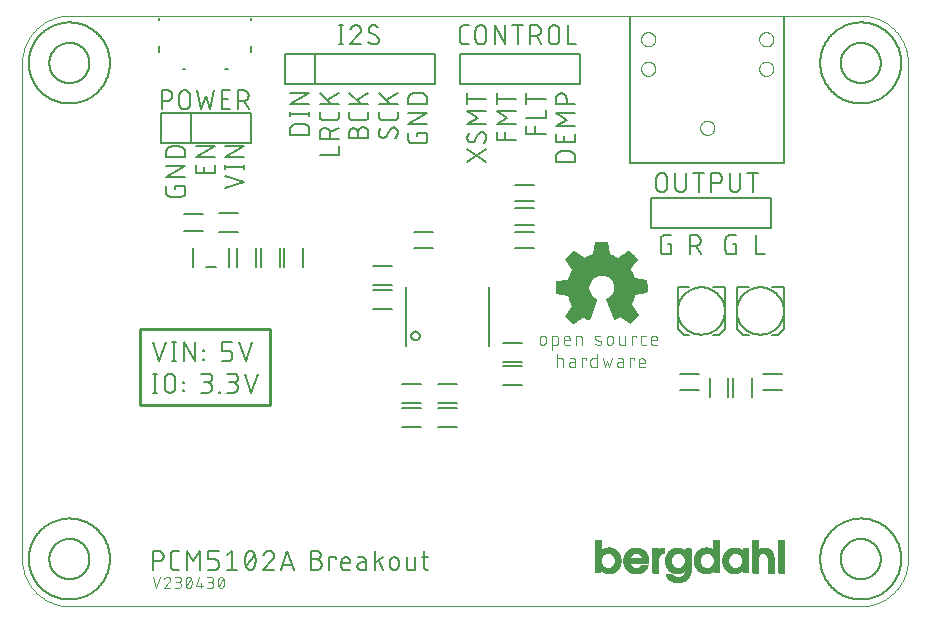
<source format=gto>
G75*
%MOIN*%
%OFA0B0*%
%FSLAX25Y25*%
%IPPOS*%
%LPD*%
%AMOC8*
5,1,8,0,0,1.08239X$1,22.5*
%
%ADD10C,0.00000*%
%ADD11C,0.00600*%
%ADD12C,0.00300*%
%ADD13C,0.01000*%
%ADD14C,0.00500*%
%ADD15C,0.00039*%
%ADD16C,0.00200*%
%ADD17C,0.00400*%
D10*
X0023458Y0024622D02*
X0023458Y0189976D01*
X0023463Y0190357D01*
X0023476Y0190737D01*
X0023499Y0191117D01*
X0023532Y0191496D01*
X0023573Y0191874D01*
X0023623Y0192251D01*
X0023683Y0192627D01*
X0023751Y0193002D01*
X0023829Y0193374D01*
X0023916Y0193745D01*
X0024011Y0194113D01*
X0024116Y0194479D01*
X0024229Y0194842D01*
X0024351Y0195203D01*
X0024481Y0195560D01*
X0024621Y0195914D01*
X0024768Y0196265D01*
X0024925Y0196612D01*
X0025089Y0196955D01*
X0025262Y0197294D01*
X0025443Y0197629D01*
X0025632Y0197960D01*
X0025829Y0198285D01*
X0026033Y0198606D01*
X0026246Y0198922D01*
X0026466Y0199232D01*
X0026693Y0199538D01*
X0026928Y0199837D01*
X0027170Y0200131D01*
X0027418Y0200419D01*
X0027674Y0200701D01*
X0027937Y0200976D01*
X0028206Y0201245D01*
X0028481Y0201508D01*
X0028763Y0201764D01*
X0029051Y0202012D01*
X0029345Y0202254D01*
X0029644Y0202489D01*
X0029950Y0202716D01*
X0030260Y0202936D01*
X0030576Y0203149D01*
X0030897Y0203353D01*
X0031222Y0203550D01*
X0031553Y0203739D01*
X0031888Y0203920D01*
X0032227Y0204093D01*
X0032570Y0204257D01*
X0032917Y0204414D01*
X0033268Y0204561D01*
X0033622Y0204701D01*
X0033979Y0204831D01*
X0034340Y0204953D01*
X0034703Y0205066D01*
X0035069Y0205171D01*
X0035437Y0205266D01*
X0035808Y0205353D01*
X0036180Y0205431D01*
X0036555Y0205499D01*
X0036931Y0205559D01*
X0037308Y0205609D01*
X0037686Y0205650D01*
X0038065Y0205683D01*
X0038445Y0205706D01*
X0038825Y0205719D01*
X0039206Y0205724D01*
X0302985Y0205724D01*
X0303366Y0205719D01*
X0303746Y0205706D01*
X0304126Y0205683D01*
X0304505Y0205650D01*
X0304883Y0205609D01*
X0305260Y0205559D01*
X0305636Y0205499D01*
X0306011Y0205431D01*
X0306383Y0205353D01*
X0306754Y0205266D01*
X0307122Y0205171D01*
X0307488Y0205066D01*
X0307851Y0204953D01*
X0308212Y0204831D01*
X0308569Y0204701D01*
X0308923Y0204561D01*
X0309274Y0204414D01*
X0309621Y0204257D01*
X0309964Y0204093D01*
X0310303Y0203920D01*
X0310638Y0203739D01*
X0310969Y0203550D01*
X0311294Y0203353D01*
X0311615Y0203149D01*
X0311931Y0202936D01*
X0312241Y0202716D01*
X0312547Y0202489D01*
X0312846Y0202254D01*
X0313140Y0202012D01*
X0313428Y0201764D01*
X0313710Y0201508D01*
X0313985Y0201245D01*
X0314254Y0200976D01*
X0314517Y0200701D01*
X0314773Y0200419D01*
X0315021Y0200131D01*
X0315263Y0199837D01*
X0315498Y0199538D01*
X0315725Y0199232D01*
X0315945Y0198922D01*
X0316158Y0198606D01*
X0316362Y0198285D01*
X0316559Y0197960D01*
X0316748Y0197629D01*
X0316929Y0197294D01*
X0317102Y0196955D01*
X0317266Y0196612D01*
X0317423Y0196265D01*
X0317570Y0195914D01*
X0317710Y0195560D01*
X0317840Y0195203D01*
X0317962Y0194842D01*
X0318075Y0194479D01*
X0318180Y0194113D01*
X0318275Y0193745D01*
X0318362Y0193374D01*
X0318440Y0193002D01*
X0318508Y0192627D01*
X0318568Y0192251D01*
X0318618Y0191874D01*
X0318659Y0191496D01*
X0318692Y0191117D01*
X0318715Y0190737D01*
X0318728Y0190357D01*
X0318733Y0189976D01*
X0318733Y0024622D01*
X0318728Y0024241D01*
X0318715Y0023861D01*
X0318692Y0023481D01*
X0318659Y0023102D01*
X0318618Y0022724D01*
X0318568Y0022347D01*
X0318508Y0021971D01*
X0318440Y0021596D01*
X0318362Y0021224D01*
X0318275Y0020853D01*
X0318180Y0020485D01*
X0318075Y0020119D01*
X0317962Y0019756D01*
X0317840Y0019395D01*
X0317710Y0019038D01*
X0317570Y0018684D01*
X0317423Y0018333D01*
X0317266Y0017986D01*
X0317102Y0017643D01*
X0316929Y0017304D01*
X0316748Y0016969D01*
X0316559Y0016638D01*
X0316362Y0016313D01*
X0316158Y0015992D01*
X0315945Y0015676D01*
X0315725Y0015366D01*
X0315498Y0015060D01*
X0315263Y0014761D01*
X0315021Y0014467D01*
X0314773Y0014179D01*
X0314517Y0013897D01*
X0314254Y0013622D01*
X0313985Y0013353D01*
X0313710Y0013090D01*
X0313428Y0012834D01*
X0313140Y0012586D01*
X0312846Y0012344D01*
X0312547Y0012109D01*
X0312241Y0011882D01*
X0311931Y0011662D01*
X0311615Y0011449D01*
X0311294Y0011245D01*
X0310969Y0011048D01*
X0310638Y0010859D01*
X0310303Y0010678D01*
X0309964Y0010505D01*
X0309621Y0010341D01*
X0309274Y0010184D01*
X0308923Y0010037D01*
X0308569Y0009897D01*
X0308212Y0009767D01*
X0307851Y0009645D01*
X0307488Y0009532D01*
X0307122Y0009427D01*
X0306754Y0009332D01*
X0306383Y0009245D01*
X0306011Y0009167D01*
X0305636Y0009099D01*
X0305260Y0009039D01*
X0304883Y0008989D01*
X0304505Y0008948D01*
X0304126Y0008915D01*
X0303746Y0008892D01*
X0303366Y0008879D01*
X0302985Y0008874D01*
X0039206Y0008874D01*
X0038825Y0008879D01*
X0038445Y0008892D01*
X0038065Y0008915D01*
X0037686Y0008948D01*
X0037308Y0008989D01*
X0036931Y0009039D01*
X0036555Y0009099D01*
X0036180Y0009167D01*
X0035808Y0009245D01*
X0035437Y0009332D01*
X0035069Y0009427D01*
X0034703Y0009532D01*
X0034340Y0009645D01*
X0033979Y0009767D01*
X0033622Y0009897D01*
X0033268Y0010037D01*
X0032917Y0010184D01*
X0032570Y0010341D01*
X0032227Y0010505D01*
X0031888Y0010678D01*
X0031553Y0010859D01*
X0031222Y0011048D01*
X0030897Y0011245D01*
X0030576Y0011449D01*
X0030260Y0011662D01*
X0029950Y0011882D01*
X0029644Y0012109D01*
X0029345Y0012344D01*
X0029051Y0012586D01*
X0028763Y0012834D01*
X0028481Y0013090D01*
X0028206Y0013353D01*
X0027937Y0013622D01*
X0027674Y0013897D01*
X0027418Y0014179D01*
X0027170Y0014467D01*
X0026928Y0014761D01*
X0026693Y0015060D01*
X0026466Y0015366D01*
X0026246Y0015676D01*
X0026033Y0015992D01*
X0025829Y0016313D01*
X0025632Y0016638D01*
X0025443Y0016969D01*
X0025262Y0017304D01*
X0025089Y0017643D01*
X0024925Y0017986D01*
X0024768Y0018333D01*
X0024621Y0018684D01*
X0024481Y0019038D01*
X0024351Y0019395D01*
X0024229Y0019756D01*
X0024116Y0020119D01*
X0024011Y0020485D01*
X0023916Y0020853D01*
X0023829Y0021224D01*
X0023751Y0021596D01*
X0023683Y0021971D01*
X0023623Y0022347D01*
X0023573Y0022724D01*
X0023532Y0023102D01*
X0023499Y0023481D01*
X0023476Y0023861D01*
X0023463Y0024241D01*
X0023458Y0024622D01*
X0249442Y0168323D02*
X0249444Y0168420D01*
X0249450Y0168517D01*
X0249460Y0168613D01*
X0249474Y0168709D01*
X0249492Y0168805D01*
X0249513Y0168899D01*
X0249539Y0168993D01*
X0249568Y0169085D01*
X0249602Y0169176D01*
X0249638Y0169266D01*
X0249679Y0169354D01*
X0249723Y0169440D01*
X0249771Y0169525D01*
X0249822Y0169607D01*
X0249876Y0169688D01*
X0249934Y0169766D01*
X0249995Y0169841D01*
X0250058Y0169914D01*
X0250125Y0169985D01*
X0250195Y0170052D01*
X0250267Y0170117D01*
X0250342Y0170178D01*
X0250420Y0170237D01*
X0250499Y0170292D01*
X0250581Y0170344D01*
X0250665Y0170392D01*
X0250751Y0170437D01*
X0250839Y0170479D01*
X0250928Y0170517D01*
X0251019Y0170551D01*
X0251111Y0170581D01*
X0251204Y0170608D01*
X0251299Y0170630D01*
X0251394Y0170649D01*
X0251490Y0170664D01*
X0251586Y0170675D01*
X0251683Y0170682D01*
X0251780Y0170685D01*
X0251877Y0170684D01*
X0251974Y0170679D01*
X0252070Y0170670D01*
X0252166Y0170657D01*
X0252262Y0170640D01*
X0252357Y0170619D01*
X0252450Y0170595D01*
X0252543Y0170566D01*
X0252635Y0170534D01*
X0252725Y0170498D01*
X0252813Y0170459D01*
X0252900Y0170415D01*
X0252985Y0170369D01*
X0253068Y0170318D01*
X0253149Y0170265D01*
X0253227Y0170208D01*
X0253304Y0170148D01*
X0253377Y0170085D01*
X0253448Y0170019D01*
X0253516Y0169950D01*
X0253582Y0169878D01*
X0253644Y0169804D01*
X0253703Y0169727D01*
X0253759Y0169648D01*
X0253812Y0169566D01*
X0253862Y0169483D01*
X0253907Y0169397D01*
X0253950Y0169310D01*
X0253989Y0169221D01*
X0254024Y0169131D01*
X0254055Y0169039D01*
X0254082Y0168946D01*
X0254106Y0168852D01*
X0254126Y0168757D01*
X0254142Y0168661D01*
X0254154Y0168565D01*
X0254162Y0168468D01*
X0254166Y0168371D01*
X0254166Y0168275D01*
X0254162Y0168178D01*
X0254154Y0168081D01*
X0254142Y0167985D01*
X0254126Y0167889D01*
X0254106Y0167794D01*
X0254082Y0167700D01*
X0254055Y0167607D01*
X0254024Y0167515D01*
X0253989Y0167425D01*
X0253950Y0167336D01*
X0253907Y0167249D01*
X0253862Y0167163D01*
X0253812Y0167080D01*
X0253759Y0166998D01*
X0253703Y0166919D01*
X0253644Y0166842D01*
X0253582Y0166768D01*
X0253516Y0166696D01*
X0253448Y0166627D01*
X0253377Y0166561D01*
X0253304Y0166498D01*
X0253227Y0166438D01*
X0253149Y0166381D01*
X0253068Y0166328D01*
X0252985Y0166277D01*
X0252900Y0166231D01*
X0252813Y0166187D01*
X0252725Y0166148D01*
X0252635Y0166112D01*
X0252543Y0166080D01*
X0252450Y0166051D01*
X0252357Y0166027D01*
X0252262Y0166006D01*
X0252166Y0165989D01*
X0252070Y0165976D01*
X0251974Y0165967D01*
X0251877Y0165962D01*
X0251780Y0165961D01*
X0251683Y0165964D01*
X0251586Y0165971D01*
X0251490Y0165982D01*
X0251394Y0165997D01*
X0251299Y0166016D01*
X0251204Y0166038D01*
X0251111Y0166065D01*
X0251019Y0166095D01*
X0250928Y0166129D01*
X0250839Y0166167D01*
X0250751Y0166209D01*
X0250665Y0166254D01*
X0250581Y0166302D01*
X0250499Y0166354D01*
X0250420Y0166409D01*
X0250342Y0166468D01*
X0250267Y0166529D01*
X0250195Y0166594D01*
X0250125Y0166661D01*
X0250058Y0166732D01*
X0249995Y0166805D01*
X0249934Y0166880D01*
X0249876Y0166958D01*
X0249822Y0167039D01*
X0249771Y0167121D01*
X0249723Y0167206D01*
X0249679Y0167292D01*
X0249638Y0167380D01*
X0249602Y0167470D01*
X0249568Y0167561D01*
X0249539Y0167653D01*
X0249513Y0167747D01*
X0249492Y0167841D01*
X0249474Y0167937D01*
X0249460Y0168033D01*
X0249450Y0168129D01*
X0249444Y0168226D01*
X0249442Y0168323D01*
X0229757Y0188008D02*
X0229759Y0188105D01*
X0229765Y0188202D01*
X0229775Y0188298D01*
X0229789Y0188394D01*
X0229807Y0188490D01*
X0229828Y0188584D01*
X0229854Y0188678D01*
X0229883Y0188770D01*
X0229917Y0188861D01*
X0229953Y0188951D01*
X0229994Y0189039D01*
X0230038Y0189125D01*
X0230086Y0189210D01*
X0230137Y0189292D01*
X0230191Y0189373D01*
X0230249Y0189451D01*
X0230310Y0189526D01*
X0230373Y0189599D01*
X0230440Y0189670D01*
X0230510Y0189737D01*
X0230582Y0189802D01*
X0230657Y0189863D01*
X0230735Y0189922D01*
X0230814Y0189977D01*
X0230896Y0190029D01*
X0230980Y0190077D01*
X0231066Y0190122D01*
X0231154Y0190164D01*
X0231243Y0190202D01*
X0231334Y0190236D01*
X0231426Y0190266D01*
X0231519Y0190293D01*
X0231614Y0190315D01*
X0231709Y0190334D01*
X0231805Y0190349D01*
X0231901Y0190360D01*
X0231998Y0190367D01*
X0232095Y0190370D01*
X0232192Y0190369D01*
X0232289Y0190364D01*
X0232385Y0190355D01*
X0232481Y0190342D01*
X0232577Y0190325D01*
X0232672Y0190304D01*
X0232765Y0190280D01*
X0232858Y0190251D01*
X0232950Y0190219D01*
X0233040Y0190183D01*
X0233128Y0190144D01*
X0233215Y0190100D01*
X0233300Y0190054D01*
X0233383Y0190003D01*
X0233464Y0189950D01*
X0233542Y0189893D01*
X0233619Y0189833D01*
X0233692Y0189770D01*
X0233763Y0189704D01*
X0233831Y0189635D01*
X0233897Y0189563D01*
X0233959Y0189489D01*
X0234018Y0189412D01*
X0234074Y0189333D01*
X0234127Y0189251D01*
X0234177Y0189168D01*
X0234222Y0189082D01*
X0234265Y0188995D01*
X0234304Y0188906D01*
X0234339Y0188816D01*
X0234370Y0188724D01*
X0234397Y0188631D01*
X0234421Y0188537D01*
X0234441Y0188442D01*
X0234457Y0188346D01*
X0234469Y0188250D01*
X0234477Y0188153D01*
X0234481Y0188056D01*
X0234481Y0187960D01*
X0234477Y0187863D01*
X0234469Y0187766D01*
X0234457Y0187670D01*
X0234441Y0187574D01*
X0234421Y0187479D01*
X0234397Y0187385D01*
X0234370Y0187292D01*
X0234339Y0187200D01*
X0234304Y0187110D01*
X0234265Y0187021D01*
X0234222Y0186934D01*
X0234177Y0186848D01*
X0234127Y0186765D01*
X0234074Y0186683D01*
X0234018Y0186604D01*
X0233959Y0186527D01*
X0233897Y0186453D01*
X0233831Y0186381D01*
X0233763Y0186312D01*
X0233692Y0186246D01*
X0233619Y0186183D01*
X0233542Y0186123D01*
X0233464Y0186066D01*
X0233383Y0186013D01*
X0233300Y0185962D01*
X0233215Y0185916D01*
X0233128Y0185872D01*
X0233040Y0185833D01*
X0232950Y0185797D01*
X0232858Y0185765D01*
X0232765Y0185736D01*
X0232672Y0185712D01*
X0232577Y0185691D01*
X0232481Y0185674D01*
X0232385Y0185661D01*
X0232289Y0185652D01*
X0232192Y0185647D01*
X0232095Y0185646D01*
X0231998Y0185649D01*
X0231901Y0185656D01*
X0231805Y0185667D01*
X0231709Y0185682D01*
X0231614Y0185701D01*
X0231519Y0185723D01*
X0231426Y0185750D01*
X0231334Y0185780D01*
X0231243Y0185814D01*
X0231154Y0185852D01*
X0231066Y0185894D01*
X0230980Y0185939D01*
X0230896Y0185987D01*
X0230814Y0186039D01*
X0230735Y0186094D01*
X0230657Y0186153D01*
X0230582Y0186214D01*
X0230510Y0186279D01*
X0230440Y0186346D01*
X0230373Y0186417D01*
X0230310Y0186490D01*
X0230249Y0186565D01*
X0230191Y0186643D01*
X0230137Y0186724D01*
X0230086Y0186806D01*
X0230038Y0186891D01*
X0229994Y0186977D01*
X0229953Y0187065D01*
X0229917Y0187155D01*
X0229883Y0187246D01*
X0229854Y0187338D01*
X0229828Y0187432D01*
X0229807Y0187526D01*
X0229789Y0187622D01*
X0229775Y0187718D01*
X0229765Y0187814D01*
X0229759Y0187911D01*
X0229757Y0188008D01*
X0229757Y0197850D02*
X0229759Y0197947D01*
X0229765Y0198044D01*
X0229775Y0198140D01*
X0229789Y0198236D01*
X0229807Y0198332D01*
X0229828Y0198426D01*
X0229854Y0198520D01*
X0229883Y0198612D01*
X0229917Y0198703D01*
X0229953Y0198793D01*
X0229994Y0198881D01*
X0230038Y0198967D01*
X0230086Y0199052D01*
X0230137Y0199134D01*
X0230191Y0199215D01*
X0230249Y0199293D01*
X0230310Y0199368D01*
X0230373Y0199441D01*
X0230440Y0199512D01*
X0230510Y0199579D01*
X0230582Y0199644D01*
X0230657Y0199705D01*
X0230735Y0199764D01*
X0230814Y0199819D01*
X0230896Y0199871D01*
X0230980Y0199919D01*
X0231066Y0199964D01*
X0231154Y0200006D01*
X0231243Y0200044D01*
X0231334Y0200078D01*
X0231426Y0200108D01*
X0231519Y0200135D01*
X0231614Y0200157D01*
X0231709Y0200176D01*
X0231805Y0200191D01*
X0231901Y0200202D01*
X0231998Y0200209D01*
X0232095Y0200212D01*
X0232192Y0200211D01*
X0232289Y0200206D01*
X0232385Y0200197D01*
X0232481Y0200184D01*
X0232577Y0200167D01*
X0232672Y0200146D01*
X0232765Y0200122D01*
X0232858Y0200093D01*
X0232950Y0200061D01*
X0233040Y0200025D01*
X0233128Y0199986D01*
X0233215Y0199942D01*
X0233300Y0199896D01*
X0233383Y0199845D01*
X0233464Y0199792D01*
X0233542Y0199735D01*
X0233619Y0199675D01*
X0233692Y0199612D01*
X0233763Y0199546D01*
X0233831Y0199477D01*
X0233897Y0199405D01*
X0233959Y0199331D01*
X0234018Y0199254D01*
X0234074Y0199175D01*
X0234127Y0199093D01*
X0234177Y0199010D01*
X0234222Y0198924D01*
X0234265Y0198837D01*
X0234304Y0198748D01*
X0234339Y0198658D01*
X0234370Y0198566D01*
X0234397Y0198473D01*
X0234421Y0198379D01*
X0234441Y0198284D01*
X0234457Y0198188D01*
X0234469Y0198092D01*
X0234477Y0197995D01*
X0234481Y0197898D01*
X0234481Y0197802D01*
X0234477Y0197705D01*
X0234469Y0197608D01*
X0234457Y0197512D01*
X0234441Y0197416D01*
X0234421Y0197321D01*
X0234397Y0197227D01*
X0234370Y0197134D01*
X0234339Y0197042D01*
X0234304Y0196952D01*
X0234265Y0196863D01*
X0234222Y0196776D01*
X0234177Y0196690D01*
X0234127Y0196607D01*
X0234074Y0196525D01*
X0234018Y0196446D01*
X0233959Y0196369D01*
X0233897Y0196295D01*
X0233831Y0196223D01*
X0233763Y0196154D01*
X0233692Y0196088D01*
X0233619Y0196025D01*
X0233542Y0195965D01*
X0233464Y0195908D01*
X0233383Y0195855D01*
X0233300Y0195804D01*
X0233215Y0195758D01*
X0233128Y0195714D01*
X0233040Y0195675D01*
X0232950Y0195639D01*
X0232858Y0195607D01*
X0232765Y0195578D01*
X0232672Y0195554D01*
X0232577Y0195533D01*
X0232481Y0195516D01*
X0232385Y0195503D01*
X0232289Y0195494D01*
X0232192Y0195489D01*
X0232095Y0195488D01*
X0231998Y0195491D01*
X0231901Y0195498D01*
X0231805Y0195509D01*
X0231709Y0195524D01*
X0231614Y0195543D01*
X0231519Y0195565D01*
X0231426Y0195592D01*
X0231334Y0195622D01*
X0231243Y0195656D01*
X0231154Y0195694D01*
X0231066Y0195736D01*
X0230980Y0195781D01*
X0230896Y0195829D01*
X0230814Y0195881D01*
X0230735Y0195936D01*
X0230657Y0195995D01*
X0230582Y0196056D01*
X0230510Y0196121D01*
X0230440Y0196188D01*
X0230373Y0196259D01*
X0230310Y0196332D01*
X0230249Y0196407D01*
X0230191Y0196485D01*
X0230137Y0196566D01*
X0230086Y0196648D01*
X0230038Y0196733D01*
X0229994Y0196819D01*
X0229953Y0196907D01*
X0229917Y0196997D01*
X0229883Y0197088D01*
X0229854Y0197180D01*
X0229828Y0197274D01*
X0229807Y0197368D01*
X0229789Y0197464D01*
X0229775Y0197560D01*
X0229765Y0197656D01*
X0229759Y0197753D01*
X0229757Y0197850D01*
X0269127Y0197850D02*
X0269129Y0197947D01*
X0269135Y0198044D01*
X0269145Y0198140D01*
X0269159Y0198236D01*
X0269177Y0198332D01*
X0269198Y0198426D01*
X0269224Y0198520D01*
X0269253Y0198612D01*
X0269287Y0198703D01*
X0269323Y0198793D01*
X0269364Y0198881D01*
X0269408Y0198967D01*
X0269456Y0199052D01*
X0269507Y0199134D01*
X0269561Y0199215D01*
X0269619Y0199293D01*
X0269680Y0199368D01*
X0269743Y0199441D01*
X0269810Y0199512D01*
X0269880Y0199579D01*
X0269952Y0199644D01*
X0270027Y0199705D01*
X0270105Y0199764D01*
X0270184Y0199819D01*
X0270266Y0199871D01*
X0270350Y0199919D01*
X0270436Y0199964D01*
X0270524Y0200006D01*
X0270613Y0200044D01*
X0270704Y0200078D01*
X0270796Y0200108D01*
X0270889Y0200135D01*
X0270984Y0200157D01*
X0271079Y0200176D01*
X0271175Y0200191D01*
X0271271Y0200202D01*
X0271368Y0200209D01*
X0271465Y0200212D01*
X0271562Y0200211D01*
X0271659Y0200206D01*
X0271755Y0200197D01*
X0271851Y0200184D01*
X0271947Y0200167D01*
X0272042Y0200146D01*
X0272135Y0200122D01*
X0272228Y0200093D01*
X0272320Y0200061D01*
X0272410Y0200025D01*
X0272498Y0199986D01*
X0272585Y0199942D01*
X0272670Y0199896D01*
X0272753Y0199845D01*
X0272834Y0199792D01*
X0272912Y0199735D01*
X0272989Y0199675D01*
X0273062Y0199612D01*
X0273133Y0199546D01*
X0273201Y0199477D01*
X0273267Y0199405D01*
X0273329Y0199331D01*
X0273388Y0199254D01*
X0273444Y0199175D01*
X0273497Y0199093D01*
X0273547Y0199010D01*
X0273592Y0198924D01*
X0273635Y0198837D01*
X0273674Y0198748D01*
X0273709Y0198658D01*
X0273740Y0198566D01*
X0273767Y0198473D01*
X0273791Y0198379D01*
X0273811Y0198284D01*
X0273827Y0198188D01*
X0273839Y0198092D01*
X0273847Y0197995D01*
X0273851Y0197898D01*
X0273851Y0197802D01*
X0273847Y0197705D01*
X0273839Y0197608D01*
X0273827Y0197512D01*
X0273811Y0197416D01*
X0273791Y0197321D01*
X0273767Y0197227D01*
X0273740Y0197134D01*
X0273709Y0197042D01*
X0273674Y0196952D01*
X0273635Y0196863D01*
X0273592Y0196776D01*
X0273547Y0196690D01*
X0273497Y0196607D01*
X0273444Y0196525D01*
X0273388Y0196446D01*
X0273329Y0196369D01*
X0273267Y0196295D01*
X0273201Y0196223D01*
X0273133Y0196154D01*
X0273062Y0196088D01*
X0272989Y0196025D01*
X0272912Y0195965D01*
X0272834Y0195908D01*
X0272753Y0195855D01*
X0272670Y0195804D01*
X0272585Y0195758D01*
X0272498Y0195714D01*
X0272410Y0195675D01*
X0272320Y0195639D01*
X0272228Y0195607D01*
X0272135Y0195578D01*
X0272042Y0195554D01*
X0271947Y0195533D01*
X0271851Y0195516D01*
X0271755Y0195503D01*
X0271659Y0195494D01*
X0271562Y0195489D01*
X0271465Y0195488D01*
X0271368Y0195491D01*
X0271271Y0195498D01*
X0271175Y0195509D01*
X0271079Y0195524D01*
X0270984Y0195543D01*
X0270889Y0195565D01*
X0270796Y0195592D01*
X0270704Y0195622D01*
X0270613Y0195656D01*
X0270524Y0195694D01*
X0270436Y0195736D01*
X0270350Y0195781D01*
X0270266Y0195829D01*
X0270184Y0195881D01*
X0270105Y0195936D01*
X0270027Y0195995D01*
X0269952Y0196056D01*
X0269880Y0196121D01*
X0269810Y0196188D01*
X0269743Y0196259D01*
X0269680Y0196332D01*
X0269619Y0196407D01*
X0269561Y0196485D01*
X0269507Y0196566D01*
X0269456Y0196648D01*
X0269408Y0196733D01*
X0269364Y0196819D01*
X0269323Y0196907D01*
X0269287Y0196997D01*
X0269253Y0197088D01*
X0269224Y0197180D01*
X0269198Y0197274D01*
X0269177Y0197368D01*
X0269159Y0197464D01*
X0269145Y0197560D01*
X0269135Y0197656D01*
X0269129Y0197753D01*
X0269127Y0197850D01*
X0269127Y0188008D02*
X0269129Y0188105D01*
X0269135Y0188202D01*
X0269145Y0188298D01*
X0269159Y0188394D01*
X0269177Y0188490D01*
X0269198Y0188584D01*
X0269224Y0188678D01*
X0269253Y0188770D01*
X0269287Y0188861D01*
X0269323Y0188951D01*
X0269364Y0189039D01*
X0269408Y0189125D01*
X0269456Y0189210D01*
X0269507Y0189292D01*
X0269561Y0189373D01*
X0269619Y0189451D01*
X0269680Y0189526D01*
X0269743Y0189599D01*
X0269810Y0189670D01*
X0269880Y0189737D01*
X0269952Y0189802D01*
X0270027Y0189863D01*
X0270105Y0189922D01*
X0270184Y0189977D01*
X0270266Y0190029D01*
X0270350Y0190077D01*
X0270436Y0190122D01*
X0270524Y0190164D01*
X0270613Y0190202D01*
X0270704Y0190236D01*
X0270796Y0190266D01*
X0270889Y0190293D01*
X0270984Y0190315D01*
X0271079Y0190334D01*
X0271175Y0190349D01*
X0271271Y0190360D01*
X0271368Y0190367D01*
X0271465Y0190370D01*
X0271562Y0190369D01*
X0271659Y0190364D01*
X0271755Y0190355D01*
X0271851Y0190342D01*
X0271947Y0190325D01*
X0272042Y0190304D01*
X0272135Y0190280D01*
X0272228Y0190251D01*
X0272320Y0190219D01*
X0272410Y0190183D01*
X0272498Y0190144D01*
X0272585Y0190100D01*
X0272670Y0190054D01*
X0272753Y0190003D01*
X0272834Y0189950D01*
X0272912Y0189893D01*
X0272989Y0189833D01*
X0273062Y0189770D01*
X0273133Y0189704D01*
X0273201Y0189635D01*
X0273267Y0189563D01*
X0273329Y0189489D01*
X0273388Y0189412D01*
X0273444Y0189333D01*
X0273497Y0189251D01*
X0273547Y0189168D01*
X0273592Y0189082D01*
X0273635Y0188995D01*
X0273674Y0188906D01*
X0273709Y0188816D01*
X0273740Y0188724D01*
X0273767Y0188631D01*
X0273791Y0188537D01*
X0273811Y0188442D01*
X0273827Y0188346D01*
X0273839Y0188250D01*
X0273847Y0188153D01*
X0273851Y0188056D01*
X0273851Y0187960D01*
X0273847Y0187863D01*
X0273839Y0187766D01*
X0273827Y0187670D01*
X0273811Y0187574D01*
X0273791Y0187479D01*
X0273767Y0187385D01*
X0273740Y0187292D01*
X0273709Y0187200D01*
X0273674Y0187110D01*
X0273635Y0187021D01*
X0273592Y0186934D01*
X0273547Y0186848D01*
X0273497Y0186765D01*
X0273444Y0186683D01*
X0273388Y0186604D01*
X0273329Y0186527D01*
X0273267Y0186453D01*
X0273201Y0186381D01*
X0273133Y0186312D01*
X0273062Y0186246D01*
X0272989Y0186183D01*
X0272912Y0186123D01*
X0272834Y0186066D01*
X0272753Y0186013D01*
X0272670Y0185962D01*
X0272585Y0185916D01*
X0272498Y0185872D01*
X0272410Y0185833D01*
X0272320Y0185797D01*
X0272228Y0185765D01*
X0272135Y0185736D01*
X0272042Y0185712D01*
X0271947Y0185691D01*
X0271851Y0185674D01*
X0271755Y0185661D01*
X0271659Y0185652D01*
X0271562Y0185647D01*
X0271465Y0185646D01*
X0271368Y0185649D01*
X0271271Y0185656D01*
X0271175Y0185667D01*
X0271079Y0185682D01*
X0270984Y0185701D01*
X0270889Y0185723D01*
X0270796Y0185750D01*
X0270704Y0185780D01*
X0270613Y0185814D01*
X0270524Y0185852D01*
X0270436Y0185894D01*
X0270350Y0185939D01*
X0270266Y0185987D01*
X0270184Y0186039D01*
X0270105Y0186094D01*
X0270027Y0186153D01*
X0269952Y0186214D01*
X0269880Y0186279D01*
X0269810Y0186346D01*
X0269743Y0186417D01*
X0269680Y0186490D01*
X0269619Y0186565D01*
X0269561Y0186643D01*
X0269507Y0186724D01*
X0269456Y0186806D01*
X0269408Y0186891D01*
X0269364Y0186977D01*
X0269323Y0187065D01*
X0269287Y0187155D01*
X0269253Y0187246D01*
X0269224Y0187338D01*
X0269198Y0187432D01*
X0269177Y0187526D01*
X0269159Y0187622D01*
X0269145Y0187718D01*
X0269135Y0187814D01*
X0269129Y0187911D01*
X0269127Y0188008D01*
D11*
X0296292Y0189976D02*
X0296294Y0190140D01*
X0296300Y0190304D01*
X0296310Y0190468D01*
X0296324Y0190632D01*
X0296342Y0190795D01*
X0296364Y0190958D01*
X0296391Y0191120D01*
X0296421Y0191282D01*
X0296455Y0191442D01*
X0296493Y0191602D01*
X0296534Y0191761D01*
X0296580Y0191919D01*
X0296630Y0192075D01*
X0296683Y0192231D01*
X0296740Y0192385D01*
X0296801Y0192537D01*
X0296866Y0192688D01*
X0296935Y0192838D01*
X0297007Y0192985D01*
X0297082Y0193131D01*
X0297162Y0193275D01*
X0297244Y0193417D01*
X0297330Y0193557D01*
X0297420Y0193694D01*
X0297513Y0193830D01*
X0297609Y0193963D01*
X0297709Y0194094D01*
X0297811Y0194222D01*
X0297917Y0194348D01*
X0298026Y0194471D01*
X0298138Y0194591D01*
X0298252Y0194709D01*
X0298370Y0194823D01*
X0298490Y0194935D01*
X0298613Y0195044D01*
X0298739Y0195150D01*
X0298867Y0195252D01*
X0298998Y0195352D01*
X0299131Y0195448D01*
X0299267Y0195541D01*
X0299404Y0195631D01*
X0299544Y0195717D01*
X0299686Y0195799D01*
X0299830Y0195879D01*
X0299976Y0195954D01*
X0300123Y0196026D01*
X0300273Y0196095D01*
X0300424Y0196160D01*
X0300576Y0196221D01*
X0300730Y0196278D01*
X0300886Y0196331D01*
X0301042Y0196381D01*
X0301200Y0196427D01*
X0301359Y0196468D01*
X0301519Y0196506D01*
X0301679Y0196540D01*
X0301841Y0196570D01*
X0302003Y0196597D01*
X0302166Y0196619D01*
X0302329Y0196637D01*
X0302493Y0196651D01*
X0302657Y0196661D01*
X0302821Y0196667D01*
X0302985Y0196669D01*
X0303149Y0196667D01*
X0303313Y0196661D01*
X0303477Y0196651D01*
X0303641Y0196637D01*
X0303804Y0196619D01*
X0303967Y0196597D01*
X0304129Y0196570D01*
X0304291Y0196540D01*
X0304451Y0196506D01*
X0304611Y0196468D01*
X0304770Y0196427D01*
X0304928Y0196381D01*
X0305084Y0196331D01*
X0305240Y0196278D01*
X0305394Y0196221D01*
X0305546Y0196160D01*
X0305697Y0196095D01*
X0305847Y0196026D01*
X0305994Y0195954D01*
X0306140Y0195879D01*
X0306284Y0195799D01*
X0306426Y0195717D01*
X0306566Y0195631D01*
X0306703Y0195541D01*
X0306839Y0195448D01*
X0306972Y0195352D01*
X0307103Y0195252D01*
X0307231Y0195150D01*
X0307357Y0195044D01*
X0307480Y0194935D01*
X0307600Y0194823D01*
X0307718Y0194709D01*
X0307832Y0194591D01*
X0307944Y0194471D01*
X0308053Y0194348D01*
X0308159Y0194222D01*
X0308261Y0194094D01*
X0308361Y0193963D01*
X0308457Y0193830D01*
X0308550Y0193694D01*
X0308640Y0193557D01*
X0308726Y0193417D01*
X0308808Y0193275D01*
X0308888Y0193131D01*
X0308963Y0192985D01*
X0309035Y0192838D01*
X0309104Y0192688D01*
X0309169Y0192537D01*
X0309230Y0192385D01*
X0309287Y0192231D01*
X0309340Y0192075D01*
X0309390Y0191919D01*
X0309436Y0191761D01*
X0309477Y0191602D01*
X0309515Y0191442D01*
X0309549Y0191282D01*
X0309579Y0191120D01*
X0309606Y0190958D01*
X0309628Y0190795D01*
X0309646Y0190632D01*
X0309660Y0190468D01*
X0309670Y0190304D01*
X0309676Y0190140D01*
X0309678Y0189976D01*
X0309676Y0189812D01*
X0309670Y0189648D01*
X0309660Y0189484D01*
X0309646Y0189320D01*
X0309628Y0189157D01*
X0309606Y0188994D01*
X0309579Y0188832D01*
X0309549Y0188670D01*
X0309515Y0188510D01*
X0309477Y0188350D01*
X0309436Y0188191D01*
X0309390Y0188033D01*
X0309340Y0187877D01*
X0309287Y0187721D01*
X0309230Y0187567D01*
X0309169Y0187415D01*
X0309104Y0187264D01*
X0309035Y0187114D01*
X0308963Y0186967D01*
X0308888Y0186821D01*
X0308808Y0186677D01*
X0308726Y0186535D01*
X0308640Y0186395D01*
X0308550Y0186258D01*
X0308457Y0186122D01*
X0308361Y0185989D01*
X0308261Y0185858D01*
X0308159Y0185730D01*
X0308053Y0185604D01*
X0307944Y0185481D01*
X0307832Y0185361D01*
X0307718Y0185243D01*
X0307600Y0185129D01*
X0307480Y0185017D01*
X0307357Y0184908D01*
X0307231Y0184802D01*
X0307103Y0184700D01*
X0306972Y0184600D01*
X0306839Y0184504D01*
X0306703Y0184411D01*
X0306566Y0184321D01*
X0306426Y0184235D01*
X0306284Y0184153D01*
X0306140Y0184073D01*
X0305994Y0183998D01*
X0305847Y0183926D01*
X0305697Y0183857D01*
X0305546Y0183792D01*
X0305394Y0183731D01*
X0305240Y0183674D01*
X0305084Y0183621D01*
X0304928Y0183571D01*
X0304770Y0183525D01*
X0304611Y0183484D01*
X0304451Y0183446D01*
X0304291Y0183412D01*
X0304129Y0183382D01*
X0303967Y0183355D01*
X0303804Y0183333D01*
X0303641Y0183315D01*
X0303477Y0183301D01*
X0303313Y0183291D01*
X0303149Y0183285D01*
X0302985Y0183283D01*
X0302821Y0183285D01*
X0302657Y0183291D01*
X0302493Y0183301D01*
X0302329Y0183315D01*
X0302166Y0183333D01*
X0302003Y0183355D01*
X0301841Y0183382D01*
X0301679Y0183412D01*
X0301519Y0183446D01*
X0301359Y0183484D01*
X0301200Y0183525D01*
X0301042Y0183571D01*
X0300886Y0183621D01*
X0300730Y0183674D01*
X0300576Y0183731D01*
X0300424Y0183792D01*
X0300273Y0183857D01*
X0300123Y0183926D01*
X0299976Y0183998D01*
X0299830Y0184073D01*
X0299686Y0184153D01*
X0299544Y0184235D01*
X0299404Y0184321D01*
X0299267Y0184411D01*
X0299131Y0184504D01*
X0298998Y0184600D01*
X0298867Y0184700D01*
X0298739Y0184802D01*
X0298613Y0184908D01*
X0298490Y0185017D01*
X0298370Y0185129D01*
X0298252Y0185243D01*
X0298138Y0185361D01*
X0298026Y0185481D01*
X0297917Y0185604D01*
X0297811Y0185730D01*
X0297709Y0185858D01*
X0297609Y0185989D01*
X0297513Y0186122D01*
X0297420Y0186258D01*
X0297330Y0186395D01*
X0297244Y0186535D01*
X0297162Y0186677D01*
X0297082Y0186821D01*
X0297007Y0186967D01*
X0296935Y0187114D01*
X0296866Y0187264D01*
X0296801Y0187415D01*
X0296740Y0187567D01*
X0296683Y0187721D01*
X0296630Y0187877D01*
X0296580Y0188033D01*
X0296534Y0188191D01*
X0296493Y0188350D01*
X0296455Y0188510D01*
X0296421Y0188670D01*
X0296391Y0188832D01*
X0296364Y0188994D01*
X0296342Y0189157D01*
X0296324Y0189320D01*
X0296310Y0189484D01*
X0296300Y0189648D01*
X0296294Y0189812D01*
X0296292Y0189976D01*
X0289485Y0189976D02*
X0289489Y0190307D01*
X0289501Y0190638D01*
X0289522Y0190969D01*
X0289550Y0191299D01*
X0289587Y0191629D01*
X0289631Y0191957D01*
X0289684Y0192284D01*
X0289744Y0192610D01*
X0289813Y0192934D01*
X0289890Y0193256D01*
X0289974Y0193577D01*
X0290066Y0193895D01*
X0290166Y0194211D01*
X0290274Y0194524D01*
X0290390Y0194835D01*
X0290513Y0195142D01*
X0290643Y0195447D01*
X0290781Y0195748D01*
X0290926Y0196046D01*
X0291079Y0196340D01*
X0291239Y0196630D01*
X0291406Y0196916D01*
X0291579Y0197198D01*
X0291760Y0197476D01*
X0291948Y0197749D01*
X0292142Y0198018D01*
X0292342Y0198282D01*
X0292549Y0198540D01*
X0292763Y0198794D01*
X0292982Y0199042D01*
X0293208Y0199285D01*
X0293439Y0199522D01*
X0293676Y0199753D01*
X0293919Y0199979D01*
X0294167Y0200198D01*
X0294421Y0200412D01*
X0294679Y0200619D01*
X0294943Y0200819D01*
X0295212Y0201013D01*
X0295485Y0201201D01*
X0295763Y0201382D01*
X0296045Y0201555D01*
X0296331Y0201722D01*
X0296621Y0201882D01*
X0296915Y0202035D01*
X0297213Y0202180D01*
X0297514Y0202318D01*
X0297819Y0202448D01*
X0298126Y0202571D01*
X0298437Y0202687D01*
X0298750Y0202795D01*
X0299066Y0202895D01*
X0299384Y0202987D01*
X0299705Y0203071D01*
X0300027Y0203148D01*
X0300351Y0203217D01*
X0300677Y0203277D01*
X0301004Y0203330D01*
X0301332Y0203374D01*
X0301662Y0203411D01*
X0301992Y0203439D01*
X0302323Y0203460D01*
X0302654Y0203472D01*
X0302985Y0203476D01*
X0303316Y0203472D01*
X0303647Y0203460D01*
X0303978Y0203439D01*
X0304308Y0203411D01*
X0304638Y0203374D01*
X0304966Y0203330D01*
X0305293Y0203277D01*
X0305619Y0203217D01*
X0305943Y0203148D01*
X0306265Y0203071D01*
X0306586Y0202987D01*
X0306904Y0202895D01*
X0307220Y0202795D01*
X0307533Y0202687D01*
X0307844Y0202571D01*
X0308151Y0202448D01*
X0308456Y0202318D01*
X0308757Y0202180D01*
X0309055Y0202035D01*
X0309349Y0201882D01*
X0309639Y0201722D01*
X0309925Y0201555D01*
X0310207Y0201382D01*
X0310485Y0201201D01*
X0310758Y0201013D01*
X0311027Y0200819D01*
X0311291Y0200619D01*
X0311549Y0200412D01*
X0311803Y0200198D01*
X0312051Y0199979D01*
X0312294Y0199753D01*
X0312531Y0199522D01*
X0312762Y0199285D01*
X0312988Y0199042D01*
X0313207Y0198794D01*
X0313421Y0198540D01*
X0313628Y0198282D01*
X0313828Y0198018D01*
X0314022Y0197749D01*
X0314210Y0197476D01*
X0314391Y0197198D01*
X0314564Y0196916D01*
X0314731Y0196630D01*
X0314891Y0196340D01*
X0315044Y0196046D01*
X0315189Y0195748D01*
X0315327Y0195447D01*
X0315457Y0195142D01*
X0315580Y0194835D01*
X0315696Y0194524D01*
X0315804Y0194211D01*
X0315904Y0193895D01*
X0315996Y0193577D01*
X0316080Y0193256D01*
X0316157Y0192934D01*
X0316226Y0192610D01*
X0316286Y0192284D01*
X0316339Y0191957D01*
X0316383Y0191629D01*
X0316420Y0191299D01*
X0316448Y0190969D01*
X0316469Y0190638D01*
X0316481Y0190307D01*
X0316485Y0189976D01*
X0316481Y0189645D01*
X0316469Y0189314D01*
X0316448Y0188983D01*
X0316420Y0188653D01*
X0316383Y0188323D01*
X0316339Y0187995D01*
X0316286Y0187668D01*
X0316226Y0187342D01*
X0316157Y0187018D01*
X0316080Y0186696D01*
X0315996Y0186375D01*
X0315904Y0186057D01*
X0315804Y0185741D01*
X0315696Y0185428D01*
X0315580Y0185117D01*
X0315457Y0184810D01*
X0315327Y0184505D01*
X0315189Y0184204D01*
X0315044Y0183906D01*
X0314891Y0183612D01*
X0314731Y0183322D01*
X0314564Y0183036D01*
X0314391Y0182754D01*
X0314210Y0182476D01*
X0314022Y0182203D01*
X0313828Y0181934D01*
X0313628Y0181670D01*
X0313421Y0181412D01*
X0313207Y0181158D01*
X0312988Y0180910D01*
X0312762Y0180667D01*
X0312531Y0180430D01*
X0312294Y0180199D01*
X0312051Y0179973D01*
X0311803Y0179754D01*
X0311549Y0179540D01*
X0311291Y0179333D01*
X0311027Y0179133D01*
X0310758Y0178939D01*
X0310485Y0178751D01*
X0310207Y0178570D01*
X0309925Y0178397D01*
X0309639Y0178230D01*
X0309349Y0178070D01*
X0309055Y0177917D01*
X0308757Y0177772D01*
X0308456Y0177634D01*
X0308151Y0177504D01*
X0307844Y0177381D01*
X0307533Y0177265D01*
X0307220Y0177157D01*
X0306904Y0177057D01*
X0306586Y0176965D01*
X0306265Y0176881D01*
X0305943Y0176804D01*
X0305619Y0176735D01*
X0305293Y0176675D01*
X0304966Y0176622D01*
X0304638Y0176578D01*
X0304308Y0176541D01*
X0303978Y0176513D01*
X0303647Y0176492D01*
X0303316Y0176480D01*
X0302985Y0176476D01*
X0302654Y0176480D01*
X0302323Y0176492D01*
X0301992Y0176513D01*
X0301662Y0176541D01*
X0301332Y0176578D01*
X0301004Y0176622D01*
X0300677Y0176675D01*
X0300351Y0176735D01*
X0300027Y0176804D01*
X0299705Y0176881D01*
X0299384Y0176965D01*
X0299066Y0177057D01*
X0298750Y0177157D01*
X0298437Y0177265D01*
X0298126Y0177381D01*
X0297819Y0177504D01*
X0297514Y0177634D01*
X0297213Y0177772D01*
X0296915Y0177917D01*
X0296621Y0178070D01*
X0296331Y0178230D01*
X0296045Y0178397D01*
X0295763Y0178570D01*
X0295485Y0178751D01*
X0295212Y0178939D01*
X0294943Y0179133D01*
X0294679Y0179333D01*
X0294421Y0179540D01*
X0294167Y0179754D01*
X0293919Y0179973D01*
X0293676Y0180199D01*
X0293439Y0180430D01*
X0293208Y0180667D01*
X0292982Y0180910D01*
X0292763Y0181158D01*
X0292549Y0181412D01*
X0292342Y0181670D01*
X0292142Y0181934D01*
X0291948Y0182203D01*
X0291760Y0182476D01*
X0291579Y0182754D01*
X0291406Y0183036D01*
X0291239Y0183322D01*
X0291079Y0183612D01*
X0290926Y0183906D01*
X0290781Y0184204D01*
X0290643Y0184505D01*
X0290513Y0184810D01*
X0290390Y0185117D01*
X0290274Y0185428D01*
X0290166Y0185741D01*
X0290066Y0186057D01*
X0289974Y0186375D01*
X0289890Y0186696D01*
X0289813Y0187018D01*
X0289744Y0187342D01*
X0289684Y0187668D01*
X0289631Y0187995D01*
X0289587Y0188323D01*
X0289550Y0188653D01*
X0289522Y0188983D01*
X0289501Y0189314D01*
X0289489Y0189645D01*
X0289485Y0189976D01*
X0268762Y0153369D02*
X0265206Y0153369D01*
X0266984Y0153369D02*
X0266984Y0146969D01*
X0262813Y0148747D02*
X0262813Y0153369D01*
X0259258Y0153369D02*
X0259258Y0148747D01*
X0259257Y0148747D02*
X0259259Y0148664D01*
X0259265Y0148581D01*
X0259275Y0148498D01*
X0259288Y0148415D01*
X0259306Y0148334D01*
X0259327Y0148253D01*
X0259352Y0148174D01*
X0259381Y0148096D01*
X0259413Y0148019D01*
X0259449Y0147944D01*
X0259488Y0147870D01*
X0259531Y0147799D01*
X0259577Y0147729D01*
X0259627Y0147662D01*
X0259679Y0147597D01*
X0259734Y0147535D01*
X0259793Y0147475D01*
X0259854Y0147418D01*
X0259917Y0147364D01*
X0259983Y0147313D01*
X0260052Y0147266D01*
X0260122Y0147221D01*
X0260195Y0147180D01*
X0260269Y0147143D01*
X0260345Y0147108D01*
X0260423Y0147078D01*
X0260501Y0147051D01*
X0260582Y0147028D01*
X0260663Y0147008D01*
X0260745Y0146993D01*
X0260827Y0146981D01*
X0260910Y0146973D01*
X0260993Y0146969D01*
X0261077Y0146969D01*
X0261160Y0146973D01*
X0261243Y0146981D01*
X0261325Y0146993D01*
X0261407Y0147008D01*
X0261488Y0147028D01*
X0261569Y0147051D01*
X0261647Y0147078D01*
X0261725Y0147108D01*
X0261801Y0147143D01*
X0261875Y0147180D01*
X0261948Y0147221D01*
X0262018Y0147266D01*
X0262087Y0147313D01*
X0262153Y0147364D01*
X0262216Y0147418D01*
X0262277Y0147475D01*
X0262336Y0147535D01*
X0262391Y0147597D01*
X0262443Y0147662D01*
X0262493Y0147729D01*
X0262539Y0147799D01*
X0262582Y0147870D01*
X0262621Y0147944D01*
X0262657Y0148019D01*
X0262689Y0148096D01*
X0262718Y0148174D01*
X0262743Y0148253D01*
X0262764Y0148334D01*
X0262782Y0148415D01*
X0262795Y0148498D01*
X0262805Y0148581D01*
X0262811Y0148664D01*
X0262813Y0148747D01*
X0254964Y0149814D02*
X0253187Y0149814D01*
X0254964Y0149814D02*
X0255047Y0149816D01*
X0255130Y0149822D01*
X0255213Y0149832D01*
X0255296Y0149845D01*
X0255377Y0149863D01*
X0255458Y0149884D01*
X0255537Y0149909D01*
X0255615Y0149938D01*
X0255692Y0149970D01*
X0255767Y0150006D01*
X0255841Y0150045D01*
X0255912Y0150088D01*
X0255982Y0150134D01*
X0256049Y0150184D01*
X0256114Y0150236D01*
X0256176Y0150291D01*
X0256236Y0150350D01*
X0256293Y0150411D01*
X0256347Y0150474D01*
X0256398Y0150540D01*
X0256445Y0150609D01*
X0256490Y0150679D01*
X0256531Y0150752D01*
X0256568Y0150826D01*
X0256603Y0150902D01*
X0256633Y0150980D01*
X0256660Y0151058D01*
X0256683Y0151139D01*
X0256703Y0151220D01*
X0256718Y0151302D01*
X0256730Y0151384D01*
X0256738Y0151467D01*
X0256742Y0151550D01*
X0256742Y0151634D01*
X0256738Y0151717D01*
X0256730Y0151800D01*
X0256718Y0151882D01*
X0256703Y0151964D01*
X0256683Y0152045D01*
X0256660Y0152126D01*
X0256633Y0152204D01*
X0256603Y0152282D01*
X0256568Y0152358D01*
X0256531Y0152432D01*
X0256490Y0152505D01*
X0256445Y0152575D01*
X0256398Y0152644D01*
X0256347Y0152710D01*
X0256293Y0152773D01*
X0256236Y0152834D01*
X0256176Y0152893D01*
X0256114Y0152948D01*
X0256049Y0153000D01*
X0255982Y0153050D01*
X0255912Y0153096D01*
X0255841Y0153139D01*
X0255767Y0153178D01*
X0255692Y0153214D01*
X0255615Y0153246D01*
X0255537Y0153275D01*
X0255458Y0153300D01*
X0255377Y0153321D01*
X0255296Y0153339D01*
X0255213Y0153352D01*
X0255130Y0153362D01*
X0255047Y0153368D01*
X0254964Y0153370D01*
X0254964Y0153369D02*
X0253187Y0153369D01*
X0253187Y0146969D01*
X0248932Y0146969D02*
X0248932Y0153369D01*
X0247155Y0153369D02*
X0250710Y0153369D01*
X0244761Y0153369D02*
X0244761Y0148747D01*
X0244759Y0148664D01*
X0244753Y0148581D01*
X0244743Y0148498D01*
X0244730Y0148415D01*
X0244712Y0148334D01*
X0244691Y0148253D01*
X0244666Y0148174D01*
X0244637Y0148096D01*
X0244605Y0148019D01*
X0244569Y0147944D01*
X0244530Y0147870D01*
X0244487Y0147799D01*
X0244441Y0147729D01*
X0244391Y0147662D01*
X0244339Y0147597D01*
X0244284Y0147535D01*
X0244225Y0147475D01*
X0244164Y0147418D01*
X0244101Y0147364D01*
X0244035Y0147313D01*
X0243966Y0147266D01*
X0243896Y0147221D01*
X0243823Y0147180D01*
X0243749Y0147143D01*
X0243673Y0147108D01*
X0243595Y0147078D01*
X0243517Y0147051D01*
X0243436Y0147028D01*
X0243355Y0147008D01*
X0243273Y0146993D01*
X0243191Y0146981D01*
X0243108Y0146973D01*
X0243025Y0146969D01*
X0242941Y0146969D01*
X0242858Y0146973D01*
X0242775Y0146981D01*
X0242693Y0146993D01*
X0242611Y0147008D01*
X0242530Y0147028D01*
X0242449Y0147051D01*
X0242371Y0147078D01*
X0242293Y0147108D01*
X0242217Y0147143D01*
X0242143Y0147180D01*
X0242070Y0147221D01*
X0242000Y0147266D01*
X0241931Y0147313D01*
X0241865Y0147364D01*
X0241802Y0147418D01*
X0241741Y0147475D01*
X0241682Y0147535D01*
X0241627Y0147597D01*
X0241575Y0147662D01*
X0241525Y0147729D01*
X0241479Y0147799D01*
X0241436Y0147870D01*
X0241397Y0147944D01*
X0241361Y0148019D01*
X0241329Y0148096D01*
X0241300Y0148174D01*
X0241275Y0148253D01*
X0241254Y0148334D01*
X0241236Y0148415D01*
X0241223Y0148498D01*
X0241213Y0148581D01*
X0241207Y0148664D01*
X0241205Y0148747D01*
X0241206Y0148747D02*
X0241206Y0153369D01*
X0238402Y0151592D02*
X0238402Y0148747D01*
X0238400Y0148664D01*
X0238394Y0148581D01*
X0238384Y0148498D01*
X0238371Y0148415D01*
X0238353Y0148334D01*
X0238332Y0148253D01*
X0238307Y0148174D01*
X0238278Y0148096D01*
X0238246Y0148019D01*
X0238210Y0147944D01*
X0238171Y0147870D01*
X0238128Y0147799D01*
X0238082Y0147729D01*
X0238032Y0147662D01*
X0237980Y0147597D01*
X0237925Y0147535D01*
X0237866Y0147475D01*
X0237805Y0147418D01*
X0237742Y0147364D01*
X0237676Y0147313D01*
X0237607Y0147266D01*
X0237537Y0147221D01*
X0237464Y0147180D01*
X0237390Y0147143D01*
X0237314Y0147108D01*
X0237236Y0147078D01*
X0237158Y0147051D01*
X0237077Y0147028D01*
X0236996Y0147008D01*
X0236914Y0146993D01*
X0236832Y0146981D01*
X0236749Y0146973D01*
X0236666Y0146969D01*
X0236582Y0146969D01*
X0236499Y0146973D01*
X0236416Y0146981D01*
X0236334Y0146993D01*
X0236252Y0147008D01*
X0236171Y0147028D01*
X0236090Y0147051D01*
X0236012Y0147078D01*
X0235934Y0147108D01*
X0235858Y0147143D01*
X0235784Y0147180D01*
X0235711Y0147221D01*
X0235641Y0147266D01*
X0235572Y0147313D01*
X0235506Y0147364D01*
X0235443Y0147418D01*
X0235382Y0147475D01*
X0235323Y0147535D01*
X0235268Y0147597D01*
X0235216Y0147662D01*
X0235166Y0147729D01*
X0235120Y0147799D01*
X0235077Y0147870D01*
X0235038Y0147944D01*
X0235002Y0148019D01*
X0234970Y0148096D01*
X0234941Y0148174D01*
X0234916Y0148253D01*
X0234895Y0148334D01*
X0234877Y0148415D01*
X0234864Y0148498D01*
X0234854Y0148581D01*
X0234848Y0148664D01*
X0234846Y0148747D01*
X0234847Y0148747D02*
X0234847Y0151592D01*
X0234846Y0151592D02*
X0234848Y0151675D01*
X0234854Y0151758D01*
X0234864Y0151841D01*
X0234877Y0151924D01*
X0234895Y0152005D01*
X0234916Y0152086D01*
X0234941Y0152165D01*
X0234970Y0152243D01*
X0235002Y0152320D01*
X0235038Y0152395D01*
X0235077Y0152469D01*
X0235120Y0152540D01*
X0235166Y0152610D01*
X0235216Y0152677D01*
X0235268Y0152742D01*
X0235323Y0152804D01*
X0235382Y0152864D01*
X0235443Y0152921D01*
X0235506Y0152975D01*
X0235572Y0153026D01*
X0235641Y0153073D01*
X0235711Y0153118D01*
X0235784Y0153159D01*
X0235858Y0153196D01*
X0235934Y0153231D01*
X0236012Y0153261D01*
X0236090Y0153288D01*
X0236171Y0153311D01*
X0236252Y0153331D01*
X0236334Y0153346D01*
X0236416Y0153358D01*
X0236499Y0153366D01*
X0236582Y0153370D01*
X0236666Y0153370D01*
X0236749Y0153366D01*
X0236832Y0153358D01*
X0236914Y0153346D01*
X0236996Y0153331D01*
X0237077Y0153311D01*
X0237158Y0153288D01*
X0237236Y0153261D01*
X0237314Y0153231D01*
X0237390Y0153196D01*
X0237464Y0153159D01*
X0237537Y0153118D01*
X0237607Y0153073D01*
X0237676Y0153026D01*
X0237742Y0152975D01*
X0237805Y0152921D01*
X0237866Y0152864D01*
X0237925Y0152804D01*
X0237980Y0152742D01*
X0238032Y0152677D01*
X0238082Y0152610D01*
X0238128Y0152540D01*
X0238171Y0152469D01*
X0238210Y0152395D01*
X0238246Y0152320D01*
X0238278Y0152243D01*
X0238307Y0152165D01*
X0238332Y0152086D01*
X0238353Y0152005D01*
X0238371Y0151924D01*
X0238384Y0151841D01*
X0238394Y0151758D01*
X0238400Y0151675D01*
X0238402Y0151592D01*
X0237669Y0132590D02*
X0239802Y0132590D01*
X0237669Y0132590D02*
X0237595Y0132588D01*
X0237520Y0132582D01*
X0237447Y0132572D01*
X0237373Y0132559D01*
X0237301Y0132542D01*
X0237230Y0132520D01*
X0237159Y0132496D01*
X0237091Y0132467D01*
X0237023Y0132435D01*
X0236958Y0132399D01*
X0236895Y0132361D01*
X0236833Y0132318D01*
X0236774Y0132273D01*
X0236717Y0132225D01*
X0236663Y0132174D01*
X0236612Y0132119D01*
X0236564Y0132063D01*
X0236519Y0132004D01*
X0236476Y0131942D01*
X0236438Y0131879D01*
X0236402Y0131814D01*
X0236370Y0131746D01*
X0236341Y0131678D01*
X0236317Y0131607D01*
X0236295Y0131536D01*
X0236278Y0131464D01*
X0236265Y0131390D01*
X0236255Y0131317D01*
X0236249Y0131242D01*
X0236247Y0131168D01*
X0236247Y0127612D01*
X0236249Y0127538D01*
X0236255Y0127463D01*
X0236265Y0127390D01*
X0236278Y0127316D01*
X0236295Y0127244D01*
X0236317Y0127173D01*
X0236341Y0127102D01*
X0236370Y0127034D01*
X0236402Y0126966D01*
X0236438Y0126901D01*
X0236476Y0126838D01*
X0236519Y0126776D01*
X0236564Y0126717D01*
X0236612Y0126660D01*
X0236663Y0126606D01*
X0236717Y0126555D01*
X0236774Y0126507D01*
X0236833Y0126462D01*
X0236895Y0126419D01*
X0236958Y0126381D01*
X0237023Y0126345D01*
X0237091Y0126313D01*
X0237159Y0126284D01*
X0237230Y0126260D01*
X0237301Y0126238D01*
X0237373Y0126221D01*
X0237447Y0126208D01*
X0237520Y0126198D01*
X0237595Y0126192D01*
X0237669Y0126190D01*
X0239802Y0126190D01*
X0239802Y0129745D01*
X0238736Y0129745D01*
X0246089Y0129034D02*
X0247867Y0129034D01*
X0248223Y0129034D02*
X0249645Y0126190D01*
X0246089Y0126190D02*
X0246089Y0132590D01*
X0247867Y0132590D01*
X0247950Y0132588D01*
X0248033Y0132582D01*
X0248116Y0132572D01*
X0248199Y0132559D01*
X0248280Y0132541D01*
X0248361Y0132520D01*
X0248440Y0132495D01*
X0248518Y0132466D01*
X0248595Y0132434D01*
X0248670Y0132398D01*
X0248744Y0132359D01*
X0248815Y0132316D01*
X0248885Y0132270D01*
X0248952Y0132220D01*
X0249017Y0132168D01*
X0249079Y0132113D01*
X0249139Y0132054D01*
X0249196Y0131993D01*
X0249250Y0131930D01*
X0249301Y0131864D01*
X0249348Y0131795D01*
X0249393Y0131725D01*
X0249434Y0131652D01*
X0249471Y0131578D01*
X0249506Y0131502D01*
X0249536Y0131424D01*
X0249563Y0131346D01*
X0249586Y0131265D01*
X0249606Y0131184D01*
X0249621Y0131102D01*
X0249633Y0131020D01*
X0249641Y0130937D01*
X0249645Y0130854D01*
X0249645Y0130770D01*
X0249641Y0130687D01*
X0249633Y0130604D01*
X0249621Y0130522D01*
X0249606Y0130440D01*
X0249586Y0130359D01*
X0249563Y0130278D01*
X0249536Y0130200D01*
X0249506Y0130122D01*
X0249471Y0130046D01*
X0249434Y0129972D01*
X0249393Y0129899D01*
X0249348Y0129829D01*
X0249301Y0129760D01*
X0249250Y0129694D01*
X0249196Y0129631D01*
X0249139Y0129570D01*
X0249079Y0129511D01*
X0249017Y0129456D01*
X0248952Y0129404D01*
X0248885Y0129354D01*
X0248815Y0129308D01*
X0248744Y0129265D01*
X0248670Y0129226D01*
X0248595Y0129190D01*
X0248518Y0129158D01*
X0248440Y0129129D01*
X0248361Y0129104D01*
X0248280Y0129083D01*
X0248199Y0129065D01*
X0248116Y0129052D01*
X0248033Y0129042D01*
X0247950Y0129036D01*
X0247867Y0129034D01*
X0257900Y0127612D02*
X0257900Y0131168D01*
X0257901Y0131168D02*
X0257903Y0131242D01*
X0257909Y0131317D01*
X0257919Y0131390D01*
X0257932Y0131464D01*
X0257949Y0131536D01*
X0257971Y0131607D01*
X0257995Y0131678D01*
X0258024Y0131746D01*
X0258056Y0131814D01*
X0258092Y0131879D01*
X0258130Y0131942D01*
X0258173Y0132004D01*
X0258218Y0132063D01*
X0258266Y0132119D01*
X0258317Y0132174D01*
X0258371Y0132225D01*
X0258428Y0132273D01*
X0258487Y0132318D01*
X0258549Y0132361D01*
X0258612Y0132399D01*
X0258677Y0132435D01*
X0258745Y0132467D01*
X0258813Y0132496D01*
X0258884Y0132520D01*
X0258955Y0132542D01*
X0259027Y0132559D01*
X0259101Y0132572D01*
X0259174Y0132582D01*
X0259249Y0132588D01*
X0259323Y0132590D01*
X0261456Y0132590D01*
X0261456Y0129745D02*
X0261456Y0126190D01*
X0259323Y0126190D01*
X0259249Y0126192D01*
X0259174Y0126198D01*
X0259101Y0126208D01*
X0259027Y0126221D01*
X0258955Y0126238D01*
X0258884Y0126260D01*
X0258813Y0126284D01*
X0258745Y0126313D01*
X0258677Y0126345D01*
X0258612Y0126381D01*
X0258549Y0126419D01*
X0258487Y0126462D01*
X0258428Y0126507D01*
X0258371Y0126555D01*
X0258317Y0126606D01*
X0258266Y0126660D01*
X0258218Y0126717D01*
X0258173Y0126776D01*
X0258130Y0126838D01*
X0258092Y0126901D01*
X0258056Y0126966D01*
X0258024Y0127034D01*
X0257995Y0127102D01*
X0257971Y0127173D01*
X0257949Y0127244D01*
X0257932Y0127316D01*
X0257919Y0127390D01*
X0257909Y0127463D01*
X0257903Y0127538D01*
X0257901Y0127612D01*
X0260389Y0129745D02*
X0261456Y0129745D01*
X0268099Y0132590D02*
X0268099Y0126190D01*
X0270943Y0126190D01*
X0207760Y0156913D02*
X0207760Y0158690D01*
X0207760Y0156913D02*
X0201360Y0156913D01*
X0201360Y0158690D01*
X0201362Y0158772D01*
X0201368Y0158854D01*
X0201377Y0158936D01*
X0201390Y0159017D01*
X0201407Y0159097D01*
X0201428Y0159177D01*
X0201452Y0159255D01*
X0201480Y0159332D01*
X0201511Y0159408D01*
X0201546Y0159483D01*
X0201585Y0159555D01*
X0201626Y0159626D01*
X0201671Y0159695D01*
X0201719Y0159761D01*
X0201770Y0159826D01*
X0201824Y0159888D01*
X0201881Y0159947D01*
X0201940Y0160004D01*
X0202002Y0160058D01*
X0202067Y0160109D01*
X0202133Y0160157D01*
X0202202Y0160202D01*
X0202273Y0160243D01*
X0202345Y0160282D01*
X0202420Y0160317D01*
X0202496Y0160348D01*
X0202573Y0160376D01*
X0202651Y0160400D01*
X0202731Y0160421D01*
X0202811Y0160438D01*
X0202892Y0160451D01*
X0202974Y0160460D01*
X0203056Y0160466D01*
X0203138Y0160468D01*
X0205982Y0160468D01*
X0206064Y0160466D01*
X0206146Y0160460D01*
X0206228Y0160451D01*
X0206309Y0160438D01*
X0206389Y0160421D01*
X0206469Y0160400D01*
X0206547Y0160376D01*
X0206624Y0160348D01*
X0206700Y0160317D01*
X0206775Y0160282D01*
X0206847Y0160243D01*
X0206918Y0160202D01*
X0206987Y0160157D01*
X0207053Y0160109D01*
X0207118Y0160058D01*
X0207180Y0160004D01*
X0207239Y0159947D01*
X0207296Y0159888D01*
X0207350Y0159826D01*
X0207401Y0159761D01*
X0207449Y0159695D01*
X0207494Y0159626D01*
X0207535Y0159555D01*
X0207574Y0159483D01*
X0207609Y0159408D01*
X0207640Y0159332D01*
X0207668Y0159255D01*
X0207692Y0159177D01*
X0207713Y0159097D01*
X0207730Y0159017D01*
X0207743Y0158936D01*
X0207752Y0158854D01*
X0207758Y0158772D01*
X0207760Y0158690D01*
X0207760Y0163489D02*
X0201360Y0163489D01*
X0201360Y0166333D01*
X0201360Y0168865D02*
X0204916Y0170998D01*
X0201360Y0173132D01*
X0207760Y0173132D01*
X0207760Y0176278D02*
X0201360Y0176278D01*
X0201360Y0178056D01*
X0201362Y0178139D01*
X0201368Y0178222D01*
X0201378Y0178305D01*
X0201391Y0178388D01*
X0201409Y0178469D01*
X0201430Y0178550D01*
X0201455Y0178629D01*
X0201484Y0178707D01*
X0201516Y0178784D01*
X0201552Y0178859D01*
X0201591Y0178933D01*
X0201634Y0179004D01*
X0201680Y0179074D01*
X0201730Y0179141D01*
X0201782Y0179206D01*
X0201837Y0179268D01*
X0201896Y0179328D01*
X0201957Y0179385D01*
X0202020Y0179439D01*
X0202086Y0179490D01*
X0202155Y0179537D01*
X0202225Y0179582D01*
X0202298Y0179623D01*
X0202372Y0179660D01*
X0202448Y0179695D01*
X0202526Y0179725D01*
X0202604Y0179752D01*
X0202685Y0179775D01*
X0202766Y0179795D01*
X0202848Y0179810D01*
X0202930Y0179822D01*
X0203013Y0179830D01*
X0203096Y0179834D01*
X0203180Y0179834D01*
X0203263Y0179830D01*
X0203346Y0179822D01*
X0203428Y0179810D01*
X0203510Y0179795D01*
X0203591Y0179775D01*
X0203672Y0179752D01*
X0203750Y0179725D01*
X0203828Y0179695D01*
X0203904Y0179660D01*
X0203978Y0179623D01*
X0204051Y0179582D01*
X0204121Y0179537D01*
X0204190Y0179490D01*
X0204256Y0179439D01*
X0204319Y0179385D01*
X0204380Y0179328D01*
X0204439Y0179268D01*
X0204494Y0179206D01*
X0204546Y0179141D01*
X0204596Y0179074D01*
X0204642Y0179004D01*
X0204685Y0178933D01*
X0204724Y0178859D01*
X0204760Y0178784D01*
X0204792Y0178707D01*
X0204821Y0178629D01*
X0204846Y0178550D01*
X0204867Y0178469D01*
X0204885Y0178388D01*
X0204898Y0178305D01*
X0204908Y0178222D01*
X0204914Y0178139D01*
X0204916Y0178056D01*
X0204916Y0176278D01*
X0197918Y0178056D02*
X0191518Y0178056D01*
X0191518Y0176278D02*
X0191518Y0179834D01*
X0188075Y0178056D02*
X0181675Y0178056D01*
X0181675Y0176278D02*
X0181675Y0179834D01*
X0178233Y0178056D02*
X0171833Y0178056D01*
X0171833Y0176278D02*
X0171833Y0179834D01*
X0171833Y0173830D02*
X0178233Y0173830D01*
X0181675Y0173830D02*
X0188075Y0173830D01*
X0185231Y0171697D02*
X0181675Y0173830D01*
X0185231Y0171697D02*
X0181675Y0169564D01*
X0188075Y0169564D01*
X0191518Y0169083D02*
X0191518Y0166238D01*
X0197918Y0166238D01*
X0194362Y0166238D02*
X0194362Y0169083D01*
X0191518Y0171572D02*
X0197918Y0171572D01*
X0197918Y0174416D01*
X0201360Y0168865D02*
X0207760Y0168865D01*
X0207760Y0166333D02*
X0207760Y0163489D01*
X0204205Y0163489D02*
X0204205Y0165622D01*
X0188075Y0164187D02*
X0181675Y0164187D01*
X0181675Y0167032D01*
X0184520Y0167032D02*
X0184520Y0164187D01*
X0178233Y0161317D02*
X0171833Y0157050D01*
X0171833Y0161317D02*
X0178233Y0157050D01*
X0174499Y0164244D02*
X0175566Y0166199D01*
X0178232Y0165488D02*
X0178230Y0165380D01*
X0178224Y0165273D01*
X0178215Y0165165D01*
X0178201Y0165058D01*
X0178184Y0164952D01*
X0178163Y0164846D01*
X0178138Y0164741D01*
X0178109Y0164637D01*
X0178077Y0164534D01*
X0178041Y0164433D01*
X0178001Y0164333D01*
X0177958Y0164234D01*
X0177911Y0164137D01*
X0177861Y0164041D01*
X0177807Y0163948D01*
X0177750Y0163856D01*
X0177690Y0163767D01*
X0177627Y0163680D01*
X0177560Y0163595D01*
X0177491Y0163512D01*
X0177418Y0163432D01*
X0177343Y0163355D01*
X0175566Y0166199D02*
X0175606Y0166263D01*
X0175649Y0166324D01*
X0175695Y0166383D01*
X0175744Y0166440D01*
X0175796Y0166494D01*
X0175850Y0166545D01*
X0175908Y0166593D01*
X0175967Y0166639D01*
X0176029Y0166681D01*
X0176094Y0166720D01*
X0176160Y0166755D01*
X0176227Y0166787D01*
X0176297Y0166816D01*
X0176367Y0166841D01*
X0176439Y0166862D01*
X0176512Y0166879D01*
X0176586Y0166893D01*
X0176660Y0166902D01*
X0176735Y0166908D01*
X0176810Y0166910D01*
X0176884Y0166908D01*
X0176959Y0166902D01*
X0177032Y0166892D01*
X0177106Y0166879D01*
X0177178Y0166862D01*
X0177249Y0166840D01*
X0177320Y0166816D01*
X0177388Y0166787D01*
X0177456Y0166755D01*
X0177521Y0166719D01*
X0177584Y0166681D01*
X0177646Y0166638D01*
X0177705Y0166593D01*
X0177762Y0166545D01*
X0177816Y0166494D01*
X0177867Y0166440D01*
X0177915Y0166383D01*
X0177960Y0166324D01*
X0178003Y0166262D01*
X0178041Y0166199D01*
X0178077Y0166134D01*
X0178109Y0166066D01*
X0178138Y0165998D01*
X0178162Y0165927D01*
X0178184Y0165856D01*
X0178201Y0165784D01*
X0178214Y0165710D01*
X0178224Y0165637D01*
X0178230Y0165562D01*
X0178232Y0165488D01*
X0172365Y0166555D02*
X0172306Y0166473D01*
X0172250Y0166389D01*
X0172198Y0166303D01*
X0172148Y0166215D01*
X0172102Y0166125D01*
X0172060Y0166034D01*
X0172021Y0165941D01*
X0171985Y0165846D01*
X0171953Y0165750D01*
X0171925Y0165653D01*
X0171900Y0165556D01*
X0171880Y0165457D01*
X0171863Y0165357D01*
X0171849Y0165257D01*
X0171840Y0165157D01*
X0171834Y0165056D01*
X0171832Y0164955D01*
X0171833Y0164955D02*
X0171835Y0164881D01*
X0171841Y0164806D01*
X0171851Y0164733D01*
X0171864Y0164659D01*
X0171881Y0164587D01*
X0171903Y0164516D01*
X0171927Y0164445D01*
X0171956Y0164377D01*
X0171988Y0164309D01*
X0172024Y0164244D01*
X0172062Y0164181D01*
X0172105Y0164119D01*
X0172150Y0164060D01*
X0172198Y0164003D01*
X0172249Y0163949D01*
X0172303Y0163898D01*
X0172360Y0163850D01*
X0172419Y0163805D01*
X0172481Y0163762D01*
X0172544Y0163724D01*
X0172609Y0163688D01*
X0172677Y0163656D01*
X0172745Y0163627D01*
X0172816Y0163603D01*
X0172887Y0163581D01*
X0172959Y0163564D01*
X0173033Y0163551D01*
X0173106Y0163541D01*
X0173181Y0163535D01*
X0173255Y0163533D01*
X0173330Y0163535D01*
X0173405Y0163541D01*
X0173479Y0163550D01*
X0173553Y0163564D01*
X0173626Y0163581D01*
X0173698Y0163602D01*
X0173768Y0163627D01*
X0173838Y0163656D01*
X0173905Y0163688D01*
X0173971Y0163723D01*
X0174036Y0163762D01*
X0174098Y0163804D01*
X0174157Y0163850D01*
X0174215Y0163898D01*
X0174269Y0163949D01*
X0174321Y0164003D01*
X0174370Y0164060D01*
X0174416Y0164119D01*
X0174459Y0164180D01*
X0174499Y0164244D01*
X0171833Y0169564D02*
X0175388Y0171697D01*
X0171833Y0173830D01*
X0171833Y0169564D02*
X0178233Y0169564D01*
X0158548Y0169714D02*
X0152148Y0169714D01*
X0158548Y0173270D01*
X0152148Y0173270D01*
X0148705Y0173691D02*
X0148705Y0172268D01*
X0148703Y0172194D01*
X0148697Y0172119D01*
X0148687Y0172046D01*
X0148674Y0171972D01*
X0148657Y0171900D01*
X0148635Y0171829D01*
X0148611Y0171758D01*
X0148582Y0171690D01*
X0148550Y0171622D01*
X0148514Y0171557D01*
X0148476Y0171494D01*
X0148433Y0171432D01*
X0148388Y0171373D01*
X0148340Y0171316D01*
X0148289Y0171262D01*
X0148235Y0171211D01*
X0148178Y0171163D01*
X0148119Y0171118D01*
X0148057Y0171075D01*
X0147994Y0171037D01*
X0147929Y0171001D01*
X0147861Y0170969D01*
X0147793Y0170940D01*
X0147722Y0170916D01*
X0147651Y0170894D01*
X0147579Y0170877D01*
X0147505Y0170864D01*
X0147432Y0170854D01*
X0147357Y0170848D01*
X0147283Y0170846D01*
X0143727Y0170846D01*
X0143653Y0170848D01*
X0143578Y0170854D01*
X0143505Y0170864D01*
X0143431Y0170877D01*
X0143359Y0170894D01*
X0143288Y0170916D01*
X0143217Y0170940D01*
X0143149Y0170969D01*
X0143081Y0171001D01*
X0143016Y0171037D01*
X0142953Y0171075D01*
X0142891Y0171118D01*
X0142832Y0171163D01*
X0142776Y0171211D01*
X0142722Y0171262D01*
X0142670Y0171316D01*
X0142622Y0171373D01*
X0142577Y0171432D01*
X0142534Y0171494D01*
X0142496Y0171557D01*
X0142460Y0171622D01*
X0142428Y0171690D01*
X0142399Y0171758D01*
X0142375Y0171829D01*
X0142353Y0171900D01*
X0142336Y0171972D01*
X0142323Y0172046D01*
X0142313Y0172119D01*
X0142307Y0172194D01*
X0142305Y0172268D01*
X0142305Y0173691D01*
X0138863Y0173691D02*
X0138863Y0172268D01*
X0138862Y0172268D02*
X0138860Y0172194D01*
X0138854Y0172119D01*
X0138844Y0172046D01*
X0138831Y0171972D01*
X0138814Y0171900D01*
X0138792Y0171829D01*
X0138768Y0171758D01*
X0138739Y0171690D01*
X0138707Y0171622D01*
X0138671Y0171557D01*
X0138633Y0171494D01*
X0138590Y0171432D01*
X0138545Y0171373D01*
X0138497Y0171316D01*
X0138446Y0171262D01*
X0138392Y0171211D01*
X0138335Y0171163D01*
X0138276Y0171118D01*
X0138214Y0171075D01*
X0138151Y0171037D01*
X0138086Y0171001D01*
X0138018Y0170969D01*
X0137950Y0170940D01*
X0137879Y0170916D01*
X0137808Y0170894D01*
X0137736Y0170877D01*
X0137662Y0170864D01*
X0137589Y0170854D01*
X0137514Y0170848D01*
X0137440Y0170846D01*
X0133885Y0170846D01*
X0133811Y0170848D01*
X0133736Y0170854D01*
X0133663Y0170864D01*
X0133589Y0170877D01*
X0133517Y0170894D01*
X0133446Y0170916D01*
X0133375Y0170940D01*
X0133307Y0170969D01*
X0133239Y0171001D01*
X0133174Y0171037D01*
X0133111Y0171075D01*
X0133049Y0171118D01*
X0132990Y0171163D01*
X0132934Y0171211D01*
X0132880Y0171262D01*
X0132828Y0171316D01*
X0132780Y0171373D01*
X0132735Y0171432D01*
X0132692Y0171494D01*
X0132654Y0171557D01*
X0132618Y0171622D01*
X0132586Y0171690D01*
X0132557Y0171758D01*
X0132533Y0171829D01*
X0132511Y0171900D01*
X0132494Y0171972D01*
X0132481Y0172046D01*
X0132471Y0172119D01*
X0132465Y0172194D01*
X0132463Y0172268D01*
X0132463Y0173691D01*
X0129020Y0173691D02*
X0129020Y0172268D01*
X0129018Y0172194D01*
X0129012Y0172119D01*
X0129002Y0172046D01*
X0128989Y0171972D01*
X0128972Y0171900D01*
X0128950Y0171829D01*
X0128926Y0171758D01*
X0128897Y0171690D01*
X0128865Y0171622D01*
X0128829Y0171557D01*
X0128791Y0171494D01*
X0128748Y0171432D01*
X0128703Y0171373D01*
X0128655Y0171316D01*
X0128604Y0171262D01*
X0128550Y0171211D01*
X0128493Y0171163D01*
X0128434Y0171118D01*
X0128372Y0171075D01*
X0128309Y0171037D01*
X0128244Y0171001D01*
X0128176Y0170969D01*
X0128108Y0170940D01*
X0128037Y0170916D01*
X0127966Y0170894D01*
X0127894Y0170877D01*
X0127820Y0170864D01*
X0127747Y0170854D01*
X0127672Y0170848D01*
X0127598Y0170846D01*
X0124042Y0170846D01*
X0123968Y0170848D01*
X0123893Y0170854D01*
X0123820Y0170864D01*
X0123746Y0170877D01*
X0123674Y0170894D01*
X0123603Y0170916D01*
X0123532Y0170940D01*
X0123464Y0170969D01*
X0123396Y0171001D01*
X0123331Y0171037D01*
X0123268Y0171075D01*
X0123206Y0171118D01*
X0123147Y0171163D01*
X0123091Y0171211D01*
X0123037Y0171262D01*
X0122985Y0171316D01*
X0122937Y0171373D01*
X0122892Y0171432D01*
X0122849Y0171494D01*
X0122811Y0171557D01*
X0122775Y0171622D01*
X0122743Y0171690D01*
X0122714Y0171758D01*
X0122690Y0171829D01*
X0122668Y0171900D01*
X0122651Y0171972D01*
X0122638Y0172046D01*
X0122628Y0172119D01*
X0122622Y0172194D01*
X0122620Y0172268D01*
X0122620Y0173691D01*
X0119177Y0173639D02*
X0119177Y0172217D01*
X0119177Y0172928D02*
X0112777Y0172928D01*
X0112777Y0172217D02*
X0112777Y0173639D01*
X0112777Y0176278D02*
X0119177Y0179834D01*
X0112777Y0179834D01*
X0112777Y0176278D02*
X0119177Y0176278D01*
X0122620Y0176278D02*
X0129020Y0176278D01*
X0126531Y0176278D02*
X0122620Y0179834D01*
X0125109Y0177701D02*
X0129020Y0179834D01*
X0132463Y0179834D02*
X0136374Y0176278D01*
X0134951Y0177701D02*
X0138863Y0179834D01*
X0142305Y0179834D02*
X0146216Y0176278D01*
X0144794Y0177701D02*
X0148705Y0179834D01*
X0148705Y0176278D02*
X0142305Y0176278D01*
X0138863Y0176278D02*
X0132463Y0176278D01*
X0129020Y0168299D02*
X0126176Y0166877D01*
X0126176Y0166522D02*
X0126176Y0164744D01*
X0126176Y0166522D02*
X0126174Y0166605D01*
X0126168Y0166688D01*
X0126158Y0166771D01*
X0126145Y0166854D01*
X0126127Y0166935D01*
X0126106Y0167016D01*
X0126081Y0167095D01*
X0126052Y0167173D01*
X0126020Y0167250D01*
X0125984Y0167325D01*
X0125945Y0167399D01*
X0125902Y0167470D01*
X0125856Y0167540D01*
X0125806Y0167607D01*
X0125754Y0167672D01*
X0125699Y0167734D01*
X0125640Y0167794D01*
X0125579Y0167851D01*
X0125516Y0167905D01*
X0125450Y0167956D01*
X0125381Y0168003D01*
X0125311Y0168048D01*
X0125238Y0168089D01*
X0125164Y0168126D01*
X0125088Y0168161D01*
X0125010Y0168191D01*
X0124932Y0168218D01*
X0124851Y0168241D01*
X0124770Y0168261D01*
X0124688Y0168276D01*
X0124606Y0168288D01*
X0124523Y0168296D01*
X0124440Y0168300D01*
X0124356Y0168300D01*
X0124273Y0168296D01*
X0124190Y0168288D01*
X0124108Y0168276D01*
X0124026Y0168261D01*
X0123945Y0168241D01*
X0123864Y0168218D01*
X0123786Y0168191D01*
X0123708Y0168161D01*
X0123632Y0168126D01*
X0123558Y0168089D01*
X0123485Y0168048D01*
X0123415Y0168003D01*
X0123346Y0167956D01*
X0123280Y0167905D01*
X0123217Y0167851D01*
X0123156Y0167794D01*
X0123097Y0167734D01*
X0123042Y0167672D01*
X0122990Y0167607D01*
X0122940Y0167540D01*
X0122894Y0167470D01*
X0122851Y0167399D01*
X0122812Y0167325D01*
X0122776Y0167250D01*
X0122744Y0167173D01*
X0122715Y0167095D01*
X0122690Y0167016D01*
X0122669Y0166935D01*
X0122651Y0166854D01*
X0122638Y0166771D01*
X0122628Y0166688D01*
X0122622Y0166605D01*
X0122620Y0166522D01*
X0122620Y0164744D01*
X0129020Y0164744D01*
X0129020Y0162230D02*
X0129020Y0159386D01*
X0122620Y0159386D01*
X0119177Y0166022D02*
X0112777Y0166022D01*
X0112777Y0167799D01*
X0112779Y0167881D01*
X0112785Y0167963D01*
X0112794Y0168045D01*
X0112807Y0168126D01*
X0112824Y0168206D01*
X0112845Y0168286D01*
X0112869Y0168364D01*
X0112897Y0168441D01*
X0112928Y0168517D01*
X0112963Y0168592D01*
X0113002Y0168664D01*
X0113043Y0168735D01*
X0113088Y0168804D01*
X0113136Y0168870D01*
X0113187Y0168935D01*
X0113241Y0168997D01*
X0113298Y0169056D01*
X0113357Y0169113D01*
X0113419Y0169167D01*
X0113484Y0169218D01*
X0113550Y0169266D01*
X0113619Y0169311D01*
X0113690Y0169352D01*
X0113762Y0169391D01*
X0113837Y0169426D01*
X0113913Y0169457D01*
X0113990Y0169485D01*
X0114068Y0169509D01*
X0114148Y0169530D01*
X0114228Y0169547D01*
X0114309Y0169560D01*
X0114391Y0169569D01*
X0114473Y0169575D01*
X0114555Y0169577D01*
X0117400Y0169577D01*
X0117482Y0169575D01*
X0117564Y0169569D01*
X0117646Y0169560D01*
X0117727Y0169547D01*
X0117807Y0169530D01*
X0117887Y0169509D01*
X0117965Y0169485D01*
X0118042Y0169457D01*
X0118118Y0169426D01*
X0118193Y0169391D01*
X0118265Y0169352D01*
X0118336Y0169311D01*
X0118405Y0169266D01*
X0118471Y0169218D01*
X0118536Y0169167D01*
X0118598Y0169113D01*
X0118657Y0169056D01*
X0118714Y0168997D01*
X0118768Y0168935D01*
X0118819Y0168870D01*
X0118867Y0168804D01*
X0118912Y0168735D01*
X0118953Y0168664D01*
X0118992Y0168592D01*
X0119027Y0168517D01*
X0119058Y0168441D01*
X0119086Y0168364D01*
X0119110Y0168286D01*
X0119131Y0168206D01*
X0119148Y0168126D01*
X0119161Y0168045D01*
X0119170Y0167963D01*
X0119176Y0167881D01*
X0119178Y0167799D01*
X0119177Y0167799D02*
X0119177Y0166022D01*
X0132463Y0166774D02*
X0132463Y0164996D01*
X0138863Y0164996D01*
X0138863Y0166774D01*
X0138861Y0166857D01*
X0138855Y0166940D01*
X0138845Y0167023D01*
X0138832Y0167106D01*
X0138814Y0167187D01*
X0138793Y0167268D01*
X0138768Y0167347D01*
X0138739Y0167425D01*
X0138707Y0167502D01*
X0138671Y0167577D01*
X0138632Y0167651D01*
X0138589Y0167722D01*
X0138543Y0167792D01*
X0138493Y0167859D01*
X0138441Y0167924D01*
X0138386Y0167986D01*
X0138327Y0168046D01*
X0138266Y0168103D01*
X0138203Y0168157D01*
X0138137Y0168208D01*
X0138068Y0168255D01*
X0137998Y0168300D01*
X0137925Y0168341D01*
X0137851Y0168378D01*
X0137775Y0168413D01*
X0137697Y0168443D01*
X0137619Y0168470D01*
X0137538Y0168493D01*
X0137457Y0168513D01*
X0137375Y0168528D01*
X0137293Y0168540D01*
X0137210Y0168548D01*
X0137127Y0168552D01*
X0137043Y0168552D01*
X0136960Y0168548D01*
X0136877Y0168540D01*
X0136795Y0168528D01*
X0136713Y0168513D01*
X0136632Y0168493D01*
X0136551Y0168470D01*
X0136473Y0168443D01*
X0136395Y0168413D01*
X0136319Y0168378D01*
X0136245Y0168341D01*
X0136172Y0168300D01*
X0136102Y0168255D01*
X0136033Y0168208D01*
X0135967Y0168157D01*
X0135904Y0168103D01*
X0135843Y0168046D01*
X0135784Y0167986D01*
X0135729Y0167924D01*
X0135677Y0167859D01*
X0135627Y0167792D01*
X0135581Y0167722D01*
X0135538Y0167651D01*
X0135499Y0167577D01*
X0135463Y0167502D01*
X0135431Y0167425D01*
X0135402Y0167347D01*
X0135377Y0167268D01*
X0135356Y0167187D01*
X0135338Y0167106D01*
X0135325Y0167023D01*
X0135315Y0166940D01*
X0135309Y0166857D01*
X0135307Y0166774D01*
X0135307Y0164996D01*
X0135307Y0166774D02*
X0135305Y0166848D01*
X0135299Y0166923D01*
X0135289Y0166996D01*
X0135276Y0167070D01*
X0135259Y0167142D01*
X0135237Y0167213D01*
X0135213Y0167284D01*
X0135184Y0167352D01*
X0135152Y0167420D01*
X0135116Y0167485D01*
X0135078Y0167548D01*
X0135035Y0167610D01*
X0134990Y0167669D01*
X0134942Y0167726D01*
X0134891Y0167780D01*
X0134837Y0167831D01*
X0134780Y0167879D01*
X0134721Y0167924D01*
X0134659Y0167967D01*
X0134596Y0168005D01*
X0134531Y0168041D01*
X0134463Y0168073D01*
X0134395Y0168102D01*
X0134324Y0168126D01*
X0134253Y0168148D01*
X0134181Y0168165D01*
X0134107Y0168178D01*
X0134034Y0168188D01*
X0133959Y0168194D01*
X0133885Y0168196D01*
X0133811Y0168194D01*
X0133736Y0168188D01*
X0133663Y0168178D01*
X0133589Y0168165D01*
X0133517Y0168148D01*
X0133446Y0168126D01*
X0133375Y0168102D01*
X0133307Y0168073D01*
X0133239Y0168041D01*
X0133174Y0168005D01*
X0133111Y0167967D01*
X0133049Y0167924D01*
X0132990Y0167879D01*
X0132933Y0167831D01*
X0132879Y0167780D01*
X0132828Y0167726D01*
X0132780Y0167669D01*
X0132735Y0167610D01*
X0132692Y0167548D01*
X0132654Y0167485D01*
X0132618Y0167420D01*
X0132586Y0167352D01*
X0132557Y0167284D01*
X0132533Y0167213D01*
X0132511Y0167142D01*
X0132494Y0167070D01*
X0132481Y0166996D01*
X0132471Y0166923D01*
X0132465Y0166848D01*
X0132463Y0166774D01*
X0143727Y0165091D02*
X0143802Y0165093D01*
X0143877Y0165099D01*
X0143951Y0165108D01*
X0144025Y0165122D01*
X0144098Y0165139D01*
X0144170Y0165160D01*
X0144240Y0165185D01*
X0144310Y0165214D01*
X0144377Y0165246D01*
X0144443Y0165281D01*
X0144508Y0165320D01*
X0144570Y0165362D01*
X0144629Y0165408D01*
X0144687Y0165456D01*
X0144741Y0165507D01*
X0144793Y0165561D01*
X0144842Y0165618D01*
X0144888Y0165677D01*
X0144931Y0165738D01*
X0144971Y0165802D01*
X0144972Y0165802D02*
X0146038Y0167757D01*
X0148705Y0167046D02*
X0148703Y0166938D01*
X0148697Y0166831D01*
X0148688Y0166723D01*
X0148674Y0166616D01*
X0148657Y0166510D01*
X0148636Y0166404D01*
X0148611Y0166299D01*
X0148582Y0166195D01*
X0148550Y0166092D01*
X0148514Y0165991D01*
X0148474Y0165891D01*
X0148431Y0165792D01*
X0148384Y0165695D01*
X0148334Y0165599D01*
X0148280Y0165506D01*
X0148223Y0165414D01*
X0148163Y0165325D01*
X0148100Y0165238D01*
X0148033Y0165153D01*
X0147964Y0165070D01*
X0147891Y0164990D01*
X0147816Y0164913D01*
X0146039Y0167757D02*
X0146079Y0167821D01*
X0146122Y0167882D01*
X0146168Y0167941D01*
X0146217Y0167998D01*
X0146269Y0168052D01*
X0146323Y0168103D01*
X0146381Y0168151D01*
X0146440Y0168197D01*
X0146502Y0168239D01*
X0146567Y0168278D01*
X0146633Y0168313D01*
X0146700Y0168345D01*
X0146770Y0168374D01*
X0146840Y0168399D01*
X0146912Y0168420D01*
X0146985Y0168437D01*
X0147059Y0168451D01*
X0147133Y0168460D01*
X0147208Y0168466D01*
X0147283Y0168468D01*
X0147357Y0168466D01*
X0147432Y0168460D01*
X0147505Y0168450D01*
X0147579Y0168437D01*
X0147651Y0168420D01*
X0147722Y0168398D01*
X0147793Y0168374D01*
X0147861Y0168345D01*
X0147929Y0168313D01*
X0147994Y0168277D01*
X0148057Y0168239D01*
X0148119Y0168196D01*
X0148178Y0168151D01*
X0148235Y0168103D01*
X0148289Y0168052D01*
X0148340Y0167998D01*
X0148388Y0167941D01*
X0148433Y0167882D01*
X0148476Y0167820D01*
X0148514Y0167757D01*
X0148550Y0167692D01*
X0148582Y0167624D01*
X0148611Y0167556D01*
X0148635Y0167485D01*
X0148657Y0167414D01*
X0148674Y0167342D01*
X0148687Y0167268D01*
X0148697Y0167195D01*
X0148703Y0167120D01*
X0148705Y0167046D01*
X0152148Y0166705D02*
X0152148Y0164572D01*
X0152150Y0164498D01*
X0152156Y0164423D01*
X0152166Y0164350D01*
X0152179Y0164276D01*
X0152196Y0164204D01*
X0152218Y0164133D01*
X0152242Y0164062D01*
X0152271Y0163994D01*
X0152303Y0163926D01*
X0152339Y0163861D01*
X0152377Y0163798D01*
X0152420Y0163736D01*
X0152465Y0163677D01*
X0152513Y0163620D01*
X0152565Y0163566D01*
X0152619Y0163515D01*
X0152675Y0163467D01*
X0152734Y0163422D01*
X0152796Y0163379D01*
X0152859Y0163341D01*
X0152924Y0163305D01*
X0152992Y0163273D01*
X0153060Y0163244D01*
X0153131Y0163220D01*
X0153202Y0163198D01*
X0153274Y0163181D01*
X0153348Y0163168D01*
X0153421Y0163158D01*
X0153496Y0163152D01*
X0153570Y0163150D01*
X0157125Y0163150D01*
X0157199Y0163152D01*
X0157274Y0163158D01*
X0157347Y0163168D01*
X0157421Y0163181D01*
X0157493Y0163198D01*
X0157564Y0163220D01*
X0157635Y0163244D01*
X0157703Y0163273D01*
X0157771Y0163305D01*
X0157836Y0163341D01*
X0157899Y0163379D01*
X0157961Y0163422D01*
X0158020Y0163467D01*
X0158077Y0163515D01*
X0158131Y0163566D01*
X0158182Y0163620D01*
X0158230Y0163677D01*
X0158275Y0163736D01*
X0158318Y0163798D01*
X0158356Y0163861D01*
X0158392Y0163926D01*
X0158424Y0163994D01*
X0158453Y0164062D01*
X0158477Y0164133D01*
X0158499Y0164204D01*
X0158516Y0164276D01*
X0158529Y0164350D01*
X0158539Y0164423D01*
X0158545Y0164498D01*
X0158547Y0164572D01*
X0158548Y0164572D02*
X0158548Y0166705D01*
X0154992Y0166705D01*
X0154992Y0165639D01*
X0142838Y0168113D02*
X0142779Y0168031D01*
X0142723Y0167947D01*
X0142671Y0167861D01*
X0142621Y0167773D01*
X0142575Y0167683D01*
X0142533Y0167592D01*
X0142494Y0167499D01*
X0142458Y0167404D01*
X0142426Y0167308D01*
X0142398Y0167211D01*
X0142373Y0167114D01*
X0142353Y0167015D01*
X0142336Y0166915D01*
X0142322Y0166815D01*
X0142313Y0166715D01*
X0142307Y0166614D01*
X0142305Y0166513D01*
X0142307Y0166439D01*
X0142313Y0166364D01*
X0142323Y0166291D01*
X0142336Y0166217D01*
X0142353Y0166145D01*
X0142375Y0166074D01*
X0142399Y0166003D01*
X0142428Y0165935D01*
X0142460Y0165867D01*
X0142496Y0165802D01*
X0142534Y0165739D01*
X0142577Y0165677D01*
X0142622Y0165618D01*
X0142670Y0165561D01*
X0142721Y0165507D01*
X0142775Y0165456D01*
X0142832Y0165408D01*
X0142891Y0165363D01*
X0142953Y0165320D01*
X0143016Y0165282D01*
X0143081Y0165246D01*
X0143149Y0165214D01*
X0143217Y0165185D01*
X0143288Y0165161D01*
X0143359Y0165139D01*
X0143431Y0165122D01*
X0143505Y0165109D01*
X0143578Y0165099D01*
X0143653Y0165093D01*
X0143727Y0165091D01*
X0152148Y0176278D02*
X0152148Y0178056D01*
X0152147Y0178056D02*
X0152149Y0178138D01*
X0152155Y0178220D01*
X0152164Y0178302D01*
X0152177Y0178383D01*
X0152194Y0178463D01*
X0152215Y0178543D01*
X0152239Y0178621D01*
X0152267Y0178698D01*
X0152298Y0178774D01*
X0152333Y0178849D01*
X0152372Y0178921D01*
X0152413Y0178992D01*
X0152458Y0179061D01*
X0152506Y0179127D01*
X0152557Y0179192D01*
X0152611Y0179254D01*
X0152668Y0179313D01*
X0152727Y0179370D01*
X0152789Y0179424D01*
X0152854Y0179475D01*
X0152920Y0179523D01*
X0152989Y0179568D01*
X0153060Y0179609D01*
X0153132Y0179648D01*
X0153207Y0179683D01*
X0153283Y0179714D01*
X0153360Y0179742D01*
X0153438Y0179766D01*
X0153518Y0179787D01*
X0153598Y0179804D01*
X0153679Y0179817D01*
X0153761Y0179826D01*
X0153843Y0179832D01*
X0153925Y0179834D01*
X0156770Y0179834D01*
X0156852Y0179832D01*
X0156934Y0179826D01*
X0157016Y0179817D01*
X0157097Y0179804D01*
X0157177Y0179787D01*
X0157257Y0179766D01*
X0157335Y0179742D01*
X0157412Y0179714D01*
X0157488Y0179683D01*
X0157563Y0179648D01*
X0157635Y0179609D01*
X0157706Y0179568D01*
X0157775Y0179523D01*
X0157841Y0179475D01*
X0157906Y0179424D01*
X0157968Y0179370D01*
X0158027Y0179313D01*
X0158084Y0179254D01*
X0158138Y0179192D01*
X0158189Y0179127D01*
X0158237Y0179061D01*
X0158282Y0178992D01*
X0158323Y0178921D01*
X0158362Y0178849D01*
X0158397Y0178774D01*
X0158428Y0178698D01*
X0158456Y0178621D01*
X0158480Y0178543D01*
X0158501Y0178463D01*
X0158518Y0178383D01*
X0158531Y0178302D01*
X0158540Y0178220D01*
X0158546Y0178138D01*
X0158548Y0178056D01*
X0158548Y0176278D01*
X0152148Y0176278D01*
X0140921Y0196182D02*
X0140995Y0196184D01*
X0141070Y0196190D01*
X0141143Y0196200D01*
X0141217Y0196213D01*
X0141289Y0196230D01*
X0141360Y0196252D01*
X0141431Y0196276D01*
X0141499Y0196305D01*
X0141567Y0196337D01*
X0141632Y0196373D01*
X0141695Y0196411D01*
X0141757Y0196454D01*
X0141816Y0196499D01*
X0141873Y0196547D01*
X0141927Y0196598D01*
X0141978Y0196652D01*
X0142026Y0196709D01*
X0142071Y0196768D01*
X0142114Y0196830D01*
X0142152Y0196893D01*
X0142188Y0196958D01*
X0142220Y0197026D01*
X0142249Y0197094D01*
X0142273Y0197165D01*
X0142295Y0197236D01*
X0142312Y0197308D01*
X0142325Y0197382D01*
X0142335Y0197455D01*
X0142341Y0197530D01*
X0142343Y0197604D01*
X0141632Y0198849D02*
X0139676Y0199915D01*
X0140387Y0202582D02*
X0140488Y0202580D01*
X0140589Y0202574D01*
X0140689Y0202565D01*
X0140789Y0202551D01*
X0140889Y0202534D01*
X0140988Y0202514D01*
X0141085Y0202489D01*
X0141182Y0202461D01*
X0141278Y0202429D01*
X0141373Y0202393D01*
X0141466Y0202354D01*
X0141557Y0202312D01*
X0141647Y0202266D01*
X0141735Y0202216D01*
X0141821Y0202164D01*
X0141905Y0202108D01*
X0141987Y0202049D01*
X0139677Y0199916D02*
X0139613Y0199956D01*
X0139552Y0199999D01*
X0139493Y0200045D01*
X0139436Y0200094D01*
X0139382Y0200146D01*
X0139331Y0200200D01*
X0139283Y0200258D01*
X0139237Y0200317D01*
X0139195Y0200379D01*
X0139156Y0200444D01*
X0139121Y0200510D01*
X0139089Y0200577D01*
X0139060Y0200647D01*
X0139035Y0200717D01*
X0139014Y0200789D01*
X0138997Y0200862D01*
X0138983Y0200936D01*
X0138974Y0201010D01*
X0138968Y0201085D01*
X0138966Y0201160D01*
X0138965Y0201160D02*
X0138967Y0201234D01*
X0138973Y0201309D01*
X0138983Y0201382D01*
X0138996Y0201456D01*
X0139013Y0201528D01*
X0139035Y0201599D01*
X0139059Y0201670D01*
X0139088Y0201738D01*
X0139120Y0201806D01*
X0139156Y0201871D01*
X0139194Y0201934D01*
X0139237Y0201996D01*
X0139282Y0202055D01*
X0139330Y0202112D01*
X0139381Y0202166D01*
X0139436Y0202217D01*
X0139492Y0202265D01*
X0139551Y0202310D01*
X0139613Y0202353D01*
X0139676Y0202391D01*
X0139741Y0202427D01*
X0139809Y0202459D01*
X0139877Y0202488D01*
X0139948Y0202512D01*
X0140019Y0202534D01*
X0140091Y0202551D01*
X0140165Y0202564D01*
X0140238Y0202574D01*
X0140313Y0202580D01*
X0140387Y0202582D01*
X0136394Y0200982D02*
X0136392Y0201061D01*
X0136386Y0201139D01*
X0136377Y0201217D01*
X0136363Y0201294D01*
X0136346Y0201371D01*
X0136325Y0201446D01*
X0136300Y0201521D01*
X0136272Y0201594D01*
X0136240Y0201666D01*
X0136205Y0201736D01*
X0136166Y0201805D01*
X0136124Y0201871D01*
X0136079Y0201935D01*
X0136031Y0201997D01*
X0135980Y0202056D01*
X0135925Y0202113D01*
X0135868Y0202168D01*
X0135809Y0202219D01*
X0135747Y0202267D01*
X0135683Y0202312D01*
X0135617Y0202354D01*
X0135548Y0202393D01*
X0135478Y0202428D01*
X0135406Y0202460D01*
X0135333Y0202488D01*
X0135258Y0202513D01*
X0135183Y0202534D01*
X0135106Y0202551D01*
X0135029Y0202565D01*
X0134951Y0202574D01*
X0134873Y0202580D01*
X0134794Y0202582D01*
X0136395Y0200982D02*
X0136393Y0200900D01*
X0136387Y0200818D01*
X0136377Y0200737D01*
X0136364Y0200656D01*
X0136346Y0200576D01*
X0136325Y0200497D01*
X0136300Y0200419D01*
X0136272Y0200343D01*
X0136239Y0200267D01*
X0136204Y0200194D01*
X0136164Y0200122D01*
X0136122Y0200052D01*
X0136076Y0199984D01*
X0136027Y0199919D01*
X0135975Y0199856D01*
X0135919Y0199795D01*
X0135862Y0199737D01*
X0135861Y0199737D02*
X0132839Y0196182D01*
X0136394Y0196182D01*
X0132838Y0201159D02*
X0132867Y0201244D01*
X0132900Y0201327D01*
X0132937Y0201408D01*
X0132977Y0201488D01*
X0133020Y0201565D01*
X0133067Y0201641D01*
X0133117Y0201715D01*
X0133170Y0201787D01*
X0133226Y0201856D01*
X0133285Y0201923D01*
X0133347Y0201987D01*
X0133412Y0202048D01*
X0133479Y0202107D01*
X0133549Y0202162D01*
X0133621Y0202215D01*
X0133695Y0202264D01*
X0133772Y0202310D01*
X0133850Y0202352D01*
X0133930Y0202392D01*
X0134012Y0202427D01*
X0134095Y0202460D01*
X0134179Y0202488D01*
X0134265Y0202513D01*
X0134352Y0202534D01*
X0134439Y0202551D01*
X0134527Y0202565D01*
X0134616Y0202574D01*
X0134705Y0202580D01*
X0134794Y0202582D01*
X0130404Y0202582D02*
X0128982Y0202582D01*
X0129693Y0202582D02*
X0129693Y0196182D01*
X0128982Y0196182D02*
X0130404Y0196182D01*
X0141632Y0198848D02*
X0141696Y0198808D01*
X0141757Y0198765D01*
X0141816Y0198719D01*
X0141873Y0198670D01*
X0141927Y0198618D01*
X0141978Y0198564D01*
X0142026Y0198506D01*
X0142072Y0198447D01*
X0142114Y0198385D01*
X0142153Y0198320D01*
X0142188Y0198254D01*
X0142220Y0198187D01*
X0142249Y0198117D01*
X0142274Y0198047D01*
X0142295Y0197975D01*
X0142312Y0197902D01*
X0142326Y0197828D01*
X0142335Y0197754D01*
X0142341Y0197679D01*
X0142343Y0197604D01*
X0140921Y0196182D02*
X0140813Y0196184D01*
X0140706Y0196190D01*
X0140598Y0196199D01*
X0140491Y0196213D01*
X0140385Y0196230D01*
X0140279Y0196251D01*
X0140174Y0196276D01*
X0140070Y0196305D01*
X0139967Y0196337D01*
X0139866Y0196373D01*
X0139766Y0196413D01*
X0139667Y0196456D01*
X0139570Y0196503D01*
X0139474Y0196553D01*
X0139381Y0196607D01*
X0139289Y0196664D01*
X0139200Y0196724D01*
X0139113Y0196787D01*
X0139028Y0196854D01*
X0138945Y0196923D01*
X0138865Y0196996D01*
X0138788Y0197071D01*
X0169427Y0197604D02*
X0169427Y0201160D01*
X0169429Y0201234D01*
X0169435Y0201309D01*
X0169445Y0201382D01*
X0169458Y0201456D01*
X0169475Y0201528D01*
X0169497Y0201599D01*
X0169521Y0201670D01*
X0169550Y0201738D01*
X0169582Y0201806D01*
X0169618Y0201871D01*
X0169656Y0201934D01*
X0169699Y0201996D01*
X0169744Y0202055D01*
X0169792Y0202111D01*
X0169843Y0202166D01*
X0169897Y0202217D01*
X0169954Y0202265D01*
X0170013Y0202310D01*
X0170075Y0202353D01*
X0170138Y0202391D01*
X0170203Y0202427D01*
X0170271Y0202459D01*
X0170339Y0202488D01*
X0170410Y0202512D01*
X0170481Y0202534D01*
X0170553Y0202551D01*
X0170627Y0202564D01*
X0170700Y0202574D01*
X0170775Y0202580D01*
X0170849Y0202582D01*
X0172271Y0202582D01*
X0174571Y0200804D02*
X0174571Y0197960D01*
X0174573Y0197877D01*
X0174579Y0197794D01*
X0174589Y0197711D01*
X0174602Y0197628D01*
X0174620Y0197547D01*
X0174641Y0197466D01*
X0174666Y0197387D01*
X0174695Y0197309D01*
X0174727Y0197232D01*
X0174763Y0197157D01*
X0174802Y0197083D01*
X0174845Y0197012D01*
X0174891Y0196942D01*
X0174941Y0196875D01*
X0174993Y0196810D01*
X0175048Y0196748D01*
X0175107Y0196688D01*
X0175168Y0196631D01*
X0175231Y0196577D01*
X0175297Y0196526D01*
X0175366Y0196479D01*
X0175436Y0196434D01*
X0175509Y0196393D01*
X0175583Y0196356D01*
X0175659Y0196321D01*
X0175737Y0196291D01*
X0175815Y0196264D01*
X0175896Y0196241D01*
X0175977Y0196221D01*
X0176059Y0196206D01*
X0176141Y0196194D01*
X0176224Y0196186D01*
X0176307Y0196182D01*
X0176391Y0196182D01*
X0176474Y0196186D01*
X0176557Y0196194D01*
X0176639Y0196206D01*
X0176721Y0196221D01*
X0176802Y0196241D01*
X0176883Y0196264D01*
X0176961Y0196291D01*
X0177039Y0196321D01*
X0177115Y0196356D01*
X0177189Y0196393D01*
X0177262Y0196434D01*
X0177332Y0196479D01*
X0177401Y0196526D01*
X0177467Y0196577D01*
X0177530Y0196631D01*
X0177591Y0196688D01*
X0177650Y0196748D01*
X0177705Y0196810D01*
X0177757Y0196875D01*
X0177807Y0196942D01*
X0177853Y0197012D01*
X0177896Y0197083D01*
X0177935Y0197157D01*
X0177971Y0197232D01*
X0178003Y0197309D01*
X0178032Y0197387D01*
X0178057Y0197466D01*
X0178078Y0197547D01*
X0178096Y0197628D01*
X0178109Y0197711D01*
X0178119Y0197794D01*
X0178125Y0197877D01*
X0178127Y0197960D01*
X0178126Y0197960D02*
X0178126Y0200804D01*
X0178127Y0200804D02*
X0178125Y0200887D01*
X0178119Y0200970D01*
X0178109Y0201053D01*
X0178096Y0201136D01*
X0178078Y0201217D01*
X0178057Y0201298D01*
X0178032Y0201377D01*
X0178003Y0201455D01*
X0177971Y0201532D01*
X0177935Y0201607D01*
X0177896Y0201681D01*
X0177853Y0201752D01*
X0177807Y0201822D01*
X0177757Y0201889D01*
X0177705Y0201954D01*
X0177650Y0202016D01*
X0177591Y0202076D01*
X0177530Y0202133D01*
X0177467Y0202187D01*
X0177401Y0202238D01*
X0177332Y0202285D01*
X0177262Y0202330D01*
X0177189Y0202371D01*
X0177115Y0202408D01*
X0177039Y0202443D01*
X0176961Y0202473D01*
X0176883Y0202500D01*
X0176802Y0202523D01*
X0176721Y0202543D01*
X0176639Y0202558D01*
X0176557Y0202570D01*
X0176474Y0202578D01*
X0176391Y0202582D01*
X0176307Y0202582D01*
X0176224Y0202578D01*
X0176141Y0202570D01*
X0176059Y0202558D01*
X0175977Y0202543D01*
X0175896Y0202523D01*
X0175815Y0202500D01*
X0175737Y0202473D01*
X0175659Y0202443D01*
X0175583Y0202408D01*
X0175509Y0202371D01*
X0175436Y0202330D01*
X0175366Y0202285D01*
X0175297Y0202238D01*
X0175231Y0202187D01*
X0175168Y0202133D01*
X0175107Y0202076D01*
X0175048Y0202016D01*
X0174993Y0201954D01*
X0174941Y0201889D01*
X0174891Y0201822D01*
X0174845Y0201752D01*
X0174802Y0201681D01*
X0174763Y0201607D01*
X0174727Y0201532D01*
X0174695Y0201455D01*
X0174666Y0201377D01*
X0174641Y0201298D01*
X0174620Y0201217D01*
X0174602Y0201136D01*
X0174589Y0201053D01*
X0174579Y0200970D01*
X0174573Y0200887D01*
X0174571Y0200804D01*
X0170849Y0196182D02*
X0170775Y0196184D01*
X0170700Y0196190D01*
X0170627Y0196200D01*
X0170553Y0196213D01*
X0170481Y0196230D01*
X0170410Y0196252D01*
X0170339Y0196276D01*
X0170271Y0196305D01*
X0170203Y0196337D01*
X0170138Y0196373D01*
X0170075Y0196411D01*
X0170013Y0196454D01*
X0169954Y0196499D01*
X0169897Y0196547D01*
X0169843Y0196598D01*
X0169792Y0196652D01*
X0169744Y0196709D01*
X0169699Y0196768D01*
X0169656Y0196830D01*
X0169618Y0196893D01*
X0169582Y0196958D01*
X0169550Y0197026D01*
X0169521Y0197094D01*
X0169497Y0197165D01*
X0169475Y0197236D01*
X0169458Y0197308D01*
X0169445Y0197382D01*
X0169435Y0197455D01*
X0169429Y0197530D01*
X0169427Y0197604D01*
X0170849Y0196182D02*
X0172271Y0196182D01*
X0180930Y0196182D02*
X0180930Y0202582D01*
X0184486Y0196182D01*
X0184486Y0202582D01*
X0186879Y0202582D02*
X0190435Y0202582D01*
X0188657Y0202582D02*
X0188657Y0196182D01*
X0192864Y0196182D02*
X0192864Y0202582D01*
X0194642Y0202582D01*
X0194725Y0202580D01*
X0194808Y0202574D01*
X0194891Y0202564D01*
X0194974Y0202551D01*
X0195055Y0202533D01*
X0195136Y0202512D01*
X0195215Y0202487D01*
X0195293Y0202458D01*
X0195370Y0202426D01*
X0195445Y0202390D01*
X0195519Y0202351D01*
X0195590Y0202308D01*
X0195660Y0202262D01*
X0195727Y0202212D01*
X0195792Y0202160D01*
X0195854Y0202105D01*
X0195914Y0202046D01*
X0195971Y0201985D01*
X0196025Y0201922D01*
X0196076Y0201856D01*
X0196123Y0201787D01*
X0196168Y0201717D01*
X0196209Y0201644D01*
X0196246Y0201570D01*
X0196281Y0201494D01*
X0196311Y0201416D01*
X0196338Y0201338D01*
X0196361Y0201257D01*
X0196381Y0201176D01*
X0196396Y0201094D01*
X0196408Y0201012D01*
X0196416Y0200929D01*
X0196420Y0200846D01*
X0196420Y0200762D01*
X0196416Y0200679D01*
X0196408Y0200596D01*
X0196396Y0200514D01*
X0196381Y0200432D01*
X0196361Y0200351D01*
X0196338Y0200270D01*
X0196311Y0200192D01*
X0196281Y0200114D01*
X0196246Y0200038D01*
X0196209Y0199964D01*
X0196168Y0199891D01*
X0196123Y0199821D01*
X0196076Y0199752D01*
X0196025Y0199686D01*
X0195971Y0199623D01*
X0195914Y0199562D01*
X0195854Y0199503D01*
X0195792Y0199448D01*
X0195727Y0199396D01*
X0195660Y0199346D01*
X0195590Y0199300D01*
X0195519Y0199257D01*
X0195445Y0199218D01*
X0195370Y0199182D01*
X0195293Y0199150D01*
X0195215Y0199121D01*
X0195136Y0199096D01*
X0195055Y0199075D01*
X0194974Y0199057D01*
X0194891Y0199044D01*
X0194808Y0199034D01*
X0194725Y0199028D01*
X0194642Y0199026D01*
X0192864Y0199026D01*
X0194997Y0199026D02*
X0196419Y0196182D01*
X0198982Y0197960D02*
X0198982Y0200804D01*
X0198984Y0200887D01*
X0198990Y0200970D01*
X0199000Y0201053D01*
X0199013Y0201136D01*
X0199031Y0201217D01*
X0199052Y0201298D01*
X0199077Y0201377D01*
X0199106Y0201455D01*
X0199138Y0201532D01*
X0199174Y0201607D01*
X0199213Y0201681D01*
X0199256Y0201752D01*
X0199302Y0201822D01*
X0199352Y0201889D01*
X0199404Y0201954D01*
X0199459Y0202016D01*
X0199518Y0202076D01*
X0199579Y0202133D01*
X0199642Y0202187D01*
X0199708Y0202238D01*
X0199777Y0202285D01*
X0199847Y0202330D01*
X0199920Y0202371D01*
X0199994Y0202408D01*
X0200070Y0202443D01*
X0200148Y0202473D01*
X0200226Y0202500D01*
X0200307Y0202523D01*
X0200388Y0202543D01*
X0200470Y0202558D01*
X0200552Y0202570D01*
X0200635Y0202578D01*
X0200718Y0202582D01*
X0200802Y0202582D01*
X0200885Y0202578D01*
X0200968Y0202570D01*
X0201050Y0202558D01*
X0201132Y0202543D01*
X0201213Y0202523D01*
X0201294Y0202500D01*
X0201372Y0202473D01*
X0201450Y0202443D01*
X0201526Y0202408D01*
X0201600Y0202371D01*
X0201673Y0202330D01*
X0201743Y0202285D01*
X0201812Y0202238D01*
X0201878Y0202187D01*
X0201941Y0202133D01*
X0202002Y0202076D01*
X0202061Y0202016D01*
X0202116Y0201954D01*
X0202168Y0201889D01*
X0202218Y0201822D01*
X0202264Y0201752D01*
X0202307Y0201681D01*
X0202346Y0201607D01*
X0202382Y0201532D01*
X0202414Y0201455D01*
X0202443Y0201377D01*
X0202468Y0201298D01*
X0202489Y0201217D01*
X0202507Y0201136D01*
X0202520Y0201053D01*
X0202530Y0200970D01*
X0202536Y0200887D01*
X0202538Y0200804D01*
X0202537Y0200804D02*
X0202537Y0197960D01*
X0202538Y0197960D02*
X0202536Y0197877D01*
X0202530Y0197794D01*
X0202520Y0197711D01*
X0202507Y0197628D01*
X0202489Y0197547D01*
X0202468Y0197466D01*
X0202443Y0197387D01*
X0202414Y0197309D01*
X0202382Y0197232D01*
X0202346Y0197157D01*
X0202307Y0197083D01*
X0202264Y0197012D01*
X0202218Y0196942D01*
X0202168Y0196875D01*
X0202116Y0196810D01*
X0202061Y0196748D01*
X0202002Y0196688D01*
X0201941Y0196631D01*
X0201878Y0196577D01*
X0201812Y0196526D01*
X0201743Y0196479D01*
X0201673Y0196434D01*
X0201600Y0196393D01*
X0201526Y0196356D01*
X0201450Y0196321D01*
X0201372Y0196291D01*
X0201294Y0196264D01*
X0201213Y0196241D01*
X0201132Y0196221D01*
X0201050Y0196206D01*
X0200968Y0196194D01*
X0200885Y0196186D01*
X0200802Y0196182D01*
X0200718Y0196182D01*
X0200635Y0196186D01*
X0200552Y0196194D01*
X0200470Y0196206D01*
X0200388Y0196221D01*
X0200307Y0196241D01*
X0200226Y0196264D01*
X0200148Y0196291D01*
X0200070Y0196321D01*
X0199994Y0196356D01*
X0199920Y0196393D01*
X0199847Y0196434D01*
X0199777Y0196479D01*
X0199708Y0196526D01*
X0199642Y0196577D01*
X0199579Y0196631D01*
X0199518Y0196688D01*
X0199459Y0196748D01*
X0199404Y0196810D01*
X0199352Y0196875D01*
X0199302Y0196942D01*
X0199256Y0197012D01*
X0199213Y0197083D01*
X0199174Y0197157D01*
X0199138Y0197232D01*
X0199106Y0197309D01*
X0199077Y0197387D01*
X0199052Y0197466D01*
X0199031Y0197547D01*
X0199013Y0197628D01*
X0199000Y0197711D01*
X0198990Y0197794D01*
X0198984Y0197877D01*
X0198982Y0197960D01*
X0205353Y0196182D02*
X0205353Y0202582D01*
X0205353Y0196182D02*
X0208197Y0196182D01*
X0098954Y0174528D02*
X0097532Y0177373D01*
X0097176Y0177373D02*
X0095398Y0177373D01*
X0097176Y0177373D02*
X0097259Y0177375D01*
X0097342Y0177381D01*
X0097425Y0177391D01*
X0097508Y0177404D01*
X0097589Y0177422D01*
X0097670Y0177443D01*
X0097749Y0177468D01*
X0097827Y0177497D01*
X0097904Y0177529D01*
X0097979Y0177565D01*
X0098053Y0177604D01*
X0098124Y0177647D01*
X0098194Y0177693D01*
X0098261Y0177743D01*
X0098326Y0177795D01*
X0098388Y0177850D01*
X0098448Y0177909D01*
X0098505Y0177970D01*
X0098559Y0178033D01*
X0098610Y0178099D01*
X0098657Y0178168D01*
X0098702Y0178238D01*
X0098743Y0178311D01*
X0098780Y0178385D01*
X0098815Y0178461D01*
X0098845Y0178539D01*
X0098872Y0178617D01*
X0098895Y0178698D01*
X0098915Y0178779D01*
X0098930Y0178861D01*
X0098942Y0178943D01*
X0098950Y0179026D01*
X0098954Y0179109D01*
X0098954Y0179193D01*
X0098950Y0179276D01*
X0098942Y0179359D01*
X0098930Y0179441D01*
X0098915Y0179523D01*
X0098895Y0179604D01*
X0098872Y0179685D01*
X0098845Y0179763D01*
X0098815Y0179841D01*
X0098780Y0179917D01*
X0098743Y0179991D01*
X0098702Y0180064D01*
X0098657Y0180134D01*
X0098610Y0180203D01*
X0098559Y0180269D01*
X0098505Y0180332D01*
X0098448Y0180393D01*
X0098388Y0180452D01*
X0098326Y0180507D01*
X0098261Y0180559D01*
X0098194Y0180609D01*
X0098124Y0180655D01*
X0098053Y0180698D01*
X0097979Y0180737D01*
X0097904Y0180773D01*
X0097827Y0180805D01*
X0097749Y0180834D01*
X0097670Y0180859D01*
X0097589Y0180880D01*
X0097508Y0180898D01*
X0097425Y0180911D01*
X0097342Y0180921D01*
X0097259Y0180927D01*
X0097176Y0180929D01*
X0097176Y0180928D02*
X0095398Y0180928D01*
X0095398Y0174528D01*
X0092885Y0174528D02*
X0090041Y0174528D01*
X0090041Y0180928D01*
X0092885Y0180928D01*
X0092174Y0178084D02*
X0090041Y0178084D01*
X0087471Y0180928D02*
X0086049Y0174528D01*
X0084627Y0178795D01*
X0083205Y0174528D01*
X0081783Y0180928D01*
X0079430Y0179151D02*
X0079430Y0176306D01*
X0079428Y0176223D01*
X0079422Y0176140D01*
X0079412Y0176057D01*
X0079399Y0175974D01*
X0079381Y0175893D01*
X0079360Y0175812D01*
X0079335Y0175733D01*
X0079306Y0175655D01*
X0079274Y0175578D01*
X0079238Y0175503D01*
X0079199Y0175429D01*
X0079156Y0175358D01*
X0079110Y0175288D01*
X0079060Y0175221D01*
X0079008Y0175156D01*
X0078953Y0175094D01*
X0078894Y0175034D01*
X0078833Y0174977D01*
X0078770Y0174923D01*
X0078704Y0174872D01*
X0078635Y0174825D01*
X0078565Y0174780D01*
X0078492Y0174739D01*
X0078418Y0174702D01*
X0078342Y0174667D01*
X0078264Y0174637D01*
X0078186Y0174610D01*
X0078105Y0174587D01*
X0078024Y0174567D01*
X0077942Y0174552D01*
X0077860Y0174540D01*
X0077777Y0174532D01*
X0077694Y0174528D01*
X0077610Y0174528D01*
X0077527Y0174532D01*
X0077444Y0174540D01*
X0077362Y0174552D01*
X0077280Y0174567D01*
X0077199Y0174587D01*
X0077118Y0174610D01*
X0077040Y0174637D01*
X0076962Y0174667D01*
X0076886Y0174702D01*
X0076812Y0174739D01*
X0076739Y0174780D01*
X0076669Y0174825D01*
X0076600Y0174872D01*
X0076534Y0174923D01*
X0076471Y0174977D01*
X0076410Y0175034D01*
X0076351Y0175094D01*
X0076296Y0175156D01*
X0076244Y0175221D01*
X0076194Y0175288D01*
X0076148Y0175358D01*
X0076105Y0175429D01*
X0076066Y0175503D01*
X0076030Y0175578D01*
X0075998Y0175655D01*
X0075969Y0175733D01*
X0075944Y0175812D01*
X0075923Y0175893D01*
X0075905Y0175974D01*
X0075892Y0176057D01*
X0075882Y0176140D01*
X0075876Y0176223D01*
X0075874Y0176306D01*
X0075875Y0176306D02*
X0075875Y0179151D01*
X0075874Y0179151D02*
X0075876Y0179234D01*
X0075882Y0179317D01*
X0075892Y0179400D01*
X0075905Y0179483D01*
X0075923Y0179564D01*
X0075944Y0179645D01*
X0075969Y0179724D01*
X0075998Y0179802D01*
X0076030Y0179879D01*
X0076066Y0179954D01*
X0076105Y0180028D01*
X0076148Y0180099D01*
X0076194Y0180169D01*
X0076244Y0180236D01*
X0076296Y0180301D01*
X0076351Y0180363D01*
X0076410Y0180423D01*
X0076471Y0180480D01*
X0076534Y0180534D01*
X0076600Y0180585D01*
X0076669Y0180632D01*
X0076739Y0180677D01*
X0076812Y0180718D01*
X0076886Y0180755D01*
X0076962Y0180790D01*
X0077040Y0180820D01*
X0077118Y0180847D01*
X0077199Y0180870D01*
X0077280Y0180890D01*
X0077362Y0180905D01*
X0077444Y0180917D01*
X0077527Y0180925D01*
X0077610Y0180929D01*
X0077694Y0180929D01*
X0077777Y0180925D01*
X0077860Y0180917D01*
X0077942Y0180905D01*
X0078024Y0180890D01*
X0078105Y0180870D01*
X0078186Y0180847D01*
X0078264Y0180820D01*
X0078342Y0180790D01*
X0078418Y0180755D01*
X0078492Y0180718D01*
X0078565Y0180677D01*
X0078635Y0180632D01*
X0078704Y0180585D01*
X0078770Y0180534D01*
X0078833Y0180480D01*
X0078894Y0180423D01*
X0078953Y0180363D01*
X0079008Y0180301D01*
X0079060Y0180236D01*
X0079110Y0180169D01*
X0079156Y0180099D01*
X0079199Y0180028D01*
X0079238Y0179954D01*
X0079274Y0179879D01*
X0079306Y0179802D01*
X0079335Y0179724D01*
X0079360Y0179645D01*
X0079381Y0179564D01*
X0079399Y0179483D01*
X0079412Y0179400D01*
X0079422Y0179317D01*
X0079428Y0179234D01*
X0079430Y0179151D01*
X0071787Y0177373D02*
X0071870Y0177375D01*
X0071953Y0177381D01*
X0072036Y0177391D01*
X0072119Y0177404D01*
X0072200Y0177422D01*
X0072281Y0177443D01*
X0072360Y0177468D01*
X0072438Y0177497D01*
X0072515Y0177529D01*
X0072590Y0177565D01*
X0072664Y0177604D01*
X0072735Y0177647D01*
X0072805Y0177693D01*
X0072872Y0177743D01*
X0072937Y0177795D01*
X0072999Y0177850D01*
X0073059Y0177909D01*
X0073116Y0177970D01*
X0073170Y0178033D01*
X0073221Y0178099D01*
X0073268Y0178168D01*
X0073313Y0178238D01*
X0073354Y0178311D01*
X0073391Y0178385D01*
X0073426Y0178461D01*
X0073456Y0178539D01*
X0073483Y0178617D01*
X0073506Y0178698D01*
X0073526Y0178779D01*
X0073541Y0178861D01*
X0073553Y0178943D01*
X0073561Y0179026D01*
X0073565Y0179109D01*
X0073565Y0179193D01*
X0073561Y0179276D01*
X0073553Y0179359D01*
X0073541Y0179441D01*
X0073526Y0179523D01*
X0073506Y0179604D01*
X0073483Y0179685D01*
X0073456Y0179763D01*
X0073426Y0179841D01*
X0073391Y0179917D01*
X0073354Y0179991D01*
X0073313Y0180064D01*
X0073268Y0180134D01*
X0073221Y0180203D01*
X0073170Y0180269D01*
X0073116Y0180332D01*
X0073059Y0180393D01*
X0072999Y0180452D01*
X0072937Y0180507D01*
X0072872Y0180559D01*
X0072805Y0180609D01*
X0072735Y0180655D01*
X0072664Y0180698D01*
X0072590Y0180737D01*
X0072515Y0180773D01*
X0072438Y0180805D01*
X0072360Y0180834D01*
X0072281Y0180859D01*
X0072200Y0180880D01*
X0072119Y0180898D01*
X0072036Y0180911D01*
X0071953Y0180921D01*
X0071870Y0180927D01*
X0071787Y0180929D01*
X0071787Y0180928D02*
X0070009Y0180928D01*
X0070009Y0174528D01*
X0070009Y0177373D02*
X0071787Y0177373D01*
X0073217Y0162117D02*
X0076061Y0162117D01*
X0076061Y0162118D02*
X0076143Y0162116D01*
X0076225Y0162110D01*
X0076307Y0162101D01*
X0076388Y0162088D01*
X0076468Y0162071D01*
X0076548Y0162050D01*
X0076626Y0162026D01*
X0076703Y0161998D01*
X0076779Y0161967D01*
X0076854Y0161932D01*
X0076926Y0161893D01*
X0076997Y0161852D01*
X0077066Y0161807D01*
X0077132Y0161759D01*
X0077197Y0161708D01*
X0077259Y0161654D01*
X0077318Y0161597D01*
X0077375Y0161538D01*
X0077429Y0161476D01*
X0077480Y0161411D01*
X0077528Y0161345D01*
X0077573Y0161276D01*
X0077614Y0161205D01*
X0077653Y0161133D01*
X0077688Y0161058D01*
X0077719Y0160982D01*
X0077747Y0160905D01*
X0077771Y0160827D01*
X0077792Y0160747D01*
X0077809Y0160667D01*
X0077822Y0160586D01*
X0077831Y0160504D01*
X0077837Y0160422D01*
X0077839Y0160340D01*
X0077839Y0158562D01*
X0071439Y0158562D01*
X0071439Y0160340D01*
X0071441Y0160422D01*
X0071447Y0160504D01*
X0071456Y0160586D01*
X0071469Y0160667D01*
X0071486Y0160747D01*
X0071507Y0160827D01*
X0071531Y0160905D01*
X0071559Y0160982D01*
X0071590Y0161058D01*
X0071625Y0161133D01*
X0071664Y0161205D01*
X0071705Y0161276D01*
X0071750Y0161345D01*
X0071798Y0161411D01*
X0071849Y0161476D01*
X0071903Y0161538D01*
X0071960Y0161597D01*
X0072019Y0161654D01*
X0072081Y0161708D01*
X0072146Y0161759D01*
X0072212Y0161807D01*
X0072281Y0161852D01*
X0072352Y0161893D01*
X0072424Y0161932D01*
X0072499Y0161967D01*
X0072575Y0161998D01*
X0072652Y0162026D01*
X0072730Y0162050D01*
X0072810Y0162071D01*
X0072890Y0162088D01*
X0072971Y0162101D01*
X0073053Y0162110D01*
X0073135Y0162116D01*
X0073217Y0162118D01*
X0081281Y0162117D02*
X0087681Y0162117D01*
X0081281Y0158562D01*
X0087681Y0158562D01*
X0087681Y0156084D02*
X0087681Y0153240D01*
X0081281Y0153240D01*
X0081281Y0156084D01*
X0084126Y0155373D02*
X0084126Y0153240D01*
X0077839Y0151997D02*
X0071439Y0151997D01*
X0077839Y0155553D01*
X0071439Y0155553D01*
X0071439Y0148989D02*
X0071439Y0146855D01*
X0071441Y0146781D01*
X0071447Y0146706D01*
X0071457Y0146633D01*
X0071470Y0146559D01*
X0071487Y0146487D01*
X0071509Y0146416D01*
X0071533Y0146345D01*
X0071562Y0146277D01*
X0071594Y0146209D01*
X0071630Y0146144D01*
X0071668Y0146081D01*
X0071711Y0146019D01*
X0071756Y0145960D01*
X0071804Y0145903D01*
X0071856Y0145849D01*
X0071910Y0145798D01*
X0071966Y0145750D01*
X0072025Y0145705D01*
X0072087Y0145662D01*
X0072150Y0145624D01*
X0072215Y0145588D01*
X0072283Y0145556D01*
X0072351Y0145527D01*
X0072422Y0145503D01*
X0072493Y0145481D01*
X0072565Y0145464D01*
X0072639Y0145451D01*
X0072712Y0145441D01*
X0072787Y0145435D01*
X0072861Y0145433D01*
X0076417Y0145433D01*
X0076491Y0145435D01*
X0076566Y0145441D01*
X0076639Y0145451D01*
X0076713Y0145464D01*
X0076785Y0145481D01*
X0076856Y0145503D01*
X0076927Y0145527D01*
X0076995Y0145556D01*
X0077063Y0145588D01*
X0077128Y0145624D01*
X0077191Y0145662D01*
X0077253Y0145705D01*
X0077312Y0145750D01*
X0077369Y0145798D01*
X0077423Y0145849D01*
X0077474Y0145903D01*
X0077522Y0145960D01*
X0077567Y0146019D01*
X0077610Y0146081D01*
X0077648Y0146144D01*
X0077684Y0146209D01*
X0077716Y0146277D01*
X0077745Y0146345D01*
X0077769Y0146416D01*
X0077791Y0146487D01*
X0077808Y0146559D01*
X0077821Y0146633D01*
X0077831Y0146706D01*
X0077837Y0146781D01*
X0077839Y0146855D01*
X0077839Y0148989D01*
X0074283Y0148989D01*
X0074283Y0147922D01*
X0091124Y0148155D02*
X0097524Y0150288D01*
X0091124Y0152421D01*
X0091124Y0154500D02*
X0091124Y0155922D01*
X0091124Y0155211D02*
X0097524Y0155211D01*
X0097524Y0154500D02*
X0097524Y0155922D01*
X0097524Y0158562D02*
X0091124Y0158562D01*
X0097524Y0162117D01*
X0091124Y0162117D01*
X0092442Y0128205D02*
X0092442Y0121827D01*
X0088111Y0121827D02*
X0084788Y0121827D01*
X0080458Y0121827D02*
X0080458Y0128205D01*
X0081028Y0096940D02*
X0081028Y0090540D01*
X0077472Y0096940D01*
X0077472Y0090540D01*
X0074833Y0090540D02*
X0073410Y0090540D01*
X0074121Y0090540D02*
X0074121Y0096940D01*
X0073410Y0096940D02*
X0074833Y0096940D01*
X0071332Y0096940D02*
X0069198Y0090540D01*
X0067065Y0096940D01*
X0067065Y0086440D02*
X0068487Y0086440D01*
X0067776Y0086440D02*
X0067776Y0080040D01*
X0067065Y0080040D02*
X0068487Y0080040D01*
X0070921Y0081818D02*
X0070921Y0084662D01*
X0070923Y0084745D01*
X0070929Y0084828D01*
X0070939Y0084911D01*
X0070952Y0084994D01*
X0070970Y0085075D01*
X0070991Y0085156D01*
X0071016Y0085235D01*
X0071045Y0085313D01*
X0071077Y0085390D01*
X0071113Y0085465D01*
X0071152Y0085539D01*
X0071195Y0085610D01*
X0071241Y0085680D01*
X0071291Y0085747D01*
X0071343Y0085812D01*
X0071398Y0085874D01*
X0071457Y0085934D01*
X0071518Y0085991D01*
X0071581Y0086045D01*
X0071647Y0086096D01*
X0071716Y0086143D01*
X0071786Y0086188D01*
X0071859Y0086229D01*
X0071933Y0086266D01*
X0072009Y0086301D01*
X0072087Y0086331D01*
X0072165Y0086358D01*
X0072246Y0086381D01*
X0072327Y0086401D01*
X0072409Y0086416D01*
X0072491Y0086428D01*
X0072574Y0086436D01*
X0072657Y0086440D01*
X0072741Y0086440D01*
X0072824Y0086436D01*
X0072907Y0086428D01*
X0072989Y0086416D01*
X0073071Y0086401D01*
X0073152Y0086381D01*
X0073233Y0086358D01*
X0073311Y0086331D01*
X0073389Y0086301D01*
X0073465Y0086266D01*
X0073539Y0086229D01*
X0073612Y0086188D01*
X0073682Y0086143D01*
X0073751Y0086096D01*
X0073817Y0086045D01*
X0073880Y0085991D01*
X0073941Y0085934D01*
X0074000Y0085874D01*
X0074055Y0085812D01*
X0074107Y0085747D01*
X0074157Y0085680D01*
X0074203Y0085610D01*
X0074246Y0085539D01*
X0074285Y0085465D01*
X0074321Y0085390D01*
X0074353Y0085313D01*
X0074382Y0085235D01*
X0074407Y0085156D01*
X0074428Y0085075D01*
X0074446Y0084994D01*
X0074459Y0084911D01*
X0074469Y0084828D01*
X0074475Y0084745D01*
X0074477Y0084662D01*
X0074477Y0081818D01*
X0074475Y0081735D01*
X0074469Y0081652D01*
X0074459Y0081569D01*
X0074446Y0081486D01*
X0074428Y0081405D01*
X0074407Y0081324D01*
X0074382Y0081245D01*
X0074353Y0081167D01*
X0074321Y0081090D01*
X0074285Y0081015D01*
X0074246Y0080941D01*
X0074203Y0080870D01*
X0074157Y0080800D01*
X0074107Y0080733D01*
X0074055Y0080668D01*
X0074000Y0080606D01*
X0073941Y0080546D01*
X0073880Y0080489D01*
X0073817Y0080435D01*
X0073751Y0080384D01*
X0073682Y0080337D01*
X0073612Y0080292D01*
X0073539Y0080251D01*
X0073465Y0080214D01*
X0073389Y0080179D01*
X0073311Y0080149D01*
X0073233Y0080122D01*
X0073152Y0080099D01*
X0073071Y0080079D01*
X0072989Y0080064D01*
X0072907Y0080052D01*
X0072824Y0080044D01*
X0072741Y0080040D01*
X0072657Y0080040D01*
X0072574Y0080044D01*
X0072491Y0080052D01*
X0072409Y0080064D01*
X0072327Y0080079D01*
X0072246Y0080099D01*
X0072165Y0080122D01*
X0072087Y0080149D01*
X0072009Y0080179D01*
X0071933Y0080214D01*
X0071859Y0080251D01*
X0071786Y0080292D01*
X0071716Y0080337D01*
X0071647Y0080384D01*
X0071581Y0080435D01*
X0071518Y0080489D01*
X0071457Y0080546D01*
X0071398Y0080606D01*
X0071343Y0080668D01*
X0071291Y0080733D01*
X0071241Y0080800D01*
X0071195Y0080870D01*
X0071152Y0080941D01*
X0071113Y0081015D01*
X0071077Y0081090D01*
X0071045Y0081167D01*
X0071016Y0081245D01*
X0070991Y0081324D01*
X0070970Y0081405D01*
X0070952Y0081486D01*
X0070939Y0081569D01*
X0070929Y0081652D01*
X0070923Y0081735D01*
X0070921Y0081818D01*
X0077034Y0080929D02*
X0077390Y0080929D01*
X0077390Y0080573D01*
X0077034Y0080573D01*
X0077034Y0080929D01*
X0077034Y0083418D02*
X0077390Y0083418D01*
X0077390Y0083773D01*
X0077034Y0083773D01*
X0077034Y0083418D01*
X0083229Y0086440D02*
X0085363Y0086440D01*
X0085437Y0086438D01*
X0085512Y0086432D01*
X0085585Y0086422D01*
X0085659Y0086409D01*
X0085731Y0086392D01*
X0085802Y0086370D01*
X0085873Y0086346D01*
X0085941Y0086317D01*
X0086009Y0086285D01*
X0086074Y0086249D01*
X0086137Y0086211D01*
X0086199Y0086168D01*
X0086258Y0086123D01*
X0086315Y0086075D01*
X0086369Y0086024D01*
X0086420Y0085970D01*
X0086468Y0085913D01*
X0086513Y0085854D01*
X0086556Y0085792D01*
X0086594Y0085729D01*
X0086630Y0085664D01*
X0086662Y0085596D01*
X0086691Y0085528D01*
X0086715Y0085457D01*
X0086737Y0085386D01*
X0086754Y0085314D01*
X0086767Y0085240D01*
X0086777Y0085167D01*
X0086783Y0085092D01*
X0086785Y0085018D01*
X0086783Y0084944D01*
X0086777Y0084869D01*
X0086767Y0084796D01*
X0086754Y0084722D01*
X0086737Y0084650D01*
X0086715Y0084579D01*
X0086691Y0084508D01*
X0086662Y0084440D01*
X0086630Y0084372D01*
X0086594Y0084307D01*
X0086556Y0084244D01*
X0086513Y0084182D01*
X0086468Y0084123D01*
X0086420Y0084066D01*
X0086369Y0084012D01*
X0086315Y0083961D01*
X0086258Y0083913D01*
X0086199Y0083868D01*
X0086137Y0083825D01*
X0086074Y0083787D01*
X0086009Y0083751D01*
X0085941Y0083719D01*
X0085873Y0083690D01*
X0085802Y0083666D01*
X0085731Y0083644D01*
X0085659Y0083627D01*
X0085585Y0083614D01*
X0085512Y0083604D01*
X0085437Y0083598D01*
X0085363Y0083596D01*
X0083941Y0083596D01*
X0085007Y0083596D02*
X0085090Y0083594D01*
X0085173Y0083588D01*
X0085256Y0083578D01*
X0085339Y0083565D01*
X0085420Y0083547D01*
X0085501Y0083526D01*
X0085580Y0083501D01*
X0085658Y0083472D01*
X0085735Y0083440D01*
X0085810Y0083404D01*
X0085884Y0083365D01*
X0085955Y0083322D01*
X0086025Y0083276D01*
X0086092Y0083226D01*
X0086157Y0083174D01*
X0086219Y0083119D01*
X0086279Y0083060D01*
X0086336Y0082999D01*
X0086390Y0082936D01*
X0086441Y0082870D01*
X0086488Y0082801D01*
X0086533Y0082731D01*
X0086574Y0082658D01*
X0086611Y0082584D01*
X0086646Y0082508D01*
X0086676Y0082430D01*
X0086703Y0082352D01*
X0086726Y0082271D01*
X0086746Y0082190D01*
X0086761Y0082108D01*
X0086773Y0082026D01*
X0086781Y0081943D01*
X0086785Y0081860D01*
X0086785Y0081776D01*
X0086781Y0081693D01*
X0086773Y0081610D01*
X0086761Y0081528D01*
X0086746Y0081446D01*
X0086726Y0081365D01*
X0086703Y0081284D01*
X0086676Y0081206D01*
X0086646Y0081128D01*
X0086611Y0081052D01*
X0086574Y0080978D01*
X0086533Y0080905D01*
X0086488Y0080835D01*
X0086441Y0080766D01*
X0086390Y0080700D01*
X0086336Y0080637D01*
X0086279Y0080576D01*
X0086219Y0080517D01*
X0086157Y0080462D01*
X0086092Y0080410D01*
X0086025Y0080360D01*
X0085955Y0080314D01*
X0085884Y0080271D01*
X0085810Y0080232D01*
X0085735Y0080196D01*
X0085658Y0080164D01*
X0085580Y0080135D01*
X0085501Y0080110D01*
X0085420Y0080089D01*
X0085339Y0080071D01*
X0085256Y0080058D01*
X0085173Y0080048D01*
X0085090Y0080042D01*
X0085007Y0080040D01*
X0083229Y0080040D01*
X0089137Y0080040D02*
X0089493Y0080040D01*
X0089493Y0080396D01*
X0089137Y0080396D01*
X0089137Y0080040D01*
X0091845Y0080040D02*
X0093623Y0080040D01*
X0093706Y0080042D01*
X0093789Y0080048D01*
X0093872Y0080058D01*
X0093955Y0080071D01*
X0094036Y0080089D01*
X0094117Y0080110D01*
X0094196Y0080135D01*
X0094274Y0080164D01*
X0094351Y0080196D01*
X0094426Y0080232D01*
X0094500Y0080271D01*
X0094571Y0080314D01*
X0094641Y0080360D01*
X0094708Y0080410D01*
X0094773Y0080462D01*
X0094835Y0080517D01*
X0094895Y0080576D01*
X0094952Y0080637D01*
X0095006Y0080700D01*
X0095057Y0080766D01*
X0095104Y0080835D01*
X0095149Y0080905D01*
X0095190Y0080978D01*
X0095227Y0081052D01*
X0095262Y0081128D01*
X0095292Y0081206D01*
X0095319Y0081284D01*
X0095342Y0081365D01*
X0095362Y0081446D01*
X0095377Y0081528D01*
X0095389Y0081610D01*
X0095397Y0081693D01*
X0095401Y0081776D01*
X0095401Y0081860D01*
X0095397Y0081943D01*
X0095389Y0082026D01*
X0095377Y0082108D01*
X0095362Y0082190D01*
X0095342Y0082271D01*
X0095319Y0082352D01*
X0095292Y0082430D01*
X0095262Y0082508D01*
X0095227Y0082584D01*
X0095190Y0082658D01*
X0095149Y0082731D01*
X0095104Y0082801D01*
X0095057Y0082870D01*
X0095006Y0082936D01*
X0094952Y0082999D01*
X0094895Y0083060D01*
X0094835Y0083119D01*
X0094773Y0083174D01*
X0094708Y0083226D01*
X0094641Y0083276D01*
X0094571Y0083322D01*
X0094500Y0083365D01*
X0094426Y0083404D01*
X0094351Y0083440D01*
X0094274Y0083472D01*
X0094196Y0083501D01*
X0094117Y0083526D01*
X0094036Y0083547D01*
X0093955Y0083565D01*
X0093872Y0083578D01*
X0093789Y0083588D01*
X0093706Y0083594D01*
X0093623Y0083596D01*
X0093978Y0083596D02*
X0092556Y0083596D01*
X0093978Y0083596D02*
X0094052Y0083598D01*
X0094127Y0083604D01*
X0094200Y0083614D01*
X0094274Y0083627D01*
X0094346Y0083644D01*
X0094417Y0083666D01*
X0094488Y0083690D01*
X0094556Y0083719D01*
X0094624Y0083751D01*
X0094689Y0083787D01*
X0094752Y0083825D01*
X0094814Y0083868D01*
X0094873Y0083913D01*
X0094930Y0083961D01*
X0094984Y0084012D01*
X0095035Y0084066D01*
X0095083Y0084123D01*
X0095128Y0084182D01*
X0095171Y0084244D01*
X0095209Y0084307D01*
X0095245Y0084372D01*
X0095277Y0084440D01*
X0095306Y0084508D01*
X0095330Y0084579D01*
X0095352Y0084650D01*
X0095369Y0084722D01*
X0095382Y0084796D01*
X0095392Y0084869D01*
X0095398Y0084944D01*
X0095400Y0085018D01*
X0095398Y0085092D01*
X0095392Y0085167D01*
X0095382Y0085240D01*
X0095369Y0085314D01*
X0095352Y0085386D01*
X0095330Y0085457D01*
X0095306Y0085528D01*
X0095277Y0085596D01*
X0095245Y0085664D01*
X0095209Y0085729D01*
X0095171Y0085792D01*
X0095128Y0085854D01*
X0095083Y0085913D01*
X0095035Y0085970D01*
X0094984Y0086024D01*
X0094930Y0086075D01*
X0094873Y0086123D01*
X0094814Y0086168D01*
X0094752Y0086211D01*
X0094689Y0086249D01*
X0094624Y0086285D01*
X0094556Y0086317D01*
X0094488Y0086346D01*
X0094417Y0086370D01*
X0094346Y0086392D01*
X0094274Y0086409D01*
X0094200Y0086422D01*
X0094127Y0086432D01*
X0094052Y0086438D01*
X0093978Y0086440D01*
X0091845Y0086440D01*
X0097644Y0086440D02*
X0099777Y0080040D01*
X0101910Y0086440D01*
X0097917Y0090540D02*
X0100050Y0096940D01*
X0095784Y0096940D02*
X0097917Y0090540D01*
X0093541Y0091962D02*
X0093541Y0092673D01*
X0093540Y0092673D02*
X0093538Y0092747D01*
X0093532Y0092822D01*
X0093522Y0092895D01*
X0093509Y0092969D01*
X0093492Y0093041D01*
X0093470Y0093112D01*
X0093446Y0093183D01*
X0093417Y0093251D01*
X0093385Y0093319D01*
X0093349Y0093384D01*
X0093311Y0093447D01*
X0093268Y0093509D01*
X0093223Y0093568D01*
X0093175Y0093625D01*
X0093124Y0093679D01*
X0093070Y0093730D01*
X0093013Y0093778D01*
X0092954Y0093823D01*
X0092892Y0093866D01*
X0092829Y0093904D01*
X0092764Y0093940D01*
X0092696Y0093972D01*
X0092628Y0094001D01*
X0092557Y0094025D01*
X0092486Y0094047D01*
X0092414Y0094064D01*
X0092340Y0094077D01*
X0092267Y0094087D01*
X0092192Y0094093D01*
X0092118Y0094095D01*
X0092118Y0094096D02*
X0089985Y0094096D01*
X0089985Y0096940D01*
X0093541Y0096940D01*
X0093540Y0091962D02*
X0093538Y0091888D01*
X0093532Y0091813D01*
X0093522Y0091740D01*
X0093509Y0091666D01*
X0093492Y0091594D01*
X0093470Y0091523D01*
X0093446Y0091452D01*
X0093417Y0091384D01*
X0093385Y0091316D01*
X0093349Y0091251D01*
X0093311Y0091188D01*
X0093268Y0091126D01*
X0093223Y0091067D01*
X0093175Y0091010D01*
X0093124Y0090956D01*
X0093070Y0090905D01*
X0093013Y0090857D01*
X0092954Y0090812D01*
X0092892Y0090769D01*
X0092829Y0090731D01*
X0092764Y0090695D01*
X0092696Y0090663D01*
X0092628Y0090634D01*
X0092557Y0090610D01*
X0092486Y0090588D01*
X0092414Y0090571D01*
X0092340Y0090558D01*
X0092267Y0090548D01*
X0092192Y0090542D01*
X0092118Y0090540D01*
X0089985Y0090540D01*
X0084146Y0091073D02*
X0083790Y0091073D01*
X0083790Y0091429D01*
X0084146Y0091429D01*
X0084146Y0091073D01*
X0084146Y0093918D02*
X0083790Y0093918D01*
X0083790Y0094273D01*
X0084146Y0094273D01*
X0084146Y0093918D01*
X0085444Y0027385D02*
X0088999Y0027385D01*
X0091598Y0025963D02*
X0093376Y0027385D01*
X0093376Y0020985D01*
X0095153Y0020985D02*
X0091598Y0020985D01*
X0088999Y0022407D02*
X0088999Y0023118D01*
X0088997Y0023192D01*
X0088991Y0023267D01*
X0088981Y0023340D01*
X0088968Y0023414D01*
X0088951Y0023486D01*
X0088929Y0023557D01*
X0088905Y0023628D01*
X0088876Y0023696D01*
X0088844Y0023764D01*
X0088808Y0023829D01*
X0088770Y0023892D01*
X0088727Y0023954D01*
X0088682Y0024013D01*
X0088634Y0024070D01*
X0088583Y0024124D01*
X0088529Y0024175D01*
X0088472Y0024223D01*
X0088413Y0024268D01*
X0088351Y0024311D01*
X0088288Y0024349D01*
X0088223Y0024385D01*
X0088155Y0024417D01*
X0088087Y0024446D01*
X0088016Y0024470D01*
X0087945Y0024492D01*
X0087873Y0024509D01*
X0087799Y0024522D01*
X0087726Y0024532D01*
X0087651Y0024538D01*
X0087577Y0024540D01*
X0087577Y0024541D02*
X0085444Y0024541D01*
X0085444Y0027385D01*
X0082586Y0027385D02*
X0082586Y0020985D01*
X0085444Y0020985D02*
X0087577Y0020985D01*
X0087651Y0020987D01*
X0087726Y0020993D01*
X0087799Y0021003D01*
X0087873Y0021016D01*
X0087945Y0021033D01*
X0088016Y0021055D01*
X0088087Y0021079D01*
X0088155Y0021108D01*
X0088223Y0021140D01*
X0088288Y0021176D01*
X0088351Y0021214D01*
X0088413Y0021257D01*
X0088472Y0021302D01*
X0088529Y0021350D01*
X0088583Y0021401D01*
X0088634Y0021455D01*
X0088682Y0021512D01*
X0088727Y0021571D01*
X0088770Y0021633D01*
X0088808Y0021696D01*
X0088844Y0021761D01*
X0088876Y0021829D01*
X0088905Y0021897D01*
X0088929Y0021968D01*
X0088951Y0022039D01*
X0088968Y0022111D01*
X0088981Y0022185D01*
X0088991Y0022258D01*
X0088997Y0022333D01*
X0088999Y0022407D01*
X0100774Y0021874D02*
X0100834Y0022001D01*
X0100890Y0022130D01*
X0100943Y0022260D01*
X0100993Y0022392D01*
X0101039Y0022525D01*
X0101081Y0022659D01*
X0101120Y0022794D01*
X0101156Y0022931D01*
X0101187Y0023068D01*
X0101215Y0023206D01*
X0101240Y0023344D01*
X0101260Y0023483D01*
X0101277Y0023623D01*
X0101290Y0023763D01*
X0101299Y0023904D01*
X0101305Y0024044D01*
X0101307Y0024185D01*
X0097752Y0024185D02*
X0097754Y0024326D01*
X0097760Y0024466D01*
X0097769Y0024607D01*
X0097782Y0024747D01*
X0097799Y0024887D01*
X0097819Y0025026D01*
X0097844Y0025164D01*
X0097872Y0025302D01*
X0097903Y0025439D01*
X0097939Y0025576D01*
X0097978Y0025711D01*
X0098020Y0025845D01*
X0098066Y0025978D01*
X0098116Y0026110D01*
X0098169Y0026240D01*
X0098225Y0026369D01*
X0098285Y0026496D01*
X0098310Y0026562D01*
X0098338Y0026627D01*
X0098370Y0026691D01*
X0098405Y0026752D01*
X0098444Y0026812D01*
X0098485Y0026870D01*
X0098530Y0026925D01*
X0098578Y0026977D01*
X0098628Y0027027D01*
X0098681Y0027075D01*
X0098736Y0027119D01*
X0098794Y0027160D01*
X0098854Y0027198D01*
X0098916Y0027233D01*
X0098980Y0027264D01*
X0099045Y0027292D01*
X0099112Y0027317D01*
X0099179Y0027337D01*
X0099248Y0027354D01*
X0099318Y0027368D01*
X0099388Y0027377D01*
X0099459Y0027383D01*
X0099530Y0027385D01*
X0099601Y0027383D01*
X0099672Y0027377D01*
X0099742Y0027368D01*
X0099812Y0027354D01*
X0099881Y0027337D01*
X0099948Y0027317D01*
X0100015Y0027292D01*
X0100080Y0027264D01*
X0100144Y0027233D01*
X0100206Y0027198D01*
X0100266Y0027160D01*
X0100324Y0027119D01*
X0100379Y0027075D01*
X0100432Y0027027D01*
X0100482Y0026977D01*
X0100530Y0026925D01*
X0100575Y0026870D01*
X0100616Y0026812D01*
X0100655Y0026752D01*
X0100690Y0026691D01*
X0100722Y0026627D01*
X0100750Y0026562D01*
X0100775Y0026496D01*
X0100952Y0025963D02*
X0098107Y0022407D01*
X0099530Y0020985D02*
X0099601Y0020987D01*
X0099672Y0020993D01*
X0099742Y0021002D01*
X0099812Y0021016D01*
X0099881Y0021033D01*
X0099948Y0021053D01*
X0100015Y0021078D01*
X0100080Y0021106D01*
X0100144Y0021137D01*
X0100206Y0021172D01*
X0100266Y0021210D01*
X0100323Y0021251D01*
X0100379Y0021295D01*
X0100432Y0021343D01*
X0100482Y0021393D01*
X0100530Y0021445D01*
X0100575Y0021500D01*
X0100616Y0021558D01*
X0100655Y0021618D01*
X0100690Y0021679D01*
X0100722Y0021743D01*
X0100750Y0021808D01*
X0100775Y0021874D01*
X0099530Y0020985D02*
X0099459Y0020987D01*
X0099388Y0020993D01*
X0099318Y0021002D01*
X0099248Y0021016D01*
X0099179Y0021033D01*
X0099112Y0021053D01*
X0099045Y0021078D01*
X0098980Y0021106D01*
X0098916Y0021137D01*
X0098854Y0021172D01*
X0098794Y0021210D01*
X0098736Y0021251D01*
X0098681Y0021295D01*
X0098628Y0021343D01*
X0098578Y0021393D01*
X0098530Y0021445D01*
X0098485Y0021500D01*
X0098444Y0021558D01*
X0098405Y0021618D01*
X0098370Y0021679D01*
X0098338Y0021743D01*
X0098310Y0021808D01*
X0098285Y0021874D01*
X0101307Y0024185D02*
X0101305Y0024326D01*
X0101299Y0024466D01*
X0101290Y0024607D01*
X0101277Y0024747D01*
X0101260Y0024887D01*
X0101240Y0025026D01*
X0101215Y0025164D01*
X0101187Y0025302D01*
X0101156Y0025439D01*
X0101120Y0025576D01*
X0101081Y0025711D01*
X0101039Y0025845D01*
X0100993Y0025978D01*
X0100943Y0026110D01*
X0100890Y0026240D01*
X0100834Y0026369D01*
X0100774Y0026496D01*
X0097752Y0024185D02*
X0097754Y0024044D01*
X0097760Y0023904D01*
X0097769Y0023763D01*
X0097782Y0023623D01*
X0097799Y0023483D01*
X0097819Y0023344D01*
X0097844Y0023206D01*
X0097872Y0023068D01*
X0097903Y0022931D01*
X0097939Y0022794D01*
X0097978Y0022659D01*
X0098020Y0022525D01*
X0098066Y0022392D01*
X0098116Y0022260D01*
X0098169Y0022130D01*
X0098225Y0022001D01*
X0098285Y0021874D01*
X0103906Y0020985D02*
X0107462Y0020985D01*
X0109704Y0020985D02*
X0111838Y0027385D01*
X0113971Y0020985D01*
X0113438Y0022585D02*
X0110238Y0022585D01*
X0106928Y0024541D02*
X0103906Y0020985D01*
X0103906Y0025962D02*
X0103935Y0026047D01*
X0103968Y0026130D01*
X0104005Y0026211D01*
X0104045Y0026291D01*
X0104088Y0026368D01*
X0104135Y0026444D01*
X0104185Y0026518D01*
X0104238Y0026590D01*
X0104294Y0026659D01*
X0104353Y0026726D01*
X0104415Y0026790D01*
X0104480Y0026851D01*
X0104547Y0026910D01*
X0104617Y0026965D01*
X0104689Y0027018D01*
X0104763Y0027067D01*
X0104840Y0027113D01*
X0104918Y0027155D01*
X0104998Y0027195D01*
X0105080Y0027230D01*
X0105163Y0027263D01*
X0105247Y0027291D01*
X0105333Y0027316D01*
X0105420Y0027337D01*
X0105507Y0027354D01*
X0105595Y0027368D01*
X0105684Y0027377D01*
X0105773Y0027383D01*
X0105862Y0027385D01*
X0105941Y0027383D01*
X0106019Y0027377D01*
X0106097Y0027368D01*
X0106174Y0027354D01*
X0106251Y0027337D01*
X0106326Y0027316D01*
X0106401Y0027291D01*
X0106474Y0027263D01*
X0106546Y0027231D01*
X0106616Y0027196D01*
X0106685Y0027157D01*
X0106751Y0027115D01*
X0106815Y0027070D01*
X0106877Y0027022D01*
X0106936Y0026971D01*
X0106993Y0026916D01*
X0107048Y0026859D01*
X0107099Y0026800D01*
X0107147Y0026738D01*
X0107192Y0026674D01*
X0107234Y0026608D01*
X0107273Y0026539D01*
X0107308Y0026469D01*
X0107340Y0026397D01*
X0107368Y0026324D01*
X0107393Y0026249D01*
X0107414Y0026174D01*
X0107431Y0026097D01*
X0107445Y0026020D01*
X0107454Y0025942D01*
X0107460Y0025864D01*
X0107462Y0025785D01*
X0107460Y0025703D01*
X0107454Y0025621D01*
X0107444Y0025540D01*
X0107431Y0025459D01*
X0107413Y0025379D01*
X0107392Y0025300D01*
X0107367Y0025222D01*
X0107339Y0025146D01*
X0107306Y0025070D01*
X0107271Y0024997D01*
X0107231Y0024925D01*
X0107189Y0024855D01*
X0107143Y0024787D01*
X0107094Y0024722D01*
X0107042Y0024659D01*
X0106986Y0024598D01*
X0106929Y0024540D01*
X0119784Y0024541D02*
X0121562Y0024541D01*
X0121636Y0024543D01*
X0121711Y0024549D01*
X0121784Y0024559D01*
X0121858Y0024572D01*
X0121930Y0024589D01*
X0122001Y0024611D01*
X0122072Y0024635D01*
X0122140Y0024664D01*
X0122208Y0024696D01*
X0122273Y0024732D01*
X0122336Y0024770D01*
X0122398Y0024813D01*
X0122457Y0024858D01*
X0122514Y0024906D01*
X0122568Y0024957D01*
X0122619Y0025011D01*
X0122667Y0025068D01*
X0122712Y0025127D01*
X0122755Y0025189D01*
X0122793Y0025252D01*
X0122829Y0025317D01*
X0122861Y0025385D01*
X0122890Y0025453D01*
X0122914Y0025524D01*
X0122936Y0025595D01*
X0122953Y0025667D01*
X0122966Y0025741D01*
X0122976Y0025814D01*
X0122982Y0025889D01*
X0122984Y0025963D01*
X0122982Y0026037D01*
X0122976Y0026112D01*
X0122966Y0026185D01*
X0122953Y0026259D01*
X0122936Y0026331D01*
X0122914Y0026402D01*
X0122890Y0026473D01*
X0122861Y0026541D01*
X0122829Y0026609D01*
X0122793Y0026674D01*
X0122755Y0026737D01*
X0122712Y0026799D01*
X0122667Y0026858D01*
X0122619Y0026915D01*
X0122568Y0026969D01*
X0122514Y0027020D01*
X0122457Y0027068D01*
X0122398Y0027113D01*
X0122336Y0027156D01*
X0122273Y0027194D01*
X0122208Y0027230D01*
X0122140Y0027262D01*
X0122072Y0027291D01*
X0122001Y0027315D01*
X0121930Y0027337D01*
X0121858Y0027354D01*
X0121784Y0027367D01*
X0121711Y0027377D01*
X0121636Y0027383D01*
X0121562Y0027385D01*
X0119784Y0027385D01*
X0119784Y0020985D01*
X0121562Y0020985D01*
X0121645Y0020987D01*
X0121728Y0020993D01*
X0121811Y0021003D01*
X0121894Y0021016D01*
X0121975Y0021034D01*
X0122056Y0021055D01*
X0122135Y0021080D01*
X0122213Y0021109D01*
X0122290Y0021141D01*
X0122365Y0021177D01*
X0122439Y0021216D01*
X0122510Y0021259D01*
X0122580Y0021305D01*
X0122647Y0021355D01*
X0122712Y0021407D01*
X0122774Y0021462D01*
X0122834Y0021521D01*
X0122891Y0021582D01*
X0122945Y0021645D01*
X0122996Y0021711D01*
X0123043Y0021780D01*
X0123088Y0021850D01*
X0123129Y0021923D01*
X0123166Y0021997D01*
X0123201Y0022073D01*
X0123231Y0022151D01*
X0123258Y0022229D01*
X0123281Y0022310D01*
X0123301Y0022391D01*
X0123316Y0022473D01*
X0123328Y0022555D01*
X0123336Y0022638D01*
X0123340Y0022721D01*
X0123340Y0022805D01*
X0123336Y0022888D01*
X0123328Y0022971D01*
X0123316Y0023053D01*
X0123301Y0023135D01*
X0123281Y0023216D01*
X0123258Y0023297D01*
X0123231Y0023375D01*
X0123201Y0023453D01*
X0123166Y0023529D01*
X0123129Y0023603D01*
X0123088Y0023676D01*
X0123043Y0023746D01*
X0122996Y0023815D01*
X0122945Y0023881D01*
X0122891Y0023944D01*
X0122834Y0024005D01*
X0122774Y0024064D01*
X0122712Y0024119D01*
X0122647Y0024171D01*
X0122580Y0024221D01*
X0122510Y0024267D01*
X0122439Y0024310D01*
X0122365Y0024349D01*
X0122290Y0024385D01*
X0122213Y0024417D01*
X0122135Y0024446D01*
X0122056Y0024471D01*
X0121975Y0024492D01*
X0121894Y0024510D01*
X0121811Y0024523D01*
X0121728Y0024533D01*
X0121645Y0024539D01*
X0121562Y0024541D01*
X0125834Y0025252D02*
X0127967Y0025252D01*
X0127967Y0024541D01*
X0129903Y0023829D02*
X0129903Y0022052D01*
X0129903Y0023118D02*
X0132748Y0023118D01*
X0132748Y0023829D01*
X0132746Y0023903D01*
X0132740Y0023978D01*
X0132730Y0024051D01*
X0132717Y0024125D01*
X0132700Y0024197D01*
X0132678Y0024268D01*
X0132654Y0024339D01*
X0132625Y0024407D01*
X0132593Y0024475D01*
X0132557Y0024540D01*
X0132519Y0024603D01*
X0132476Y0024665D01*
X0132431Y0024724D01*
X0132383Y0024781D01*
X0132332Y0024835D01*
X0132278Y0024886D01*
X0132221Y0024934D01*
X0132162Y0024979D01*
X0132100Y0025022D01*
X0132037Y0025060D01*
X0131972Y0025096D01*
X0131904Y0025128D01*
X0131836Y0025157D01*
X0131765Y0025181D01*
X0131694Y0025203D01*
X0131622Y0025220D01*
X0131548Y0025233D01*
X0131475Y0025243D01*
X0131400Y0025249D01*
X0131326Y0025251D01*
X0131252Y0025249D01*
X0131177Y0025243D01*
X0131104Y0025233D01*
X0131030Y0025220D01*
X0130958Y0025203D01*
X0130887Y0025181D01*
X0130816Y0025157D01*
X0130748Y0025128D01*
X0130680Y0025096D01*
X0130615Y0025060D01*
X0130552Y0025022D01*
X0130490Y0024979D01*
X0130431Y0024934D01*
X0130374Y0024886D01*
X0130320Y0024835D01*
X0130269Y0024781D01*
X0130221Y0024724D01*
X0130176Y0024665D01*
X0130133Y0024603D01*
X0130095Y0024540D01*
X0130059Y0024475D01*
X0130027Y0024407D01*
X0129998Y0024339D01*
X0129974Y0024268D01*
X0129952Y0024197D01*
X0129935Y0024125D01*
X0129922Y0024051D01*
X0129912Y0023978D01*
X0129906Y0023903D01*
X0129904Y0023829D01*
X0129903Y0022052D02*
X0129905Y0021988D01*
X0129911Y0021923D01*
X0129920Y0021860D01*
X0129934Y0021797D01*
X0129951Y0021735D01*
X0129972Y0021674D01*
X0129997Y0021614D01*
X0130025Y0021556D01*
X0130057Y0021500D01*
X0130092Y0021446D01*
X0130130Y0021394D01*
X0130171Y0021344D01*
X0130216Y0021298D01*
X0130262Y0021253D01*
X0130312Y0021212D01*
X0130364Y0021174D01*
X0130418Y0021139D01*
X0130474Y0021107D01*
X0130532Y0021079D01*
X0130592Y0021054D01*
X0130653Y0021033D01*
X0130715Y0021016D01*
X0130778Y0021002D01*
X0130841Y0020993D01*
X0130906Y0020987D01*
X0130970Y0020985D01*
X0132748Y0020985D01*
X0136452Y0020985D02*
X0138052Y0020985D01*
X0138052Y0024185D01*
X0138052Y0023474D02*
X0136452Y0023474D01*
X0138053Y0024185D02*
X0138051Y0024249D01*
X0138045Y0024314D01*
X0138036Y0024377D01*
X0138022Y0024440D01*
X0138005Y0024502D01*
X0137984Y0024563D01*
X0137959Y0024623D01*
X0137931Y0024681D01*
X0137899Y0024737D01*
X0137864Y0024791D01*
X0137826Y0024843D01*
X0137785Y0024893D01*
X0137740Y0024939D01*
X0137694Y0024984D01*
X0137644Y0025025D01*
X0137592Y0025063D01*
X0137538Y0025098D01*
X0137482Y0025130D01*
X0137424Y0025158D01*
X0137364Y0025183D01*
X0137303Y0025204D01*
X0137241Y0025221D01*
X0137178Y0025235D01*
X0137115Y0025244D01*
X0137050Y0025250D01*
X0136986Y0025252D01*
X0135563Y0025252D01*
X0136452Y0023473D02*
X0136382Y0023471D01*
X0136313Y0023465D01*
X0136244Y0023455D01*
X0136175Y0023442D01*
X0136108Y0023424D01*
X0136041Y0023403D01*
X0135976Y0023378D01*
X0135912Y0023350D01*
X0135850Y0023318D01*
X0135790Y0023282D01*
X0135732Y0023244D01*
X0135676Y0023202D01*
X0135623Y0023157D01*
X0135572Y0023109D01*
X0135524Y0023058D01*
X0135479Y0023005D01*
X0135437Y0022949D01*
X0135399Y0022891D01*
X0135363Y0022831D01*
X0135331Y0022769D01*
X0135303Y0022705D01*
X0135278Y0022640D01*
X0135257Y0022573D01*
X0135239Y0022506D01*
X0135226Y0022437D01*
X0135216Y0022368D01*
X0135210Y0022299D01*
X0135208Y0022229D01*
X0135210Y0022159D01*
X0135216Y0022090D01*
X0135226Y0022021D01*
X0135239Y0021952D01*
X0135257Y0021885D01*
X0135278Y0021818D01*
X0135303Y0021753D01*
X0135331Y0021689D01*
X0135363Y0021627D01*
X0135399Y0021567D01*
X0135437Y0021509D01*
X0135479Y0021453D01*
X0135524Y0021400D01*
X0135572Y0021349D01*
X0135623Y0021301D01*
X0135676Y0021256D01*
X0135732Y0021214D01*
X0135790Y0021176D01*
X0135850Y0021140D01*
X0135912Y0021108D01*
X0135976Y0021080D01*
X0136041Y0021055D01*
X0136108Y0021034D01*
X0136175Y0021016D01*
X0136244Y0021003D01*
X0136313Y0020993D01*
X0136382Y0020987D01*
X0136452Y0020985D01*
X0141047Y0020985D02*
X0141047Y0027385D01*
X0143891Y0025252D02*
X0141047Y0023118D01*
X0142291Y0024007D02*
X0143891Y0020985D01*
X0146109Y0022407D02*
X0146109Y0023829D01*
X0146111Y0023903D01*
X0146117Y0023978D01*
X0146127Y0024051D01*
X0146140Y0024125D01*
X0146157Y0024197D01*
X0146179Y0024268D01*
X0146203Y0024339D01*
X0146232Y0024407D01*
X0146264Y0024475D01*
X0146300Y0024540D01*
X0146338Y0024603D01*
X0146381Y0024665D01*
X0146426Y0024724D01*
X0146474Y0024781D01*
X0146525Y0024835D01*
X0146579Y0024886D01*
X0146636Y0024934D01*
X0146695Y0024979D01*
X0146757Y0025022D01*
X0146820Y0025060D01*
X0146885Y0025096D01*
X0146953Y0025128D01*
X0147021Y0025157D01*
X0147092Y0025181D01*
X0147163Y0025203D01*
X0147235Y0025220D01*
X0147309Y0025233D01*
X0147382Y0025243D01*
X0147457Y0025249D01*
X0147531Y0025251D01*
X0147605Y0025249D01*
X0147680Y0025243D01*
X0147753Y0025233D01*
X0147827Y0025220D01*
X0147899Y0025203D01*
X0147970Y0025181D01*
X0148041Y0025157D01*
X0148109Y0025128D01*
X0148177Y0025096D01*
X0148242Y0025060D01*
X0148305Y0025022D01*
X0148367Y0024979D01*
X0148426Y0024934D01*
X0148483Y0024886D01*
X0148537Y0024835D01*
X0148588Y0024781D01*
X0148636Y0024724D01*
X0148681Y0024665D01*
X0148724Y0024603D01*
X0148762Y0024540D01*
X0148798Y0024475D01*
X0148830Y0024407D01*
X0148859Y0024339D01*
X0148883Y0024268D01*
X0148905Y0024197D01*
X0148922Y0024125D01*
X0148935Y0024051D01*
X0148945Y0023978D01*
X0148951Y0023903D01*
X0148953Y0023829D01*
X0148953Y0022407D01*
X0148951Y0022333D01*
X0148945Y0022258D01*
X0148935Y0022185D01*
X0148922Y0022111D01*
X0148905Y0022039D01*
X0148883Y0021968D01*
X0148859Y0021897D01*
X0148830Y0021829D01*
X0148798Y0021761D01*
X0148762Y0021696D01*
X0148724Y0021633D01*
X0148681Y0021571D01*
X0148636Y0021512D01*
X0148588Y0021455D01*
X0148537Y0021401D01*
X0148483Y0021350D01*
X0148426Y0021302D01*
X0148367Y0021257D01*
X0148305Y0021214D01*
X0148242Y0021176D01*
X0148177Y0021140D01*
X0148109Y0021108D01*
X0148041Y0021079D01*
X0147970Y0021055D01*
X0147899Y0021033D01*
X0147827Y0021016D01*
X0147753Y0021003D01*
X0147680Y0020993D01*
X0147605Y0020987D01*
X0147531Y0020985D01*
X0147457Y0020987D01*
X0147382Y0020993D01*
X0147309Y0021003D01*
X0147235Y0021016D01*
X0147163Y0021033D01*
X0147092Y0021055D01*
X0147021Y0021079D01*
X0146953Y0021108D01*
X0146885Y0021140D01*
X0146820Y0021176D01*
X0146757Y0021214D01*
X0146695Y0021257D01*
X0146636Y0021302D01*
X0146579Y0021350D01*
X0146525Y0021401D01*
X0146474Y0021455D01*
X0146426Y0021512D01*
X0146381Y0021571D01*
X0146338Y0021633D01*
X0146300Y0021696D01*
X0146264Y0021761D01*
X0146232Y0021829D01*
X0146203Y0021897D01*
X0146179Y0021968D01*
X0146157Y0022039D01*
X0146140Y0022111D01*
X0146127Y0022185D01*
X0146117Y0022258D01*
X0146111Y0022333D01*
X0146109Y0022407D01*
X0151648Y0022052D02*
X0151648Y0025252D01*
X0154492Y0025252D02*
X0154492Y0020985D01*
X0152714Y0020985D01*
X0152650Y0020987D01*
X0152585Y0020993D01*
X0152522Y0021002D01*
X0152459Y0021016D01*
X0152397Y0021033D01*
X0152336Y0021054D01*
X0152276Y0021079D01*
X0152218Y0021107D01*
X0152162Y0021139D01*
X0152108Y0021174D01*
X0152056Y0021212D01*
X0152006Y0021253D01*
X0151960Y0021298D01*
X0151915Y0021344D01*
X0151874Y0021394D01*
X0151836Y0021446D01*
X0151801Y0021500D01*
X0151769Y0021556D01*
X0151741Y0021614D01*
X0151716Y0021674D01*
X0151695Y0021735D01*
X0151678Y0021797D01*
X0151664Y0021860D01*
X0151655Y0021923D01*
X0151649Y0021988D01*
X0151647Y0022052D01*
X0156675Y0025252D02*
X0158809Y0025252D01*
X0157387Y0027385D02*
X0157387Y0022052D01*
X0157386Y0022052D02*
X0157388Y0021988D01*
X0157394Y0021923D01*
X0157403Y0021860D01*
X0157417Y0021797D01*
X0157434Y0021735D01*
X0157455Y0021674D01*
X0157480Y0021614D01*
X0157508Y0021556D01*
X0157540Y0021500D01*
X0157575Y0021446D01*
X0157613Y0021394D01*
X0157654Y0021344D01*
X0157699Y0021298D01*
X0157745Y0021253D01*
X0157795Y0021212D01*
X0157847Y0021174D01*
X0157901Y0021139D01*
X0157957Y0021107D01*
X0158015Y0021079D01*
X0158075Y0021054D01*
X0158136Y0021033D01*
X0158198Y0021016D01*
X0158261Y0021002D01*
X0158324Y0020993D01*
X0158389Y0020987D01*
X0158453Y0020985D01*
X0158809Y0020985D01*
X0125834Y0020985D02*
X0125834Y0025252D01*
X0082586Y0027385D02*
X0080452Y0023829D01*
X0078319Y0027385D01*
X0078319Y0020985D01*
X0075760Y0020985D02*
X0074337Y0020985D01*
X0074263Y0020987D01*
X0074188Y0020993D01*
X0074115Y0021003D01*
X0074041Y0021016D01*
X0073969Y0021033D01*
X0073898Y0021055D01*
X0073827Y0021079D01*
X0073759Y0021108D01*
X0073691Y0021140D01*
X0073626Y0021176D01*
X0073563Y0021214D01*
X0073501Y0021257D01*
X0073442Y0021302D01*
X0073385Y0021350D01*
X0073331Y0021401D01*
X0073280Y0021455D01*
X0073232Y0021512D01*
X0073187Y0021571D01*
X0073144Y0021633D01*
X0073106Y0021696D01*
X0073070Y0021761D01*
X0073038Y0021829D01*
X0073009Y0021897D01*
X0072985Y0021968D01*
X0072963Y0022039D01*
X0072946Y0022111D01*
X0072933Y0022185D01*
X0072923Y0022258D01*
X0072917Y0022333D01*
X0072915Y0022407D01*
X0072915Y0025963D01*
X0072917Y0026037D01*
X0072923Y0026112D01*
X0072933Y0026185D01*
X0072946Y0026259D01*
X0072963Y0026331D01*
X0072985Y0026402D01*
X0073009Y0026473D01*
X0073038Y0026541D01*
X0073070Y0026609D01*
X0073106Y0026674D01*
X0073144Y0026737D01*
X0073187Y0026799D01*
X0073232Y0026858D01*
X0073280Y0026914D01*
X0073331Y0026969D01*
X0073385Y0027020D01*
X0073442Y0027068D01*
X0073501Y0027113D01*
X0073563Y0027156D01*
X0073626Y0027194D01*
X0073691Y0027230D01*
X0073759Y0027262D01*
X0073827Y0027291D01*
X0073898Y0027315D01*
X0073969Y0027337D01*
X0074041Y0027354D01*
X0074115Y0027367D01*
X0074188Y0027377D01*
X0074263Y0027383D01*
X0074337Y0027385D01*
X0075760Y0027385D01*
X0068843Y0027385D02*
X0067065Y0027385D01*
X0067065Y0020985D01*
X0067065Y0023829D02*
X0068843Y0023829D01*
X0068926Y0023831D01*
X0069009Y0023837D01*
X0069092Y0023847D01*
X0069175Y0023860D01*
X0069256Y0023878D01*
X0069337Y0023899D01*
X0069416Y0023924D01*
X0069494Y0023953D01*
X0069571Y0023985D01*
X0069646Y0024021D01*
X0069720Y0024060D01*
X0069791Y0024103D01*
X0069861Y0024149D01*
X0069928Y0024199D01*
X0069993Y0024251D01*
X0070055Y0024306D01*
X0070115Y0024365D01*
X0070172Y0024426D01*
X0070226Y0024489D01*
X0070277Y0024555D01*
X0070324Y0024624D01*
X0070369Y0024694D01*
X0070410Y0024767D01*
X0070447Y0024841D01*
X0070482Y0024917D01*
X0070512Y0024995D01*
X0070539Y0025073D01*
X0070562Y0025154D01*
X0070582Y0025235D01*
X0070597Y0025317D01*
X0070609Y0025399D01*
X0070617Y0025482D01*
X0070621Y0025565D01*
X0070621Y0025649D01*
X0070617Y0025732D01*
X0070609Y0025815D01*
X0070597Y0025897D01*
X0070582Y0025979D01*
X0070562Y0026060D01*
X0070539Y0026141D01*
X0070512Y0026219D01*
X0070482Y0026297D01*
X0070447Y0026373D01*
X0070410Y0026447D01*
X0070369Y0026520D01*
X0070324Y0026590D01*
X0070277Y0026659D01*
X0070226Y0026725D01*
X0070172Y0026788D01*
X0070115Y0026849D01*
X0070055Y0026908D01*
X0069993Y0026963D01*
X0069928Y0027015D01*
X0069861Y0027065D01*
X0069791Y0027111D01*
X0069720Y0027154D01*
X0069646Y0027193D01*
X0069571Y0027229D01*
X0069494Y0027261D01*
X0069416Y0027290D01*
X0069337Y0027315D01*
X0069256Y0027336D01*
X0069175Y0027354D01*
X0069092Y0027367D01*
X0069009Y0027377D01*
X0068926Y0027383D01*
X0068843Y0027385D01*
X0032513Y0024622D02*
X0032515Y0024786D01*
X0032521Y0024950D01*
X0032531Y0025114D01*
X0032545Y0025278D01*
X0032563Y0025441D01*
X0032585Y0025604D01*
X0032612Y0025766D01*
X0032642Y0025928D01*
X0032676Y0026088D01*
X0032714Y0026248D01*
X0032755Y0026407D01*
X0032801Y0026565D01*
X0032851Y0026721D01*
X0032904Y0026877D01*
X0032961Y0027031D01*
X0033022Y0027183D01*
X0033087Y0027334D01*
X0033156Y0027484D01*
X0033228Y0027631D01*
X0033303Y0027777D01*
X0033383Y0027921D01*
X0033465Y0028063D01*
X0033551Y0028203D01*
X0033641Y0028340D01*
X0033734Y0028476D01*
X0033830Y0028609D01*
X0033930Y0028740D01*
X0034032Y0028868D01*
X0034138Y0028994D01*
X0034247Y0029117D01*
X0034359Y0029237D01*
X0034473Y0029355D01*
X0034591Y0029469D01*
X0034711Y0029581D01*
X0034834Y0029690D01*
X0034960Y0029796D01*
X0035088Y0029898D01*
X0035219Y0029998D01*
X0035352Y0030094D01*
X0035488Y0030187D01*
X0035625Y0030277D01*
X0035765Y0030363D01*
X0035907Y0030445D01*
X0036051Y0030525D01*
X0036197Y0030600D01*
X0036344Y0030672D01*
X0036494Y0030741D01*
X0036645Y0030806D01*
X0036797Y0030867D01*
X0036951Y0030924D01*
X0037107Y0030977D01*
X0037263Y0031027D01*
X0037421Y0031073D01*
X0037580Y0031114D01*
X0037740Y0031152D01*
X0037900Y0031186D01*
X0038062Y0031216D01*
X0038224Y0031243D01*
X0038387Y0031265D01*
X0038550Y0031283D01*
X0038714Y0031297D01*
X0038878Y0031307D01*
X0039042Y0031313D01*
X0039206Y0031315D01*
X0039370Y0031313D01*
X0039534Y0031307D01*
X0039698Y0031297D01*
X0039862Y0031283D01*
X0040025Y0031265D01*
X0040188Y0031243D01*
X0040350Y0031216D01*
X0040512Y0031186D01*
X0040672Y0031152D01*
X0040832Y0031114D01*
X0040991Y0031073D01*
X0041149Y0031027D01*
X0041305Y0030977D01*
X0041461Y0030924D01*
X0041615Y0030867D01*
X0041767Y0030806D01*
X0041918Y0030741D01*
X0042068Y0030672D01*
X0042215Y0030600D01*
X0042361Y0030525D01*
X0042505Y0030445D01*
X0042647Y0030363D01*
X0042787Y0030277D01*
X0042924Y0030187D01*
X0043060Y0030094D01*
X0043193Y0029998D01*
X0043324Y0029898D01*
X0043452Y0029796D01*
X0043578Y0029690D01*
X0043701Y0029581D01*
X0043821Y0029469D01*
X0043939Y0029355D01*
X0044053Y0029237D01*
X0044165Y0029117D01*
X0044274Y0028994D01*
X0044380Y0028868D01*
X0044482Y0028740D01*
X0044582Y0028609D01*
X0044678Y0028476D01*
X0044771Y0028340D01*
X0044861Y0028203D01*
X0044947Y0028063D01*
X0045029Y0027921D01*
X0045109Y0027777D01*
X0045184Y0027631D01*
X0045256Y0027484D01*
X0045325Y0027334D01*
X0045390Y0027183D01*
X0045451Y0027031D01*
X0045508Y0026877D01*
X0045561Y0026721D01*
X0045611Y0026565D01*
X0045657Y0026407D01*
X0045698Y0026248D01*
X0045736Y0026088D01*
X0045770Y0025928D01*
X0045800Y0025766D01*
X0045827Y0025604D01*
X0045849Y0025441D01*
X0045867Y0025278D01*
X0045881Y0025114D01*
X0045891Y0024950D01*
X0045897Y0024786D01*
X0045899Y0024622D01*
X0045897Y0024458D01*
X0045891Y0024294D01*
X0045881Y0024130D01*
X0045867Y0023966D01*
X0045849Y0023803D01*
X0045827Y0023640D01*
X0045800Y0023478D01*
X0045770Y0023316D01*
X0045736Y0023156D01*
X0045698Y0022996D01*
X0045657Y0022837D01*
X0045611Y0022679D01*
X0045561Y0022523D01*
X0045508Y0022367D01*
X0045451Y0022213D01*
X0045390Y0022061D01*
X0045325Y0021910D01*
X0045256Y0021760D01*
X0045184Y0021613D01*
X0045109Y0021467D01*
X0045029Y0021323D01*
X0044947Y0021181D01*
X0044861Y0021041D01*
X0044771Y0020904D01*
X0044678Y0020768D01*
X0044582Y0020635D01*
X0044482Y0020504D01*
X0044380Y0020376D01*
X0044274Y0020250D01*
X0044165Y0020127D01*
X0044053Y0020007D01*
X0043939Y0019889D01*
X0043821Y0019775D01*
X0043701Y0019663D01*
X0043578Y0019554D01*
X0043452Y0019448D01*
X0043324Y0019346D01*
X0043193Y0019246D01*
X0043060Y0019150D01*
X0042924Y0019057D01*
X0042787Y0018967D01*
X0042647Y0018881D01*
X0042505Y0018799D01*
X0042361Y0018719D01*
X0042215Y0018644D01*
X0042068Y0018572D01*
X0041918Y0018503D01*
X0041767Y0018438D01*
X0041615Y0018377D01*
X0041461Y0018320D01*
X0041305Y0018267D01*
X0041149Y0018217D01*
X0040991Y0018171D01*
X0040832Y0018130D01*
X0040672Y0018092D01*
X0040512Y0018058D01*
X0040350Y0018028D01*
X0040188Y0018001D01*
X0040025Y0017979D01*
X0039862Y0017961D01*
X0039698Y0017947D01*
X0039534Y0017937D01*
X0039370Y0017931D01*
X0039206Y0017929D01*
X0039042Y0017931D01*
X0038878Y0017937D01*
X0038714Y0017947D01*
X0038550Y0017961D01*
X0038387Y0017979D01*
X0038224Y0018001D01*
X0038062Y0018028D01*
X0037900Y0018058D01*
X0037740Y0018092D01*
X0037580Y0018130D01*
X0037421Y0018171D01*
X0037263Y0018217D01*
X0037107Y0018267D01*
X0036951Y0018320D01*
X0036797Y0018377D01*
X0036645Y0018438D01*
X0036494Y0018503D01*
X0036344Y0018572D01*
X0036197Y0018644D01*
X0036051Y0018719D01*
X0035907Y0018799D01*
X0035765Y0018881D01*
X0035625Y0018967D01*
X0035488Y0019057D01*
X0035352Y0019150D01*
X0035219Y0019246D01*
X0035088Y0019346D01*
X0034960Y0019448D01*
X0034834Y0019554D01*
X0034711Y0019663D01*
X0034591Y0019775D01*
X0034473Y0019889D01*
X0034359Y0020007D01*
X0034247Y0020127D01*
X0034138Y0020250D01*
X0034032Y0020376D01*
X0033930Y0020504D01*
X0033830Y0020635D01*
X0033734Y0020768D01*
X0033641Y0020904D01*
X0033551Y0021041D01*
X0033465Y0021181D01*
X0033383Y0021323D01*
X0033303Y0021467D01*
X0033228Y0021613D01*
X0033156Y0021760D01*
X0033087Y0021910D01*
X0033022Y0022061D01*
X0032961Y0022213D01*
X0032904Y0022367D01*
X0032851Y0022523D01*
X0032801Y0022679D01*
X0032755Y0022837D01*
X0032714Y0022996D01*
X0032676Y0023156D01*
X0032642Y0023316D01*
X0032612Y0023478D01*
X0032585Y0023640D01*
X0032563Y0023803D01*
X0032545Y0023966D01*
X0032531Y0024130D01*
X0032521Y0024294D01*
X0032515Y0024458D01*
X0032513Y0024622D01*
X0025706Y0024622D02*
X0025710Y0024953D01*
X0025722Y0025284D01*
X0025743Y0025615D01*
X0025771Y0025945D01*
X0025808Y0026275D01*
X0025852Y0026603D01*
X0025905Y0026930D01*
X0025965Y0027256D01*
X0026034Y0027580D01*
X0026111Y0027902D01*
X0026195Y0028223D01*
X0026287Y0028541D01*
X0026387Y0028857D01*
X0026495Y0029170D01*
X0026611Y0029481D01*
X0026734Y0029788D01*
X0026864Y0030093D01*
X0027002Y0030394D01*
X0027147Y0030692D01*
X0027300Y0030986D01*
X0027460Y0031276D01*
X0027627Y0031562D01*
X0027800Y0031844D01*
X0027981Y0032122D01*
X0028169Y0032395D01*
X0028363Y0032664D01*
X0028563Y0032928D01*
X0028770Y0033186D01*
X0028984Y0033440D01*
X0029203Y0033688D01*
X0029429Y0033931D01*
X0029660Y0034168D01*
X0029897Y0034399D01*
X0030140Y0034625D01*
X0030388Y0034844D01*
X0030642Y0035058D01*
X0030900Y0035265D01*
X0031164Y0035465D01*
X0031433Y0035659D01*
X0031706Y0035847D01*
X0031984Y0036028D01*
X0032266Y0036201D01*
X0032552Y0036368D01*
X0032842Y0036528D01*
X0033136Y0036681D01*
X0033434Y0036826D01*
X0033735Y0036964D01*
X0034040Y0037094D01*
X0034347Y0037217D01*
X0034658Y0037333D01*
X0034971Y0037441D01*
X0035287Y0037541D01*
X0035605Y0037633D01*
X0035926Y0037717D01*
X0036248Y0037794D01*
X0036572Y0037863D01*
X0036898Y0037923D01*
X0037225Y0037976D01*
X0037553Y0038020D01*
X0037883Y0038057D01*
X0038213Y0038085D01*
X0038544Y0038106D01*
X0038875Y0038118D01*
X0039206Y0038122D01*
X0039537Y0038118D01*
X0039868Y0038106D01*
X0040199Y0038085D01*
X0040529Y0038057D01*
X0040859Y0038020D01*
X0041187Y0037976D01*
X0041514Y0037923D01*
X0041840Y0037863D01*
X0042164Y0037794D01*
X0042486Y0037717D01*
X0042807Y0037633D01*
X0043125Y0037541D01*
X0043441Y0037441D01*
X0043754Y0037333D01*
X0044065Y0037217D01*
X0044372Y0037094D01*
X0044677Y0036964D01*
X0044978Y0036826D01*
X0045276Y0036681D01*
X0045570Y0036528D01*
X0045860Y0036368D01*
X0046146Y0036201D01*
X0046428Y0036028D01*
X0046706Y0035847D01*
X0046979Y0035659D01*
X0047248Y0035465D01*
X0047512Y0035265D01*
X0047770Y0035058D01*
X0048024Y0034844D01*
X0048272Y0034625D01*
X0048515Y0034399D01*
X0048752Y0034168D01*
X0048983Y0033931D01*
X0049209Y0033688D01*
X0049428Y0033440D01*
X0049642Y0033186D01*
X0049849Y0032928D01*
X0050049Y0032664D01*
X0050243Y0032395D01*
X0050431Y0032122D01*
X0050612Y0031844D01*
X0050785Y0031562D01*
X0050952Y0031276D01*
X0051112Y0030986D01*
X0051265Y0030692D01*
X0051410Y0030394D01*
X0051548Y0030093D01*
X0051678Y0029788D01*
X0051801Y0029481D01*
X0051917Y0029170D01*
X0052025Y0028857D01*
X0052125Y0028541D01*
X0052217Y0028223D01*
X0052301Y0027902D01*
X0052378Y0027580D01*
X0052447Y0027256D01*
X0052507Y0026930D01*
X0052560Y0026603D01*
X0052604Y0026275D01*
X0052641Y0025945D01*
X0052669Y0025615D01*
X0052690Y0025284D01*
X0052702Y0024953D01*
X0052706Y0024622D01*
X0052702Y0024291D01*
X0052690Y0023960D01*
X0052669Y0023629D01*
X0052641Y0023299D01*
X0052604Y0022969D01*
X0052560Y0022641D01*
X0052507Y0022314D01*
X0052447Y0021988D01*
X0052378Y0021664D01*
X0052301Y0021342D01*
X0052217Y0021021D01*
X0052125Y0020703D01*
X0052025Y0020387D01*
X0051917Y0020074D01*
X0051801Y0019763D01*
X0051678Y0019456D01*
X0051548Y0019151D01*
X0051410Y0018850D01*
X0051265Y0018552D01*
X0051112Y0018258D01*
X0050952Y0017968D01*
X0050785Y0017682D01*
X0050612Y0017400D01*
X0050431Y0017122D01*
X0050243Y0016849D01*
X0050049Y0016580D01*
X0049849Y0016316D01*
X0049642Y0016058D01*
X0049428Y0015804D01*
X0049209Y0015556D01*
X0048983Y0015313D01*
X0048752Y0015076D01*
X0048515Y0014845D01*
X0048272Y0014619D01*
X0048024Y0014400D01*
X0047770Y0014186D01*
X0047512Y0013979D01*
X0047248Y0013779D01*
X0046979Y0013585D01*
X0046706Y0013397D01*
X0046428Y0013216D01*
X0046146Y0013043D01*
X0045860Y0012876D01*
X0045570Y0012716D01*
X0045276Y0012563D01*
X0044978Y0012418D01*
X0044677Y0012280D01*
X0044372Y0012150D01*
X0044065Y0012027D01*
X0043754Y0011911D01*
X0043441Y0011803D01*
X0043125Y0011703D01*
X0042807Y0011611D01*
X0042486Y0011527D01*
X0042164Y0011450D01*
X0041840Y0011381D01*
X0041514Y0011321D01*
X0041187Y0011268D01*
X0040859Y0011224D01*
X0040529Y0011187D01*
X0040199Y0011159D01*
X0039868Y0011138D01*
X0039537Y0011126D01*
X0039206Y0011122D01*
X0038875Y0011126D01*
X0038544Y0011138D01*
X0038213Y0011159D01*
X0037883Y0011187D01*
X0037553Y0011224D01*
X0037225Y0011268D01*
X0036898Y0011321D01*
X0036572Y0011381D01*
X0036248Y0011450D01*
X0035926Y0011527D01*
X0035605Y0011611D01*
X0035287Y0011703D01*
X0034971Y0011803D01*
X0034658Y0011911D01*
X0034347Y0012027D01*
X0034040Y0012150D01*
X0033735Y0012280D01*
X0033434Y0012418D01*
X0033136Y0012563D01*
X0032842Y0012716D01*
X0032552Y0012876D01*
X0032266Y0013043D01*
X0031984Y0013216D01*
X0031706Y0013397D01*
X0031433Y0013585D01*
X0031164Y0013779D01*
X0030900Y0013979D01*
X0030642Y0014186D01*
X0030388Y0014400D01*
X0030140Y0014619D01*
X0029897Y0014845D01*
X0029660Y0015076D01*
X0029429Y0015313D01*
X0029203Y0015556D01*
X0028984Y0015804D01*
X0028770Y0016058D01*
X0028563Y0016316D01*
X0028363Y0016580D01*
X0028169Y0016849D01*
X0027981Y0017122D01*
X0027800Y0017400D01*
X0027627Y0017682D01*
X0027460Y0017968D01*
X0027300Y0018258D01*
X0027147Y0018552D01*
X0027002Y0018850D01*
X0026864Y0019151D01*
X0026734Y0019456D01*
X0026611Y0019763D01*
X0026495Y0020074D01*
X0026387Y0020387D01*
X0026287Y0020703D01*
X0026195Y0021021D01*
X0026111Y0021342D01*
X0026034Y0021664D01*
X0025965Y0021988D01*
X0025905Y0022314D01*
X0025852Y0022641D01*
X0025808Y0022969D01*
X0025771Y0023299D01*
X0025743Y0023629D01*
X0025722Y0023960D01*
X0025710Y0024291D01*
X0025706Y0024622D01*
X0032513Y0189976D02*
X0032515Y0190140D01*
X0032521Y0190304D01*
X0032531Y0190468D01*
X0032545Y0190632D01*
X0032563Y0190795D01*
X0032585Y0190958D01*
X0032612Y0191120D01*
X0032642Y0191282D01*
X0032676Y0191442D01*
X0032714Y0191602D01*
X0032755Y0191761D01*
X0032801Y0191919D01*
X0032851Y0192075D01*
X0032904Y0192231D01*
X0032961Y0192385D01*
X0033022Y0192537D01*
X0033087Y0192688D01*
X0033156Y0192838D01*
X0033228Y0192985D01*
X0033303Y0193131D01*
X0033383Y0193275D01*
X0033465Y0193417D01*
X0033551Y0193557D01*
X0033641Y0193694D01*
X0033734Y0193830D01*
X0033830Y0193963D01*
X0033930Y0194094D01*
X0034032Y0194222D01*
X0034138Y0194348D01*
X0034247Y0194471D01*
X0034359Y0194591D01*
X0034473Y0194709D01*
X0034591Y0194823D01*
X0034711Y0194935D01*
X0034834Y0195044D01*
X0034960Y0195150D01*
X0035088Y0195252D01*
X0035219Y0195352D01*
X0035352Y0195448D01*
X0035488Y0195541D01*
X0035625Y0195631D01*
X0035765Y0195717D01*
X0035907Y0195799D01*
X0036051Y0195879D01*
X0036197Y0195954D01*
X0036344Y0196026D01*
X0036494Y0196095D01*
X0036645Y0196160D01*
X0036797Y0196221D01*
X0036951Y0196278D01*
X0037107Y0196331D01*
X0037263Y0196381D01*
X0037421Y0196427D01*
X0037580Y0196468D01*
X0037740Y0196506D01*
X0037900Y0196540D01*
X0038062Y0196570D01*
X0038224Y0196597D01*
X0038387Y0196619D01*
X0038550Y0196637D01*
X0038714Y0196651D01*
X0038878Y0196661D01*
X0039042Y0196667D01*
X0039206Y0196669D01*
X0039370Y0196667D01*
X0039534Y0196661D01*
X0039698Y0196651D01*
X0039862Y0196637D01*
X0040025Y0196619D01*
X0040188Y0196597D01*
X0040350Y0196570D01*
X0040512Y0196540D01*
X0040672Y0196506D01*
X0040832Y0196468D01*
X0040991Y0196427D01*
X0041149Y0196381D01*
X0041305Y0196331D01*
X0041461Y0196278D01*
X0041615Y0196221D01*
X0041767Y0196160D01*
X0041918Y0196095D01*
X0042068Y0196026D01*
X0042215Y0195954D01*
X0042361Y0195879D01*
X0042505Y0195799D01*
X0042647Y0195717D01*
X0042787Y0195631D01*
X0042924Y0195541D01*
X0043060Y0195448D01*
X0043193Y0195352D01*
X0043324Y0195252D01*
X0043452Y0195150D01*
X0043578Y0195044D01*
X0043701Y0194935D01*
X0043821Y0194823D01*
X0043939Y0194709D01*
X0044053Y0194591D01*
X0044165Y0194471D01*
X0044274Y0194348D01*
X0044380Y0194222D01*
X0044482Y0194094D01*
X0044582Y0193963D01*
X0044678Y0193830D01*
X0044771Y0193694D01*
X0044861Y0193557D01*
X0044947Y0193417D01*
X0045029Y0193275D01*
X0045109Y0193131D01*
X0045184Y0192985D01*
X0045256Y0192838D01*
X0045325Y0192688D01*
X0045390Y0192537D01*
X0045451Y0192385D01*
X0045508Y0192231D01*
X0045561Y0192075D01*
X0045611Y0191919D01*
X0045657Y0191761D01*
X0045698Y0191602D01*
X0045736Y0191442D01*
X0045770Y0191282D01*
X0045800Y0191120D01*
X0045827Y0190958D01*
X0045849Y0190795D01*
X0045867Y0190632D01*
X0045881Y0190468D01*
X0045891Y0190304D01*
X0045897Y0190140D01*
X0045899Y0189976D01*
X0045897Y0189812D01*
X0045891Y0189648D01*
X0045881Y0189484D01*
X0045867Y0189320D01*
X0045849Y0189157D01*
X0045827Y0188994D01*
X0045800Y0188832D01*
X0045770Y0188670D01*
X0045736Y0188510D01*
X0045698Y0188350D01*
X0045657Y0188191D01*
X0045611Y0188033D01*
X0045561Y0187877D01*
X0045508Y0187721D01*
X0045451Y0187567D01*
X0045390Y0187415D01*
X0045325Y0187264D01*
X0045256Y0187114D01*
X0045184Y0186967D01*
X0045109Y0186821D01*
X0045029Y0186677D01*
X0044947Y0186535D01*
X0044861Y0186395D01*
X0044771Y0186258D01*
X0044678Y0186122D01*
X0044582Y0185989D01*
X0044482Y0185858D01*
X0044380Y0185730D01*
X0044274Y0185604D01*
X0044165Y0185481D01*
X0044053Y0185361D01*
X0043939Y0185243D01*
X0043821Y0185129D01*
X0043701Y0185017D01*
X0043578Y0184908D01*
X0043452Y0184802D01*
X0043324Y0184700D01*
X0043193Y0184600D01*
X0043060Y0184504D01*
X0042924Y0184411D01*
X0042787Y0184321D01*
X0042647Y0184235D01*
X0042505Y0184153D01*
X0042361Y0184073D01*
X0042215Y0183998D01*
X0042068Y0183926D01*
X0041918Y0183857D01*
X0041767Y0183792D01*
X0041615Y0183731D01*
X0041461Y0183674D01*
X0041305Y0183621D01*
X0041149Y0183571D01*
X0040991Y0183525D01*
X0040832Y0183484D01*
X0040672Y0183446D01*
X0040512Y0183412D01*
X0040350Y0183382D01*
X0040188Y0183355D01*
X0040025Y0183333D01*
X0039862Y0183315D01*
X0039698Y0183301D01*
X0039534Y0183291D01*
X0039370Y0183285D01*
X0039206Y0183283D01*
X0039042Y0183285D01*
X0038878Y0183291D01*
X0038714Y0183301D01*
X0038550Y0183315D01*
X0038387Y0183333D01*
X0038224Y0183355D01*
X0038062Y0183382D01*
X0037900Y0183412D01*
X0037740Y0183446D01*
X0037580Y0183484D01*
X0037421Y0183525D01*
X0037263Y0183571D01*
X0037107Y0183621D01*
X0036951Y0183674D01*
X0036797Y0183731D01*
X0036645Y0183792D01*
X0036494Y0183857D01*
X0036344Y0183926D01*
X0036197Y0183998D01*
X0036051Y0184073D01*
X0035907Y0184153D01*
X0035765Y0184235D01*
X0035625Y0184321D01*
X0035488Y0184411D01*
X0035352Y0184504D01*
X0035219Y0184600D01*
X0035088Y0184700D01*
X0034960Y0184802D01*
X0034834Y0184908D01*
X0034711Y0185017D01*
X0034591Y0185129D01*
X0034473Y0185243D01*
X0034359Y0185361D01*
X0034247Y0185481D01*
X0034138Y0185604D01*
X0034032Y0185730D01*
X0033930Y0185858D01*
X0033830Y0185989D01*
X0033734Y0186122D01*
X0033641Y0186258D01*
X0033551Y0186395D01*
X0033465Y0186535D01*
X0033383Y0186677D01*
X0033303Y0186821D01*
X0033228Y0186967D01*
X0033156Y0187114D01*
X0033087Y0187264D01*
X0033022Y0187415D01*
X0032961Y0187567D01*
X0032904Y0187721D01*
X0032851Y0187877D01*
X0032801Y0188033D01*
X0032755Y0188191D01*
X0032714Y0188350D01*
X0032676Y0188510D01*
X0032642Y0188670D01*
X0032612Y0188832D01*
X0032585Y0188994D01*
X0032563Y0189157D01*
X0032545Y0189320D01*
X0032531Y0189484D01*
X0032521Y0189648D01*
X0032515Y0189812D01*
X0032513Y0189976D01*
X0025706Y0189976D02*
X0025710Y0190307D01*
X0025722Y0190638D01*
X0025743Y0190969D01*
X0025771Y0191299D01*
X0025808Y0191629D01*
X0025852Y0191957D01*
X0025905Y0192284D01*
X0025965Y0192610D01*
X0026034Y0192934D01*
X0026111Y0193256D01*
X0026195Y0193577D01*
X0026287Y0193895D01*
X0026387Y0194211D01*
X0026495Y0194524D01*
X0026611Y0194835D01*
X0026734Y0195142D01*
X0026864Y0195447D01*
X0027002Y0195748D01*
X0027147Y0196046D01*
X0027300Y0196340D01*
X0027460Y0196630D01*
X0027627Y0196916D01*
X0027800Y0197198D01*
X0027981Y0197476D01*
X0028169Y0197749D01*
X0028363Y0198018D01*
X0028563Y0198282D01*
X0028770Y0198540D01*
X0028984Y0198794D01*
X0029203Y0199042D01*
X0029429Y0199285D01*
X0029660Y0199522D01*
X0029897Y0199753D01*
X0030140Y0199979D01*
X0030388Y0200198D01*
X0030642Y0200412D01*
X0030900Y0200619D01*
X0031164Y0200819D01*
X0031433Y0201013D01*
X0031706Y0201201D01*
X0031984Y0201382D01*
X0032266Y0201555D01*
X0032552Y0201722D01*
X0032842Y0201882D01*
X0033136Y0202035D01*
X0033434Y0202180D01*
X0033735Y0202318D01*
X0034040Y0202448D01*
X0034347Y0202571D01*
X0034658Y0202687D01*
X0034971Y0202795D01*
X0035287Y0202895D01*
X0035605Y0202987D01*
X0035926Y0203071D01*
X0036248Y0203148D01*
X0036572Y0203217D01*
X0036898Y0203277D01*
X0037225Y0203330D01*
X0037553Y0203374D01*
X0037883Y0203411D01*
X0038213Y0203439D01*
X0038544Y0203460D01*
X0038875Y0203472D01*
X0039206Y0203476D01*
X0039537Y0203472D01*
X0039868Y0203460D01*
X0040199Y0203439D01*
X0040529Y0203411D01*
X0040859Y0203374D01*
X0041187Y0203330D01*
X0041514Y0203277D01*
X0041840Y0203217D01*
X0042164Y0203148D01*
X0042486Y0203071D01*
X0042807Y0202987D01*
X0043125Y0202895D01*
X0043441Y0202795D01*
X0043754Y0202687D01*
X0044065Y0202571D01*
X0044372Y0202448D01*
X0044677Y0202318D01*
X0044978Y0202180D01*
X0045276Y0202035D01*
X0045570Y0201882D01*
X0045860Y0201722D01*
X0046146Y0201555D01*
X0046428Y0201382D01*
X0046706Y0201201D01*
X0046979Y0201013D01*
X0047248Y0200819D01*
X0047512Y0200619D01*
X0047770Y0200412D01*
X0048024Y0200198D01*
X0048272Y0199979D01*
X0048515Y0199753D01*
X0048752Y0199522D01*
X0048983Y0199285D01*
X0049209Y0199042D01*
X0049428Y0198794D01*
X0049642Y0198540D01*
X0049849Y0198282D01*
X0050049Y0198018D01*
X0050243Y0197749D01*
X0050431Y0197476D01*
X0050612Y0197198D01*
X0050785Y0196916D01*
X0050952Y0196630D01*
X0051112Y0196340D01*
X0051265Y0196046D01*
X0051410Y0195748D01*
X0051548Y0195447D01*
X0051678Y0195142D01*
X0051801Y0194835D01*
X0051917Y0194524D01*
X0052025Y0194211D01*
X0052125Y0193895D01*
X0052217Y0193577D01*
X0052301Y0193256D01*
X0052378Y0192934D01*
X0052447Y0192610D01*
X0052507Y0192284D01*
X0052560Y0191957D01*
X0052604Y0191629D01*
X0052641Y0191299D01*
X0052669Y0190969D01*
X0052690Y0190638D01*
X0052702Y0190307D01*
X0052706Y0189976D01*
X0052702Y0189645D01*
X0052690Y0189314D01*
X0052669Y0188983D01*
X0052641Y0188653D01*
X0052604Y0188323D01*
X0052560Y0187995D01*
X0052507Y0187668D01*
X0052447Y0187342D01*
X0052378Y0187018D01*
X0052301Y0186696D01*
X0052217Y0186375D01*
X0052125Y0186057D01*
X0052025Y0185741D01*
X0051917Y0185428D01*
X0051801Y0185117D01*
X0051678Y0184810D01*
X0051548Y0184505D01*
X0051410Y0184204D01*
X0051265Y0183906D01*
X0051112Y0183612D01*
X0050952Y0183322D01*
X0050785Y0183036D01*
X0050612Y0182754D01*
X0050431Y0182476D01*
X0050243Y0182203D01*
X0050049Y0181934D01*
X0049849Y0181670D01*
X0049642Y0181412D01*
X0049428Y0181158D01*
X0049209Y0180910D01*
X0048983Y0180667D01*
X0048752Y0180430D01*
X0048515Y0180199D01*
X0048272Y0179973D01*
X0048024Y0179754D01*
X0047770Y0179540D01*
X0047512Y0179333D01*
X0047248Y0179133D01*
X0046979Y0178939D01*
X0046706Y0178751D01*
X0046428Y0178570D01*
X0046146Y0178397D01*
X0045860Y0178230D01*
X0045570Y0178070D01*
X0045276Y0177917D01*
X0044978Y0177772D01*
X0044677Y0177634D01*
X0044372Y0177504D01*
X0044065Y0177381D01*
X0043754Y0177265D01*
X0043441Y0177157D01*
X0043125Y0177057D01*
X0042807Y0176965D01*
X0042486Y0176881D01*
X0042164Y0176804D01*
X0041840Y0176735D01*
X0041514Y0176675D01*
X0041187Y0176622D01*
X0040859Y0176578D01*
X0040529Y0176541D01*
X0040199Y0176513D01*
X0039868Y0176492D01*
X0039537Y0176480D01*
X0039206Y0176476D01*
X0038875Y0176480D01*
X0038544Y0176492D01*
X0038213Y0176513D01*
X0037883Y0176541D01*
X0037553Y0176578D01*
X0037225Y0176622D01*
X0036898Y0176675D01*
X0036572Y0176735D01*
X0036248Y0176804D01*
X0035926Y0176881D01*
X0035605Y0176965D01*
X0035287Y0177057D01*
X0034971Y0177157D01*
X0034658Y0177265D01*
X0034347Y0177381D01*
X0034040Y0177504D01*
X0033735Y0177634D01*
X0033434Y0177772D01*
X0033136Y0177917D01*
X0032842Y0178070D01*
X0032552Y0178230D01*
X0032266Y0178397D01*
X0031984Y0178570D01*
X0031706Y0178751D01*
X0031433Y0178939D01*
X0031164Y0179133D01*
X0030900Y0179333D01*
X0030642Y0179540D01*
X0030388Y0179754D01*
X0030140Y0179973D01*
X0029897Y0180199D01*
X0029660Y0180430D01*
X0029429Y0180667D01*
X0029203Y0180910D01*
X0028984Y0181158D01*
X0028770Y0181412D01*
X0028563Y0181670D01*
X0028363Y0181934D01*
X0028169Y0182203D01*
X0027981Y0182476D01*
X0027800Y0182754D01*
X0027627Y0183036D01*
X0027460Y0183322D01*
X0027300Y0183612D01*
X0027147Y0183906D01*
X0027002Y0184204D01*
X0026864Y0184505D01*
X0026734Y0184810D01*
X0026611Y0185117D01*
X0026495Y0185428D01*
X0026387Y0185741D01*
X0026287Y0186057D01*
X0026195Y0186375D01*
X0026111Y0186696D01*
X0026034Y0187018D01*
X0025965Y0187342D01*
X0025905Y0187668D01*
X0025852Y0187995D01*
X0025808Y0188323D01*
X0025771Y0188653D01*
X0025743Y0188983D01*
X0025722Y0189314D01*
X0025710Y0189645D01*
X0025706Y0189976D01*
X0296292Y0024622D02*
X0296294Y0024786D01*
X0296300Y0024950D01*
X0296310Y0025114D01*
X0296324Y0025278D01*
X0296342Y0025441D01*
X0296364Y0025604D01*
X0296391Y0025766D01*
X0296421Y0025928D01*
X0296455Y0026088D01*
X0296493Y0026248D01*
X0296534Y0026407D01*
X0296580Y0026565D01*
X0296630Y0026721D01*
X0296683Y0026877D01*
X0296740Y0027031D01*
X0296801Y0027183D01*
X0296866Y0027334D01*
X0296935Y0027484D01*
X0297007Y0027631D01*
X0297082Y0027777D01*
X0297162Y0027921D01*
X0297244Y0028063D01*
X0297330Y0028203D01*
X0297420Y0028340D01*
X0297513Y0028476D01*
X0297609Y0028609D01*
X0297709Y0028740D01*
X0297811Y0028868D01*
X0297917Y0028994D01*
X0298026Y0029117D01*
X0298138Y0029237D01*
X0298252Y0029355D01*
X0298370Y0029469D01*
X0298490Y0029581D01*
X0298613Y0029690D01*
X0298739Y0029796D01*
X0298867Y0029898D01*
X0298998Y0029998D01*
X0299131Y0030094D01*
X0299267Y0030187D01*
X0299404Y0030277D01*
X0299544Y0030363D01*
X0299686Y0030445D01*
X0299830Y0030525D01*
X0299976Y0030600D01*
X0300123Y0030672D01*
X0300273Y0030741D01*
X0300424Y0030806D01*
X0300576Y0030867D01*
X0300730Y0030924D01*
X0300886Y0030977D01*
X0301042Y0031027D01*
X0301200Y0031073D01*
X0301359Y0031114D01*
X0301519Y0031152D01*
X0301679Y0031186D01*
X0301841Y0031216D01*
X0302003Y0031243D01*
X0302166Y0031265D01*
X0302329Y0031283D01*
X0302493Y0031297D01*
X0302657Y0031307D01*
X0302821Y0031313D01*
X0302985Y0031315D01*
X0303149Y0031313D01*
X0303313Y0031307D01*
X0303477Y0031297D01*
X0303641Y0031283D01*
X0303804Y0031265D01*
X0303967Y0031243D01*
X0304129Y0031216D01*
X0304291Y0031186D01*
X0304451Y0031152D01*
X0304611Y0031114D01*
X0304770Y0031073D01*
X0304928Y0031027D01*
X0305084Y0030977D01*
X0305240Y0030924D01*
X0305394Y0030867D01*
X0305546Y0030806D01*
X0305697Y0030741D01*
X0305847Y0030672D01*
X0305994Y0030600D01*
X0306140Y0030525D01*
X0306284Y0030445D01*
X0306426Y0030363D01*
X0306566Y0030277D01*
X0306703Y0030187D01*
X0306839Y0030094D01*
X0306972Y0029998D01*
X0307103Y0029898D01*
X0307231Y0029796D01*
X0307357Y0029690D01*
X0307480Y0029581D01*
X0307600Y0029469D01*
X0307718Y0029355D01*
X0307832Y0029237D01*
X0307944Y0029117D01*
X0308053Y0028994D01*
X0308159Y0028868D01*
X0308261Y0028740D01*
X0308361Y0028609D01*
X0308457Y0028476D01*
X0308550Y0028340D01*
X0308640Y0028203D01*
X0308726Y0028063D01*
X0308808Y0027921D01*
X0308888Y0027777D01*
X0308963Y0027631D01*
X0309035Y0027484D01*
X0309104Y0027334D01*
X0309169Y0027183D01*
X0309230Y0027031D01*
X0309287Y0026877D01*
X0309340Y0026721D01*
X0309390Y0026565D01*
X0309436Y0026407D01*
X0309477Y0026248D01*
X0309515Y0026088D01*
X0309549Y0025928D01*
X0309579Y0025766D01*
X0309606Y0025604D01*
X0309628Y0025441D01*
X0309646Y0025278D01*
X0309660Y0025114D01*
X0309670Y0024950D01*
X0309676Y0024786D01*
X0309678Y0024622D01*
X0309676Y0024458D01*
X0309670Y0024294D01*
X0309660Y0024130D01*
X0309646Y0023966D01*
X0309628Y0023803D01*
X0309606Y0023640D01*
X0309579Y0023478D01*
X0309549Y0023316D01*
X0309515Y0023156D01*
X0309477Y0022996D01*
X0309436Y0022837D01*
X0309390Y0022679D01*
X0309340Y0022523D01*
X0309287Y0022367D01*
X0309230Y0022213D01*
X0309169Y0022061D01*
X0309104Y0021910D01*
X0309035Y0021760D01*
X0308963Y0021613D01*
X0308888Y0021467D01*
X0308808Y0021323D01*
X0308726Y0021181D01*
X0308640Y0021041D01*
X0308550Y0020904D01*
X0308457Y0020768D01*
X0308361Y0020635D01*
X0308261Y0020504D01*
X0308159Y0020376D01*
X0308053Y0020250D01*
X0307944Y0020127D01*
X0307832Y0020007D01*
X0307718Y0019889D01*
X0307600Y0019775D01*
X0307480Y0019663D01*
X0307357Y0019554D01*
X0307231Y0019448D01*
X0307103Y0019346D01*
X0306972Y0019246D01*
X0306839Y0019150D01*
X0306703Y0019057D01*
X0306566Y0018967D01*
X0306426Y0018881D01*
X0306284Y0018799D01*
X0306140Y0018719D01*
X0305994Y0018644D01*
X0305847Y0018572D01*
X0305697Y0018503D01*
X0305546Y0018438D01*
X0305394Y0018377D01*
X0305240Y0018320D01*
X0305084Y0018267D01*
X0304928Y0018217D01*
X0304770Y0018171D01*
X0304611Y0018130D01*
X0304451Y0018092D01*
X0304291Y0018058D01*
X0304129Y0018028D01*
X0303967Y0018001D01*
X0303804Y0017979D01*
X0303641Y0017961D01*
X0303477Y0017947D01*
X0303313Y0017937D01*
X0303149Y0017931D01*
X0302985Y0017929D01*
X0302821Y0017931D01*
X0302657Y0017937D01*
X0302493Y0017947D01*
X0302329Y0017961D01*
X0302166Y0017979D01*
X0302003Y0018001D01*
X0301841Y0018028D01*
X0301679Y0018058D01*
X0301519Y0018092D01*
X0301359Y0018130D01*
X0301200Y0018171D01*
X0301042Y0018217D01*
X0300886Y0018267D01*
X0300730Y0018320D01*
X0300576Y0018377D01*
X0300424Y0018438D01*
X0300273Y0018503D01*
X0300123Y0018572D01*
X0299976Y0018644D01*
X0299830Y0018719D01*
X0299686Y0018799D01*
X0299544Y0018881D01*
X0299404Y0018967D01*
X0299267Y0019057D01*
X0299131Y0019150D01*
X0298998Y0019246D01*
X0298867Y0019346D01*
X0298739Y0019448D01*
X0298613Y0019554D01*
X0298490Y0019663D01*
X0298370Y0019775D01*
X0298252Y0019889D01*
X0298138Y0020007D01*
X0298026Y0020127D01*
X0297917Y0020250D01*
X0297811Y0020376D01*
X0297709Y0020504D01*
X0297609Y0020635D01*
X0297513Y0020768D01*
X0297420Y0020904D01*
X0297330Y0021041D01*
X0297244Y0021181D01*
X0297162Y0021323D01*
X0297082Y0021467D01*
X0297007Y0021613D01*
X0296935Y0021760D01*
X0296866Y0021910D01*
X0296801Y0022061D01*
X0296740Y0022213D01*
X0296683Y0022367D01*
X0296630Y0022523D01*
X0296580Y0022679D01*
X0296534Y0022837D01*
X0296493Y0022996D01*
X0296455Y0023156D01*
X0296421Y0023316D01*
X0296391Y0023478D01*
X0296364Y0023640D01*
X0296342Y0023803D01*
X0296324Y0023966D01*
X0296310Y0024130D01*
X0296300Y0024294D01*
X0296294Y0024458D01*
X0296292Y0024622D01*
X0289485Y0024622D02*
X0289489Y0024953D01*
X0289501Y0025284D01*
X0289522Y0025615D01*
X0289550Y0025945D01*
X0289587Y0026275D01*
X0289631Y0026603D01*
X0289684Y0026930D01*
X0289744Y0027256D01*
X0289813Y0027580D01*
X0289890Y0027902D01*
X0289974Y0028223D01*
X0290066Y0028541D01*
X0290166Y0028857D01*
X0290274Y0029170D01*
X0290390Y0029481D01*
X0290513Y0029788D01*
X0290643Y0030093D01*
X0290781Y0030394D01*
X0290926Y0030692D01*
X0291079Y0030986D01*
X0291239Y0031276D01*
X0291406Y0031562D01*
X0291579Y0031844D01*
X0291760Y0032122D01*
X0291948Y0032395D01*
X0292142Y0032664D01*
X0292342Y0032928D01*
X0292549Y0033186D01*
X0292763Y0033440D01*
X0292982Y0033688D01*
X0293208Y0033931D01*
X0293439Y0034168D01*
X0293676Y0034399D01*
X0293919Y0034625D01*
X0294167Y0034844D01*
X0294421Y0035058D01*
X0294679Y0035265D01*
X0294943Y0035465D01*
X0295212Y0035659D01*
X0295485Y0035847D01*
X0295763Y0036028D01*
X0296045Y0036201D01*
X0296331Y0036368D01*
X0296621Y0036528D01*
X0296915Y0036681D01*
X0297213Y0036826D01*
X0297514Y0036964D01*
X0297819Y0037094D01*
X0298126Y0037217D01*
X0298437Y0037333D01*
X0298750Y0037441D01*
X0299066Y0037541D01*
X0299384Y0037633D01*
X0299705Y0037717D01*
X0300027Y0037794D01*
X0300351Y0037863D01*
X0300677Y0037923D01*
X0301004Y0037976D01*
X0301332Y0038020D01*
X0301662Y0038057D01*
X0301992Y0038085D01*
X0302323Y0038106D01*
X0302654Y0038118D01*
X0302985Y0038122D01*
X0303316Y0038118D01*
X0303647Y0038106D01*
X0303978Y0038085D01*
X0304308Y0038057D01*
X0304638Y0038020D01*
X0304966Y0037976D01*
X0305293Y0037923D01*
X0305619Y0037863D01*
X0305943Y0037794D01*
X0306265Y0037717D01*
X0306586Y0037633D01*
X0306904Y0037541D01*
X0307220Y0037441D01*
X0307533Y0037333D01*
X0307844Y0037217D01*
X0308151Y0037094D01*
X0308456Y0036964D01*
X0308757Y0036826D01*
X0309055Y0036681D01*
X0309349Y0036528D01*
X0309639Y0036368D01*
X0309925Y0036201D01*
X0310207Y0036028D01*
X0310485Y0035847D01*
X0310758Y0035659D01*
X0311027Y0035465D01*
X0311291Y0035265D01*
X0311549Y0035058D01*
X0311803Y0034844D01*
X0312051Y0034625D01*
X0312294Y0034399D01*
X0312531Y0034168D01*
X0312762Y0033931D01*
X0312988Y0033688D01*
X0313207Y0033440D01*
X0313421Y0033186D01*
X0313628Y0032928D01*
X0313828Y0032664D01*
X0314022Y0032395D01*
X0314210Y0032122D01*
X0314391Y0031844D01*
X0314564Y0031562D01*
X0314731Y0031276D01*
X0314891Y0030986D01*
X0315044Y0030692D01*
X0315189Y0030394D01*
X0315327Y0030093D01*
X0315457Y0029788D01*
X0315580Y0029481D01*
X0315696Y0029170D01*
X0315804Y0028857D01*
X0315904Y0028541D01*
X0315996Y0028223D01*
X0316080Y0027902D01*
X0316157Y0027580D01*
X0316226Y0027256D01*
X0316286Y0026930D01*
X0316339Y0026603D01*
X0316383Y0026275D01*
X0316420Y0025945D01*
X0316448Y0025615D01*
X0316469Y0025284D01*
X0316481Y0024953D01*
X0316485Y0024622D01*
X0316481Y0024291D01*
X0316469Y0023960D01*
X0316448Y0023629D01*
X0316420Y0023299D01*
X0316383Y0022969D01*
X0316339Y0022641D01*
X0316286Y0022314D01*
X0316226Y0021988D01*
X0316157Y0021664D01*
X0316080Y0021342D01*
X0315996Y0021021D01*
X0315904Y0020703D01*
X0315804Y0020387D01*
X0315696Y0020074D01*
X0315580Y0019763D01*
X0315457Y0019456D01*
X0315327Y0019151D01*
X0315189Y0018850D01*
X0315044Y0018552D01*
X0314891Y0018258D01*
X0314731Y0017968D01*
X0314564Y0017682D01*
X0314391Y0017400D01*
X0314210Y0017122D01*
X0314022Y0016849D01*
X0313828Y0016580D01*
X0313628Y0016316D01*
X0313421Y0016058D01*
X0313207Y0015804D01*
X0312988Y0015556D01*
X0312762Y0015313D01*
X0312531Y0015076D01*
X0312294Y0014845D01*
X0312051Y0014619D01*
X0311803Y0014400D01*
X0311549Y0014186D01*
X0311291Y0013979D01*
X0311027Y0013779D01*
X0310758Y0013585D01*
X0310485Y0013397D01*
X0310207Y0013216D01*
X0309925Y0013043D01*
X0309639Y0012876D01*
X0309349Y0012716D01*
X0309055Y0012563D01*
X0308757Y0012418D01*
X0308456Y0012280D01*
X0308151Y0012150D01*
X0307844Y0012027D01*
X0307533Y0011911D01*
X0307220Y0011803D01*
X0306904Y0011703D01*
X0306586Y0011611D01*
X0306265Y0011527D01*
X0305943Y0011450D01*
X0305619Y0011381D01*
X0305293Y0011321D01*
X0304966Y0011268D01*
X0304638Y0011224D01*
X0304308Y0011187D01*
X0303978Y0011159D01*
X0303647Y0011138D01*
X0303316Y0011126D01*
X0302985Y0011122D01*
X0302654Y0011126D01*
X0302323Y0011138D01*
X0301992Y0011159D01*
X0301662Y0011187D01*
X0301332Y0011224D01*
X0301004Y0011268D01*
X0300677Y0011321D01*
X0300351Y0011381D01*
X0300027Y0011450D01*
X0299705Y0011527D01*
X0299384Y0011611D01*
X0299066Y0011703D01*
X0298750Y0011803D01*
X0298437Y0011911D01*
X0298126Y0012027D01*
X0297819Y0012150D01*
X0297514Y0012280D01*
X0297213Y0012418D01*
X0296915Y0012563D01*
X0296621Y0012716D01*
X0296331Y0012876D01*
X0296045Y0013043D01*
X0295763Y0013216D01*
X0295485Y0013397D01*
X0295212Y0013585D01*
X0294943Y0013779D01*
X0294679Y0013979D01*
X0294421Y0014186D01*
X0294167Y0014400D01*
X0293919Y0014619D01*
X0293676Y0014845D01*
X0293439Y0015076D01*
X0293208Y0015313D01*
X0292982Y0015556D01*
X0292763Y0015804D01*
X0292549Y0016058D01*
X0292342Y0016316D01*
X0292142Y0016580D01*
X0291948Y0016849D01*
X0291760Y0017122D01*
X0291579Y0017400D01*
X0291406Y0017682D01*
X0291239Y0017968D01*
X0291079Y0018258D01*
X0290926Y0018552D01*
X0290781Y0018850D01*
X0290643Y0019151D01*
X0290513Y0019456D01*
X0290390Y0019763D01*
X0290274Y0020074D01*
X0290166Y0020387D01*
X0290066Y0020703D01*
X0289974Y0021021D01*
X0289890Y0021342D01*
X0289813Y0021664D01*
X0289744Y0021988D01*
X0289684Y0022314D01*
X0289631Y0022641D01*
X0289587Y0022969D01*
X0289550Y0023299D01*
X0289522Y0023629D01*
X0289501Y0023960D01*
X0289489Y0024291D01*
X0289485Y0024622D01*
D12*
X0089029Y0015444D02*
X0088984Y0015540D01*
X0088943Y0015638D01*
X0088905Y0015738D01*
X0088870Y0015838D01*
X0088839Y0015940D01*
X0088811Y0016043D01*
X0088788Y0016146D01*
X0088767Y0016251D01*
X0088751Y0016356D01*
X0088738Y0016461D01*
X0088728Y0016567D01*
X0088723Y0016674D01*
X0088721Y0016780D01*
X0090776Y0016780D02*
X0090774Y0016886D01*
X0090769Y0016993D01*
X0090759Y0017099D01*
X0090746Y0017204D01*
X0090730Y0017309D01*
X0090709Y0017414D01*
X0090686Y0017517D01*
X0090658Y0017620D01*
X0090627Y0017722D01*
X0090592Y0017822D01*
X0090554Y0017922D01*
X0090513Y0018020D01*
X0090468Y0018116D01*
X0090570Y0017807D02*
X0088926Y0015752D01*
X0089748Y0014929D02*
X0089800Y0014931D01*
X0089853Y0014936D01*
X0089904Y0014945D01*
X0089955Y0014958D01*
X0090005Y0014974D01*
X0090054Y0014993D01*
X0090101Y0015016D01*
X0090147Y0015042D01*
X0090190Y0015071D01*
X0090232Y0015103D01*
X0090271Y0015137D01*
X0090308Y0015175D01*
X0090342Y0015215D01*
X0090374Y0015257D01*
X0090402Y0015301D01*
X0090427Y0015347D01*
X0090449Y0015394D01*
X0090468Y0015443D01*
X0089748Y0014929D02*
X0089696Y0014931D01*
X0089643Y0014936D01*
X0089592Y0014945D01*
X0089541Y0014958D01*
X0089491Y0014974D01*
X0089442Y0014993D01*
X0089395Y0015016D01*
X0089349Y0015042D01*
X0089306Y0015071D01*
X0089264Y0015103D01*
X0089225Y0015137D01*
X0089188Y0015175D01*
X0089154Y0015215D01*
X0089122Y0015257D01*
X0089094Y0015301D01*
X0089069Y0015347D01*
X0089047Y0015394D01*
X0089028Y0015443D01*
X0090468Y0015444D02*
X0090513Y0015540D01*
X0090554Y0015638D01*
X0090592Y0015738D01*
X0090627Y0015838D01*
X0090658Y0015940D01*
X0090686Y0016043D01*
X0090709Y0016146D01*
X0090730Y0016251D01*
X0090746Y0016356D01*
X0090759Y0016461D01*
X0090769Y0016567D01*
X0090774Y0016674D01*
X0090776Y0016780D01*
X0088720Y0016780D02*
X0088722Y0016886D01*
X0088727Y0016993D01*
X0088737Y0017099D01*
X0088750Y0017204D01*
X0088766Y0017309D01*
X0088787Y0017414D01*
X0088810Y0017517D01*
X0088838Y0017620D01*
X0088869Y0017722D01*
X0088904Y0017822D01*
X0088942Y0017922D01*
X0088983Y0018020D01*
X0089028Y0018116D01*
X0089748Y0018630D02*
X0089800Y0018628D01*
X0089853Y0018623D01*
X0089904Y0018614D01*
X0089955Y0018601D01*
X0090005Y0018585D01*
X0090054Y0018566D01*
X0090101Y0018543D01*
X0090147Y0018517D01*
X0090190Y0018488D01*
X0090232Y0018456D01*
X0090271Y0018422D01*
X0090308Y0018384D01*
X0090342Y0018344D01*
X0090374Y0018302D01*
X0090402Y0018258D01*
X0090427Y0018212D01*
X0090449Y0018165D01*
X0090468Y0018116D01*
X0089748Y0018630D02*
X0089696Y0018628D01*
X0089643Y0018623D01*
X0089592Y0018614D01*
X0089541Y0018601D01*
X0089491Y0018585D01*
X0089442Y0018566D01*
X0089395Y0018543D01*
X0089349Y0018517D01*
X0089306Y0018488D01*
X0089264Y0018456D01*
X0089225Y0018422D01*
X0089188Y0018384D01*
X0089154Y0018344D01*
X0089122Y0018302D01*
X0089094Y0018258D01*
X0089069Y0018212D01*
X0089047Y0018165D01*
X0089028Y0018116D01*
X0086354Y0018629D02*
X0086410Y0018627D01*
X0086466Y0018621D01*
X0086521Y0018612D01*
X0086576Y0018599D01*
X0086629Y0018582D01*
X0086681Y0018561D01*
X0086732Y0018537D01*
X0086781Y0018509D01*
X0086828Y0018479D01*
X0086873Y0018445D01*
X0086915Y0018408D01*
X0086955Y0018368D01*
X0086992Y0018326D01*
X0087026Y0018281D01*
X0087056Y0018234D01*
X0087084Y0018185D01*
X0087108Y0018134D01*
X0087129Y0018082D01*
X0087146Y0018029D01*
X0087159Y0017974D01*
X0087168Y0017919D01*
X0087174Y0017863D01*
X0087176Y0017807D01*
X0087174Y0017751D01*
X0087168Y0017695D01*
X0087159Y0017640D01*
X0087146Y0017585D01*
X0087129Y0017532D01*
X0087108Y0017480D01*
X0087084Y0017429D01*
X0087056Y0017380D01*
X0087026Y0017333D01*
X0086992Y0017288D01*
X0086955Y0017246D01*
X0086915Y0017206D01*
X0086873Y0017169D01*
X0086828Y0017135D01*
X0086781Y0017105D01*
X0086732Y0017077D01*
X0086681Y0017053D01*
X0086629Y0017032D01*
X0086576Y0017015D01*
X0086521Y0017002D01*
X0086466Y0016993D01*
X0086410Y0016987D01*
X0086354Y0016985D01*
X0085531Y0016985D01*
X0086148Y0016985D02*
X0086211Y0016983D01*
X0086274Y0016977D01*
X0086337Y0016967D01*
X0086399Y0016954D01*
X0086460Y0016937D01*
X0086519Y0016916D01*
X0086578Y0016891D01*
X0086634Y0016863D01*
X0086689Y0016831D01*
X0086742Y0016796D01*
X0086792Y0016758D01*
X0086841Y0016717D01*
X0086886Y0016673D01*
X0086929Y0016626D01*
X0086968Y0016577D01*
X0087005Y0016525D01*
X0087038Y0016471D01*
X0087068Y0016415D01*
X0087095Y0016358D01*
X0087118Y0016299D01*
X0087137Y0016238D01*
X0087152Y0016177D01*
X0087164Y0016115D01*
X0087172Y0016052D01*
X0087176Y0015989D01*
X0087176Y0015925D01*
X0087172Y0015862D01*
X0087164Y0015799D01*
X0087152Y0015737D01*
X0087137Y0015676D01*
X0087118Y0015615D01*
X0087095Y0015556D01*
X0087068Y0015499D01*
X0087038Y0015443D01*
X0087005Y0015389D01*
X0086968Y0015337D01*
X0086929Y0015288D01*
X0086886Y0015241D01*
X0086841Y0015197D01*
X0086792Y0015156D01*
X0086742Y0015118D01*
X0086689Y0015083D01*
X0086634Y0015051D01*
X0086578Y0015023D01*
X0086519Y0014998D01*
X0086460Y0014977D01*
X0086399Y0014960D01*
X0086337Y0014947D01*
X0086274Y0014937D01*
X0086211Y0014931D01*
X0086148Y0014929D01*
X0086148Y0014930D02*
X0085120Y0014930D01*
X0083576Y0015752D02*
X0081520Y0015752D01*
X0082343Y0018630D01*
X0082959Y0016574D02*
X0082959Y0014930D01*
X0078229Y0015444D02*
X0078184Y0015540D01*
X0078143Y0015638D01*
X0078105Y0015738D01*
X0078070Y0015838D01*
X0078039Y0015940D01*
X0078011Y0016043D01*
X0077988Y0016146D01*
X0077967Y0016251D01*
X0077951Y0016356D01*
X0077938Y0016461D01*
X0077928Y0016567D01*
X0077923Y0016674D01*
X0077921Y0016780D01*
X0079976Y0016780D02*
X0079974Y0016886D01*
X0079969Y0016993D01*
X0079959Y0017099D01*
X0079946Y0017204D01*
X0079930Y0017309D01*
X0079909Y0017414D01*
X0079886Y0017517D01*
X0079858Y0017620D01*
X0079827Y0017722D01*
X0079792Y0017822D01*
X0079754Y0017922D01*
X0079713Y0018020D01*
X0079668Y0018116D01*
X0079770Y0017807D02*
X0078126Y0015752D01*
X0078948Y0014929D02*
X0079000Y0014931D01*
X0079053Y0014936D01*
X0079104Y0014945D01*
X0079155Y0014958D01*
X0079205Y0014974D01*
X0079254Y0014993D01*
X0079301Y0015016D01*
X0079347Y0015042D01*
X0079390Y0015071D01*
X0079432Y0015103D01*
X0079471Y0015137D01*
X0079508Y0015175D01*
X0079542Y0015215D01*
X0079574Y0015257D01*
X0079602Y0015301D01*
X0079627Y0015347D01*
X0079649Y0015394D01*
X0079668Y0015443D01*
X0078948Y0014929D02*
X0078896Y0014931D01*
X0078843Y0014936D01*
X0078792Y0014945D01*
X0078741Y0014958D01*
X0078691Y0014974D01*
X0078642Y0014993D01*
X0078595Y0015016D01*
X0078549Y0015042D01*
X0078506Y0015071D01*
X0078464Y0015103D01*
X0078425Y0015137D01*
X0078388Y0015175D01*
X0078354Y0015215D01*
X0078322Y0015257D01*
X0078294Y0015301D01*
X0078269Y0015347D01*
X0078247Y0015394D01*
X0078228Y0015443D01*
X0079668Y0015444D02*
X0079713Y0015540D01*
X0079754Y0015638D01*
X0079792Y0015738D01*
X0079827Y0015838D01*
X0079858Y0015940D01*
X0079886Y0016043D01*
X0079909Y0016146D01*
X0079930Y0016251D01*
X0079946Y0016356D01*
X0079959Y0016461D01*
X0079969Y0016567D01*
X0079974Y0016674D01*
X0079976Y0016780D01*
X0077920Y0016780D02*
X0077922Y0016886D01*
X0077927Y0016993D01*
X0077937Y0017099D01*
X0077950Y0017204D01*
X0077966Y0017309D01*
X0077987Y0017414D01*
X0078010Y0017517D01*
X0078038Y0017620D01*
X0078069Y0017722D01*
X0078104Y0017822D01*
X0078142Y0017922D01*
X0078183Y0018020D01*
X0078228Y0018116D01*
X0078948Y0018630D02*
X0079000Y0018628D01*
X0079053Y0018623D01*
X0079104Y0018614D01*
X0079155Y0018601D01*
X0079205Y0018585D01*
X0079254Y0018566D01*
X0079301Y0018543D01*
X0079347Y0018517D01*
X0079390Y0018488D01*
X0079432Y0018456D01*
X0079471Y0018422D01*
X0079508Y0018384D01*
X0079542Y0018344D01*
X0079574Y0018302D01*
X0079602Y0018258D01*
X0079627Y0018212D01*
X0079649Y0018165D01*
X0079668Y0018116D01*
X0078948Y0018630D02*
X0078896Y0018628D01*
X0078843Y0018623D01*
X0078792Y0018614D01*
X0078741Y0018601D01*
X0078691Y0018585D01*
X0078642Y0018566D01*
X0078595Y0018543D01*
X0078549Y0018517D01*
X0078506Y0018488D01*
X0078464Y0018456D01*
X0078425Y0018422D01*
X0078388Y0018384D01*
X0078354Y0018344D01*
X0078322Y0018302D01*
X0078294Y0018258D01*
X0078269Y0018212D01*
X0078247Y0018165D01*
X0078228Y0018116D01*
X0075554Y0018629D02*
X0075610Y0018627D01*
X0075666Y0018621D01*
X0075721Y0018612D01*
X0075776Y0018599D01*
X0075829Y0018582D01*
X0075881Y0018561D01*
X0075932Y0018537D01*
X0075981Y0018509D01*
X0076028Y0018479D01*
X0076073Y0018445D01*
X0076115Y0018408D01*
X0076155Y0018368D01*
X0076192Y0018326D01*
X0076226Y0018281D01*
X0076256Y0018234D01*
X0076284Y0018185D01*
X0076308Y0018134D01*
X0076329Y0018082D01*
X0076346Y0018029D01*
X0076359Y0017974D01*
X0076368Y0017919D01*
X0076374Y0017863D01*
X0076376Y0017807D01*
X0076374Y0017751D01*
X0076368Y0017695D01*
X0076359Y0017640D01*
X0076346Y0017585D01*
X0076329Y0017532D01*
X0076308Y0017480D01*
X0076284Y0017429D01*
X0076256Y0017380D01*
X0076226Y0017333D01*
X0076192Y0017288D01*
X0076155Y0017246D01*
X0076115Y0017206D01*
X0076073Y0017169D01*
X0076028Y0017135D01*
X0075981Y0017105D01*
X0075932Y0017077D01*
X0075881Y0017053D01*
X0075829Y0017032D01*
X0075776Y0017015D01*
X0075721Y0017002D01*
X0075666Y0016993D01*
X0075610Y0016987D01*
X0075554Y0016985D01*
X0074732Y0016985D01*
X0075348Y0016985D02*
X0075411Y0016983D01*
X0075474Y0016977D01*
X0075537Y0016967D01*
X0075599Y0016954D01*
X0075660Y0016937D01*
X0075719Y0016916D01*
X0075778Y0016891D01*
X0075834Y0016863D01*
X0075889Y0016831D01*
X0075942Y0016796D01*
X0075992Y0016758D01*
X0076041Y0016717D01*
X0076086Y0016673D01*
X0076129Y0016626D01*
X0076168Y0016577D01*
X0076205Y0016525D01*
X0076238Y0016471D01*
X0076268Y0016415D01*
X0076295Y0016358D01*
X0076318Y0016299D01*
X0076337Y0016238D01*
X0076352Y0016177D01*
X0076364Y0016115D01*
X0076372Y0016052D01*
X0076376Y0015989D01*
X0076376Y0015925D01*
X0076372Y0015862D01*
X0076364Y0015799D01*
X0076352Y0015737D01*
X0076337Y0015676D01*
X0076318Y0015615D01*
X0076295Y0015556D01*
X0076268Y0015499D01*
X0076238Y0015443D01*
X0076205Y0015389D01*
X0076168Y0015337D01*
X0076129Y0015288D01*
X0076086Y0015241D01*
X0076041Y0015197D01*
X0075992Y0015156D01*
X0075942Y0015118D01*
X0075889Y0015083D01*
X0075834Y0015051D01*
X0075778Y0015023D01*
X0075719Y0014998D01*
X0075660Y0014977D01*
X0075599Y0014960D01*
X0075537Y0014947D01*
X0075474Y0014937D01*
X0075411Y0014931D01*
X0075348Y0014929D01*
X0075348Y0014930D02*
X0074320Y0014930D01*
X0072776Y0014930D02*
X0070720Y0014930D01*
X0072468Y0016985D01*
X0071851Y0018629D02*
X0071783Y0018627D01*
X0071715Y0018621D01*
X0071648Y0018612D01*
X0071582Y0018598D01*
X0071516Y0018581D01*
X0071451Y0018560D01*
X0071388Y0018535D01*
X0071326Y0018507D01*
X0071266Y0018475D01*
X0071208Y0018440D01*
X0071152Y0018402D01*
X0071099Y0018360D01*
X0071047Y0018316D01*
X0070999Y0018268D01*
X0070953Y0018218D01*
X0070910Y0018166D01*
X0070870Y0018111D01*
X0070833Y0018054D01*
X0070800Y0017995D01*
X0070770Y0017934D01*
X0070744Y0017871D01*
X0070721Y0017807D01*
X0072468Y0016985D02*
X0072511Y0017029D01*
X0072552Y0017076D01*
X0072589Y0017125D01*
X0072624Y0017176D01*
X0072655Y0017230D01*
X0072683Y0017285D01*
X0072707Y0017342D01*
X0072728Y0017400D01*
X0072745Y0017460D01*
X0072759Y0017520D01*
X0072768Y0017581D01*
X0072774Y0017643D01*
X0072776Y0017705D01*
X0072774Y0017763D01*
X0072769Y0017821D01*
X0072760Y0017878D01*
X0072747Y0017935D01*
X0072731Y0017991D01*
X0072711Y0018046D01*
X0072688Y0018099D01*
X0072662Y0018151D01*
X0072632Y0018201D01*
X0072599Y0018249D01*
X0072564Y0018295D01*
X0072525Y0018338D01*
X0072484Y0018379D01*
X0072441Y0018418D01*
X0072395Y0018453D01*
X0072347Y0018486D01*
X0072297Y0018516D01*
X0072245Y0018542D01*
X0072192Y0018565D01*
X0072137Y0018585D01*
X0072081Y0018601D01*
X0072024Y0018614D01*
X0071967Y0018623D01*
X0071909Y0018628D01*
X0071851Y0018630D01*
X0074320Y0018630D02*
X0075554Y0018630D01*
X0069382Y0018630D02*
X0068148Y0014930D01*
X0066915Y0018630D01*
X0085120Y0018630D02*
X0086354Y0018630D01*
D13*
X0106135Y0075803D02*
X0062828Y0075803D01*
X0062828Y0101394D01*
X0106135Y0101394D01*
X0106135Y0075803D01*
D14*
X0150229Y0075016D02*
X0156529Y0075016D01*
X0156529Y0076591D02*
X0150229Y0076591D01*
X0150229Y0082890D02*
X0156529Y0082890D01*
X0162040Y0082890D02*
X0168340Y0082890D01*
X0168340Y0076591D02*
X0162040Y0076591D01*
X0162040Y0075016D02*
X0168340Y0075016D01*
X0168340Y0068717D02*
X0162040Y0068717D01*
X0156529Y0068717D02*
X0150229Y0068717D01*
X0183694Y0082496D02*
X0189993Y0082496D01*
X0189993Y0088795D02*
X0183694Y0088795D01*
X0183694Y0090370D02*
X0189993Y0090370D01*
X0189993Y0096669D02*
X0183694Y0096669D01*
X0178970Y0095488D02*
X0178970Y0115173D01*
X0187631Y0128165D02*
X0193930Y0128165D01*
X0193930Y0133677D02*
X0187631Y0133677D01*
X0187631Y0136039D02*
X0193930Y0136039D01*
X0193930Y0141551D02*
X0187631Y0141551D01*
X0187631Y0143913D02*
X0193930Y0143913D01*
X0193930Y0149425D02*
X0187631Y0149425D01*
X0160466Y0133677D02*
X0154166Y0133677D01*
X0154166Y0128165D02*
X0160466Y0128165D01*
X0146686Y0122260D02*
X0140387Y0122260D01*
X0140387Y0115961D02*
X0146686Y0115961D01*
X0146686Y0114386D02*
X0140387Y0114386D01*
X0140387Y0108087D02*
X0146686Y0108087D01*
X0151411Y0115173D02*
X0151411Y0095488D01*
X0153140Y0099031D02*
X0153142Y0099106D01*
X0153148Y0099181D01*
X0153158Y0099255D01*
X0153172Y0099329D01*
X0153189Y0099402D01*
X0153211Y0099473D01*
X0153236Y0099544D01*
X0153265Y0099613D01*
X0153297Y0099681D01*
X0153333Y0099746D01*
X0153373Y0099810D01*
X0153416Y0099872D01*
X0153462Y0099931D01*
X0153511Y0099988D01*
X0153563Y0100042D01*
X0153617Y0100093D01*
X0153675Y0100141D01*
X0153734Y0100186D01*
X0153797Y0100228D01*
X0153861Y0100267D01*
X0153927Y0100302D01*
X0153995Y0100334D01*
X0154065Y0100362D01*
X0154135Y0100386D01*
X0154208Y0100407D01*
X0154281Y0100423D01*
X0154355Y0100436D01*
X0154429Y0100445D01*
X0154504Y0100450D01*
X0154579Y0100451D01*
X0154654Y0100448D01*
X0154728Y0100441D01*
X0154802Y0100430D01*
X0154876Y0100415D01*
X0154949Y0100397D01*
X0155020Y0100374D01*
X0155090Y0100348D01*
X0155159Y0100318D01*
X0155226Y0100285D01*
X0155292Y0100248D01*
X0155355Y0100208D01*
X0155416Y0100164D01*
X0155474Y0100117D01*
X0155530Y0100068D01*
X0155584Y0100015D01*
X0155634Y0099960D01*
X0155682Y0099902D01*
X0155726Y0099841D01*
X0155767Y0099779D01*
X0155805Y0099714D01*
X0155839Y0099647D01*
X0155870Y0099579D01*
X0155897Y0099509D01*
X0155921Y0099438D01*
X0155940Y0099365D01*
X0155956Y0099292D01*
X0155968Y0099218D01*
X0155976Y0099143D01*
X0155980Y0099068D01*
X0155980Y0098994D01*
X0155976Y0098919D01*
X0155968Y0098844D01*
X0155956Y0098770D01*
X0155940Y0098697D01*
X0155921Y0098624D01*
X0155897Y0098553D01*
X0155870Y0098483D01*
X0155839Y0098415D01*
X0155805Y0098348D01*
X0155767Y0098283D01*
X0155726Y0098221D01*
X0155682Y0098160D01*
X0155634Y0098102D01*
X0155584Y0098047D01*
X0155530Y0097994D01*
X0155474Y0097945D01*
X0155416Y0097898D01*
X0155355Y0097854D01*
X0155292Y0097814D01*
X0155226Y0097777D01*
X0155159Y0097744D01*
X0155090Y0097714D01*
X0155020Y0097688D01*
X0154949Y0097665D01*
X0154876Y0097647D01*
X0154802Y0097632D01*
X0154728Y0097621D01*
X0154654Y0097614D01*
X0154579Y0097611D01*
X0154504Y0097612D01*
X0154429Y0097617D01*
X0154355Y0097626D01*
X0154281Y0097639D01*
X0154208Y0097655D01*
X0154135Y0097676D01*
X0154065Y0097700D01*
X0153995Y0097728D01*
X0153927Y0097760D01*
X0153861Y0097795D01*
X0153797Y0097834D01*
X0153734Y0097876D01*
X0153675Y0097921D01*
X0153617Y0097969D01*
X0153563Y0098020D01*
X0153511Y0098074D01*
X0153462Y0098131D01*
X0153416Y0098190D01*
X0153373Y0098252D01*
X0153333Y0098316D01*
X0153297Y0098381D01*
X0153265Y0098449D01*
X0153236Y0098518D01*
X0153211Y0098589D01*
X0153189Y0098660D01*
X0153172Y0098733D01*
X0153158Y0098807D01*
X0153148Y0098881D01*
X0153142Y0098956D01*
X0153140Y0099031D01*
X0117159Y0121866D02*
X0117159Y0128165D01*
X0110859Y0128165D02*
X0110859Y0121866D01*
X0109285Y0121866D02*
X0109285Y0128165D01*
X0102985Y0128165D02*
X0102985Y0121866D01*
X0101411Y0121866D02*
X0101411Y0128165D01*
X0095111Y0128165D02*
X0095111Y0121866D01*
X0095505Y0133677D02*
X0089206Y0133677D01*
X0083694Y0134071D02*
X0077395Y0134071D01*
X0077395Y0139583D02*
X0083694Y0139583D01*
X0089206Y0139976D02*
X0095505Y0139976D01*
X0099639Y0163323D02*
X0079639Y0163323D01*
X0079639Y0173323D01*
X0069639Y0173323D01*
X0069639Y0163323D01*
X0079639Y0163323D01*
X0079639Y0173323D02*
X0099639Y0173323D01*
X0099639Y0163323D01*
X0110977Y0183008D02*
X0110977Y0193008D01*
X0120977Y0193008D01*
X0120977Y0183008D01*
X0160977Y0183008D01*
X0160977Y0193008D01*
X0120977Y0193008D01*
X0120977Y0183008D02*
X0110977Y0183008D01*
X0099836Y0193520D02*
X0099836Y0195488D01*
X0091962Y0188008D02*
X0091174Y0188008D01*
X0077788Y0188008D02*
X0077001Y0188008D01*
X0069127Y0193520D02*
X0069127Y0195488D01*
X0069127Y0204150D02*
X0069127Y0204937D01*
X0099836Y0204937D02*
X0099836Y0204150D01*
X0169560Y0193008D02*
X0169560Y0183008D01*
X0209560Y0183008D01*
X0209560Y0193008D01*
X0169560Y0193008D01*
X0226214Y0205724D02*
X0226214Y0156512D01*
X0277395Y0156512D01*
X0277395Y0205724D01*
X0273064Y0144854D02*
X0233064Y0144854D01*
X0233064Y0134854D01*
X0273064Y0134854D01*
X0273064Y0144854D01*
X0273458Y0115173D02*
X0277395Y0115173D01*
X0277395Y0101394D01*
X0275426Y0099425D01*
X0273458Y0099425D01*
X0265584Y0099425D02*
X0263615Y0099425D01*
X0261647Y0101394D01*
X0261647Y0115173D01*
X0265584Y0115173D01*
X0257710Y0115173D02*
X0257710Y0101394D01*
X0255741Y0099425D01*
X0253773Y0099425D01*
X0245899Y0099425D02*
X0243930Y0099425D01*
X0241962Y0101394D01*
X0241962Y0115173D01*
X0245899Y0115173D01*
X0253773Y0115173D02*
X0257710Y0115173D01*
X0241962Y0107299D02*
X0241964Y0107492D01*
X0241971Y0107685D01*
X0241983Y0107878D01*
X0242000Y0108071D01*
X0242021Y0108263D01*
X0242047Y0108454D01*
X0242078Y0108645D01*
X0242113Y0108835D01*
X0242153Y0109024D01*
X0242198Y0109212D01*
X0242247Y0109399D01*
X0242301Y0109585D01*
X0242359Y0109769D01*
X0242422Y0109952D01*
X0242490Y0110133D01*
X0242561Y0110312D01*
X0242638Y0110490D01*
X0242718Y0110666D01*
X0242803Y0110839D01*
X0242892Y0111011D01*
X0242985Y0111180D01*
X0243082Y0111347D01*
X0243184Y0111512D01*
X0243289Y0111674D01*
X0243398Y0111833D01*
X0243512Y0111990D01*
X0243629Y0112143D01*
X0243749Y0112294D01*
X0243874Y0112442D01*
X0244002Y0112587D01*
X0244133Y0112728D01*
X0244268Y0112867D01*
X0244407Y0113002D01*
X0244548Y0113133D01*
X0244693Y0113261D01*
X0244841Y0113386D01*
X0244992Y0113506D01*
X0245145Y0113623D01*
X0245302Y0113737D01*
X0245461Y0113846D01*
X0245623Y0113951D01*
X0245788Y0114053D01*
X0245955Y0114150D01*
X0246124Y0114243D01*
X0246296Y0114332D01*
X0246469Y0114417D01*
X0246645Y0114497D01*
X0246823Y0114574D01*
X0247002Y0114645D01*
X0247183Y0114713D01*
X0247366Y0114776D01*
X0247550Y0114834D01*
X0247736Y0114888D01*
X0247923Y0114937D01*
X0248111Y0114982D01*
X0248300Y0115022D01*
X0248490Y0115057D01*
X0248681Y0115088D01*
X0248872Y0115114D01*
X0249064Y0115135D01*
X0249257Y0115152D01*
X0249450Y0115164D01*
X0249643Y0115171D01*
X0249836Y0115173D01*
X0250029Y0115171D01*
X0250222Y0115164D01*
X0250415Y0115152D01*
X0250608Y0115135D01*
X0250800Y0115114D01*
X0250991Y0115088D01*
X0251182Y0115057D01*
X0251372Y0115022D01*
X0251561Y0114982D01*
X0251749Y0114937D01*
X0251936Y0114888D01*
X0252122Y0114834D01*
X0252306Y0114776D01*
X0252489Y0114713D01*
X0252670Y0114645D01*
X0252849Y0114574D01*
X0253027Y0114497D01*
X0253203Y0114417D01*
X0253376Y0114332D01*
X0253548Y0114243D01*
X0253717Y0114150D01*
X0253884Y0114053D01*
X0254049Y0113951D01*
X0254211Y0113846D01*
X0254370Y0113737D01*
X0254527Y0113623D01*
X0254680Y0113506D01*
X0254831Y0113386D01*
X0254979Y0113261D01*
X0255124Y0113133D01*
X0255265Y0113002D01*
X0255404Y0112867D01*
X0255539Y0112728D01*
X0255670Y0112587D01*
X0255798Y0112442D01*
X0255923Y0112294D01*
X0256043Y0112143D01*
X0256160Y0111990D01*
X0256274Y0111833D01*
X0256383Y0111674D01*
X0256488Y0111512D01*
X0256590Y0111347D01*
X0256687Y0111180D01*
X0256780Y0111011D01*
X0256869Y0110839D01*
X0256954Y0110666D01*
X0257034Y0110490D01*
X0257111Y0110312D01*
X0257182Y0110133D01*
X0257250Y0109952D01*
X0257313Y0109769D01*
X0257371Y0109585D01*
X0257425Y0109399D01*
X0257474Y0109212D01*
X0257519Y0109024D01*
X0257559Y0108835D01*
X0257594Y0108645D01*
X0257625Y0108454D01*
X0257651Y0108263D01*
X0257672Y0108071D01*
X0257689Y0107878D01*
X0257701Y0107685D01*
X0257708Y0107492D01*
X0257710Y0107299D01*
X0257708Y0107106D01*
X0257701Y0106913D01*
X0257689Y0106720D01*
X0257672Y0106527D01*
X0257651Y0106335D01*
X0257625Y0106144D01*
X0257594Y0105953D01*
X0257559Y0105763D01*
X0257519Y0105574D01*
X0257474Y0105386D01*
X0257425Y0105199D01*
X0257371Y0105013D01*
X0257313Y0104829D01*
X0257250Y0104646D01*
X0257182Y0104465D01*
X0257111Y0104286D01*
X0257034Y0104108D01*
X0256954Y0103932D01*
X0256869Y0103759D01*
X0256780Y0103587D01*
X0256687Y0103418D01*
X0256590Y0103251D01*
X0256488Y0103086D01*
X0256383Y0102924D01*
X0256274Y0102765D01*
X0256160Y0102608D01*
X0256043Y0102455D01*
X0255923Y0102304D01*
X0255798Y0102156D01*
X0255670Y0102011D01*
X0255539Y0101870D01*
X0255404Y0101731D01*
X0255265Y0101596D01*
X0255124Y0101465D01*
X0254979Y0101337D01*
X0254831Y0101212D01*
X0254680Y0101092D01*
X0254527Y0100975D01*
X0254370Y0100861D01*
X0254211Y0100752D01*
X0254049Y0100647D01*
X0253884Y0100545D01*
X0253717Y0100448D01*
X0253548Y0100355D01*
X0253376Y0100266D01*
X0253203Y0100181D01*
X0253027Y0100101D01*
X0252849Y0100024D01*
X0252670Y0099953D01*
X0252489Y0099885D01*
X0252306Y0099822D01*
X0252122Y0099764D01*
X0251936Y0099710D01*
X0251749Y0099661D01*
X0251561Y0099616D01*
X0251372Y0099576D01*
X0251182Y0099541D01*
X0250991Y0099510D01*
X0250800Y0099484D01*
X0250608Y0099463D01*
X0250415Y0099446D01*
X0250222Y0099434D01*
X0250029Y0099427D01*
X0249836Y0099425D01*
X0249643Y0099427D01*
X0249450Y0099434D01*
X0249257Y0099446D01*
X0249064Y0099463D01*
X0248872Y0099484D01*
X0248681Y0099510D01*
X0248490Y0099541D01*
X0248300Y0099576D01*
X0248111Y0099616D01*
X0247923Y0099661D01*
X0247736Y0099710D01*
X0247550Y0099764D01*
X0247366Y0099822D01*
X0247183Y0099885D01*
X0247002Y0099953D01*
X0246823Y0100024D01*
X0246645Y0100101D01*
X0246469Y0100181D01*
X0246296Y0100266D01*
X0246124Y0100355D01*
X0245955Y0100448D01*
X0245788Y0100545D01*
X0245623Y0100647D01*
X0245461Y0100752D01*
X0245302Y0100861D01*
X0245145Y0100975D01*
X0244992Y0101092D01*
X0244841Y0101212D01*
X0244693Y0101337D01*
X0244548Y0101465D01*
X0244407Y0101596D01*
X0244268Y0101731D01*
X0244133Y0101870D01*
X0244002Y0102011D01*
X0243874Y0102156D01*
X0243749Y0102304D01*
X0243629Y0102455D01*
X0243512Y0102608D01*
X0243398Y0102765D01*
X0243289Y0102924D01*
X0243184Y0103086D01*
X0243082Y0103251D01*
X0242985Y0103418D01*
X0242892Y0103587D01*
X0242803Y0103759D01*
X0242718Y0103932D01*
X0242638Y0104108D01*
X0242561Y0104286D01*
X0242490Y0104465D01*
X0242422Y0104646D01*
X0242359Y0104829D01*
X0242301Y0105013D01*
X0242247Y0105199D01*
X0242198Y0105386D01*
X0242153Y0105574D01*
X0242113Y0105763D01*
X0242078Y0105953D01*
X0242047Y0106144D01*
X0242021Y0106335D01*
X0242000Y0106527D01*
X0241983Y0106720D01*
X0241971Y0106913D01*
X0241964Y0107106D01*
X0241962Y0107299D01*
X0242749Y0086433D02*
X0249048Y0086433D01*
X0252592Y0084858D02*
X0252592Y0078559D01*
X0249048Y0080921D02*
X0242749Y0080921D01*
X0258891Y0078559D02*
X0258891Y0084858D01*
X0260466Y0084858D02*
X0260466Y0078559D01*
X0266765Y0078559D02*
X0266765Y0084858D01*
X0270308Y0086433D02*
X0276607Y0086433D01*
X0276607Y0080921D02*
X0270308Y0080921D01*
X0261647Y0107299D02*
X0261649Y0107492D01*
X0261656Y0107685D01*
X0261668Y0107878D01*
X0261685Y0108071D01*
X0261706Y0108263D01*
X0261732Y0108454D01*
X0261763Y0108645D01*
X0261798Y0108835D01*
X0261838Y0109024D01*
X0261883Y0109212D01*
X0261932Y0109399D01*
X0261986Y0109585D01*
X0262044Y0109769D01*
X0262107Y0109952D01*
X0262175Y0110133D01*
X0262246Y0110312D01*
X0262323Y0110490D01*
X0262403Y0110666D01*
X0262488Y0110839D01*
X0262577Y0111011D01*
X0262670Y0111180D01*
X0262767Y0111347D01*
X0262869Y0111512D01*
X0262974Y0111674D01*
X0263083Y0111833D01*
X0263197Y0111990D01*
X0263314Y0112143D01*
X0263434Y0112294D01*
X0263559Y0112442D01*
X0263687Y0112587D01*
X0263818Y0112728D01*
X0263953Y0112867D01*
X0264092Y0113002D01*
X0264233Y0113133D01*
X0264378Y0113261D01*
X0264526Y0113386D01*
X0264677Y0113506D01*
X0264830Y0113623D01*
X0264987Y0113737D01*
X0265146Y0113846D01*
X0265308Y0113951D01*
X0265473Y0114053D01*
X0265640Y0114150D01*
X0265809Y0114243D01*
X0265981Y0114332D01*
X0266154Y0114417D01*
X0266330Y0114497D01*
X0266508Y0114574D01*
X0266687Y0114645D01*
X0266868Y0114713D01*
X0267051Y0114776D01*
X0267235Y0114834D01*
X0267421Y0114888D01*
X0267608Y0114937D01*
X0267796Y0114982D01*
X0267985Y0115022D01*
X0268175Y0115057D01*
X0268366Y0115088D01*
X0268557Y0115114D01*
X0268749Y0115135D01*
X0268942Y0115152D01*
X0269135Y0115164D01*
X0269328Y0115171D01*
X0269521Y0115173D01*
X0269714Y0115171D01*
X0269907Y0115164D01*
X0270100Y0115152D01*
X0270293Y0115135D01*
X0270485Y0115114D01*
X0270676Y0115088D01*
X0270867Y0115057D01*
X0271057Y0115022D01*
X0271246Y0114982D01*
X0271434Y0114937D01*
X0271621Y0114888D01*
X0271807Y0114834D01*
X0271991Y0114776D01*
X0272174Y0114713D01*
X0272355Y0114645D01*
X0272534Y0114574D01*
X0272712Y0114497D01*
X0272888Y0114417D01*
X0273061Y0114332D01*
X0273233Y0114243D01*
X0273402Y0114150D01*
X0273569Y0114053D01*
X0273734Y0113951D01*
X0273896Y0113846D01*
X0274055Y0113737D01*
X0274212Y0113623D01*
X0274365Y0113506D01*
X0274516Y0113386D01*
X0274664Y0113261D01*
X0274809Y0113133D01*
X0274950Y0113002D01*
X0275089Y0112867D01*
X0275224Y0112728D01*
X0275355Y0112587D01*
X0275483Y0112442D01*
X0275608Y0112294D01*
X0275728Y0112143D01*
X0275845Y0111990D01*
X0275959Y0111833D01*
X0276068Y0111674D01*
X0276173Y0111512D01*
X0276275Y0111347D01*
X0276372Y0111180D01*
X0276465Y0111011D01*
X0276554Y0110839D01*
X0276639Y0110666D01*
X0276719Y0110490D01*
X0276796Y0110312D01*
X0276867Y0110133D01*
X0276935Y0109952D01*
X0276998Y0109769D01*
X0277056Y0109585D01*
X0277110Y0109399D01*
X0277159Y0109212D01*
X0277204Y0109024D01*
X0277244Y0108835D01*
X0277279Y0108645D01*
X0277310Y0108454D01*
X0277336Y0108263D01*
X0277357Y0108071D01*
X0277374Y0107878D01*
X0277386Y0107685D01*
X0277393Y0107492D01*
X0277395Y0107299D01*
X0277393Y0107106D01*
X0277386Y0106913D01*
X0277374Y0106720D01*
X0277357Y0106527D01*
X0277336Y0106335D01*
X0277310Y0106144D01*
X0277279Y0105953D01*
X0277244Y0105763D01*
X0277204Y0105574D01*
X0277159Y0105386D01*
X0277110Y0105199D01*
X0277056Y0105013D01*
X0276998Y0104829D01*
X0276935Y0104646D01*
X0276867Y0104465D01*
X0276796Y0104286D01*
X0276719Y0104108D01*
X0276639Y0103932D01*
X0276554Y0103759D01*
X0276465Y0103587D01*
X0276372Y0103418D01*
X0276275Y0103251D01*
X0276173Y0103086D01*
X0276068Y0102924D01*
X0275959Y0102765D01*
X0275845Y0102608D01*
X0275728Y0102455D01*
X0275608Y0102304D01*
X0275483Y0102156D01*
X0275355Y0102011D01*
X0275224Y0101870D01*
X0275089Y0101731D01*
X0274950Y0101596D01*
X0274809Y0101465D01*
X0274664Y0101337D01*
X0274516Y0101212D01*
X0274365Y0101092D01*
X0274212Y0100975D01*
X0274055Y0100861D01*
X0273896Y0100752D01*
X0273734Y0100647D01*
X0273569Y0100545D01*
X0273402Y0100448D01*
X0273233Y0100355D01*
X0273061Y0100266D01*
X0272888Y0100181D01*
X0272712Y0100101D01*
X0272534Y0100024D01*
X0272355Y0099953D01*
X0272174Y0099885D01*
X0271991Y0099822D01*
X0271807Y0099764D01*
X0271621Y0099710D01*
X0271434Y0099661D01*
X0271246Y0099616D01*
X0271057Y0099576D01*
X0270867Y0099541D01*
X0270676Y0099510D01*
X0270485Y0099484D01*
X0270293Y0099463D01*
X0270100Y0099446D01*
X0269907Y0099434D01*
X0269714Y0099427D01*
X0269521Y0099425D01*
X0269328Y0099427D01*
X0269135Y0099434D01*
X0268942Y0099446D01*
X0268749Y0099463D01*
X0268557Y0099484D01*
X0268366Y0099510D01*
X0268175Y0099541D01*
X0267985Y0099576D01*
X0267796Y0099616D01*
X0267608Y0099661D01*
X0267421Y0099710D01*
X0267235Y0099764D01*
X0267051Y0099822D01*
X0266868Y0099885D01*
X0266687Y0099953D01*
X0266508Y0100024D01*
X0266330Y0100101D01*
X0266154Y0100181D01*
X0265981Y0100266D01*
X0265809Y0100355D01*
X0265640Y0100448D01*
X0265473Y0100545D01*
X0265308Y0100647D01*
X0265146Y0100752D01*
X0264987Y0100861D01*
X0264830Y0100975D01*
X0264677Y0101092D01*
X0264526Y0101212D01*
X0264378Y0101337D01*
X0264233Y0101465D01*
X0264092Y0101596D01*
X0263953Y0101731D01*
X0263818Y0101870D01*
X0263687Y0102011D01*
X0263559Y0102156D01*
X0263434Y0102304D01*
X0263314Y0102455D01*
X0263197Y0102608D01*
X0263083Y0102765D01*
X0262974Y0102924D01*
X0262869Y0103086D01*
X0262767Y0103251D01*
X0262670Y0103418D01*
X0262577Y0103587D01*
X0262488Y0103759D01*
X0262403Y0103932D01*
X0262323Y0104108D01*
X0262246Y0104286D01*
X0262175Y0104465D01*
X0262107Y0104646D01*
X0262044Y0104829D01*
X0261986Y0105013D01*
X0261932Y0105199D01*
X0261883Y0105386D01*
X0261838Y0105574D01*
X0261798Y0105763D01*
X0261763Y0105953D01*
X0261732Y0106144D01*
X0261706Y0106335D01*
X0261685Y0106527D01*
X0261668Y0106720D01*
X0261656Y0106913D01*
X0261649Y0107106D01*
X0261647Y0107299D01*
D15*
X0266822Y0030820D02*
X0268598Y0030820D01*
X0268756Y0030755D01*
X0268756Y0027647D01*
X0268857Y0027658D01*
X0269028Y0027799D01*
X0269209Y0027927D01*
X0269400Y0028042D01*
X0269598Y0028141D01*
X0269803Y0028226D01*
X0270014Y0028295D01*
X0270230Y0028347D01*
X0270449Y0028384D01*
X0270670Y0028404D01*
X0270892Y0028409D01*
X0271114Y0028403D01*
X0271335Y0028380D01*
X0271553Y0028341D01*
X0271768Y0028284D01*
X0271978Y0028211D01*
X0272181Y0028122D01*
X0272377Y0028018D01*
X0272564Y0027899D01*
X0272742Y0027765D01*
X0272908Y0027619D01*
X0273063Y0027460D01*
X0273198Y0027284D01*
X0266807Y0027284D01*
X0266807Y0027246D02*
X0273224Y0027246D01*
X0273249Y0027209D02*
X0266807Y0027209D01*
X0266807Y0027171D02*
X0273275Y0027171D01*
X0273300Y0027133D02*
X0266807Y0027133D01*
X0266807Y0027095D02*
X0273325Y0027095D01*
X0273322Y0027100D02*
X0273198Y0027284D01*
X0273169Y0027322D02*
X0266808Y0027322D01*
X0266808Y0027360D02*
X0273140Y0027360D01*
X0273111Y0027398D02*
X0266808Y0027398D01*
X0266808Y0027436D02*
X0273081Y0027436D01*
X0273049Y0027474D02*
X0266808Y0027474D01*
X0266808Y0027512D02*
X0273013Y0027512D01*
X0272976Y0027550D02*
X0266808Y0027550D01*
X0266809Y0027587D02*
X0272939Y0027587D01*
X0272901Y0027625D02*
X0266809Y0027625D01*
X0266809Y0027663D02*
X0268756Y0027663D01*
X0268756Y0027701D02*
X0266809Y0027701D01*
X0266809Y0027739D02*
X0268756Y0027739D01*
X0268756Y0027777D02*
X0266809Y0027777D01*
X0266810Y0027815D02*
X0268756Y0027815D01*
X0268756Y0027853D02*
X0266810Y0027853D01*
X0266810Y0027890D02*
X0268756Y0027890D01*
X0268756Y0027928D02*
X0266810Y0027928D01*
X0266810Y0027966D02*
X0268756Y0027966D01*
X0268756Y0028004D02*
X0266810Y0028004D01*
X0266811Y0028042D02*
X0268756Y0028042D01*
X0268756Y0028080D02*
X0266811Y0028080D01*
X0266811Y0028118D02*
X0268756Y0028118D01*
X0268756Y0028156D02*
X0266811Y0028156D01*
X0266811Y0028194D02*
X0268756Y0028194D01*
X0268756Y0028231D02*
X0266811Y0028231D01*
X0266811Y0028269D02*
X0268756Y0028269D01*
X0268756Y0028307D02*
X0266812Y0028307D01*
X0266812Y0028345D02*
X0268756Y0028345D01*
X0268756Y0028383D02*
X0266812Y0028383D01*
X0266812Y0028421D02*
X0268756Y0028421D01*
X0268756Y0028459D02*
X0266812Y0028459D01*
X0266812Y0028497D02*
X0268756Y0028497D01*
X0268756Y0028534D02*
X0266813Y0028534D01*
X0266813Y0028572D02*
X0268756Y0028572D01*
X0268756Y0028610D02*
X0266813Y0028610D01*
X0266813Y0028648D02*
X0268756Y0028648D01*
X0268756Y0028686D02*
X0266813Y0028686D01*
X0266813Y0028724D02*
X0268756Y0028724D01*
X0268756Y0028762D02*
X0266813Y0028762D01*
X0266814Y0028800D02*
X0268756Y0028800D01*
X0268756Y0028838D02*
X0266814Y0028838D01*
X0266814Y0028875D02*
X0268756Y0028875D01*
X0268756Y0028913D02*
X0266814Y0028913D01*
X0266814Y0028951D02*
X0268756Y0028951D01*
X0268756Y0028989D02*
X0266814Y0028989D01*
X0266815Y0029027D02*
X0268756Y0029027D01*
X0268756Y0029065D02*
X0266815Y0029065D01*
X0266815Y0029103D02*
X0268756Y0029103D01*
X0268756Y0029141D02*
X0266815Y0029141D01*
X0266815Y0029178D02*
X0268756Y0029178D01*
X0268756Y0029216D02*
X0266815Y0029216D01*
X0266816Y0029254D02*
X0268756Y0029254D01*
X0268756Y0029292D02*
X0266816Y0029292D01*
X0266816Y0029330D02*
X0268756Y0029330D01*
X0268756Y0029368D02*
X0266816Y0029368D01*
X0266816Y0029406D02*
X0268756Y0029406D01*
X0268756Y0029444D02*
X0266816Y0029444D01*
X0266816Y0029481D02*
X0268756Y0029481D01*
X0268756Y0029519D02*
X0266817Y0029519D01*
X0266817Y0029557D02*
X0268756Y0029557D01*
X0268756Y0029595D02*
X0266817Y0029595D01*
X0266817Y0029633D02*
X0268756Y0029633D01*
X0268756Y0029671D02*
X0266817Y0029671D01*
X0266817Y0029709D02*
X0268756Y0029709D01*
X0268756Y0029747D02*
X0266818Y0029747D01*
X0266818Y0029785D02*
X0268756Y0029785D01*
X0268756Y0029822D02*
X0266818Y0029822D01*
X0266818Y0029860D02*
X0268756Y0029860D01*
X0268756Y0029898D02*
X0266818Y0029898D01*
X0266818Y0029936D02*
X0268756Y0029936D01*
X0268756Y0029974D02*
X0266819Y0029974D01*
X0266819Y0030012D02*
X0268756Y0030012D01*
X0268756Y0030050D02*
X0266819Y0030050D01*
X0266819Y0030088D02*
X0268756Y0030088D01*
X0268756Y0030125D02*
X0266819Y0030125D01*
X0266819Y0030163D02*
X0268756Y0030163D01*
X0268756Y0030201D02*
X0266819Y0030201D01*
X0266820Y0030239D02*
X0268756Y0030239D01*
X0268756Y0030277D02*
X0266820Y0030277D01*
X0266820Y0030315D02*
X0268756Y0030315D01*
X0268756Y0030353D02*
X0266820Y0030353D01*
X0266820Y0030391D02*
X0268756Y0030391D01*
X0268756Y0030429D02*
X0266820Y0030429D01*
X0266821Y0030466D02*
X0268756Y0030466D01*
X0268756Y0030504D02*
X0266821Y0030504D01*
X0266821Y0030542D02*
X0268756Y0030542D01*
X0268756Y0030580D02*
X0266821Y0030580D01*
X0266821Y0030618D02*
X0268756Y0030618D01*
X0268756Y0030656D02*
X0266821Y0030656D01*
X0266821Y0030694D02*
X0268756Y0030694D01*
X0268756Y0030732D02*
X0266822Y0030732D01*
X0266822Y0030769D02*
X0268722Y0030769D01*
X0268629Y0030807D02*
X0266822Y0030807D01*
X0266822Y0030820D02*
X0266778Y0020162D01*
X0266932Y0020094D01*
X0268708Y0020094D01*
X0268712Y0024309D01*
X0268705Y0024531D01*
X0268713Y0024753D01*
X0268738Y0024974D01*
X0266798Y0024974D01*
X0266798Y0025011D02*
X0268745Y0025011D01*
X0268738Y0024974D02*
X0268779Y0025192D01*
X0268836Y0025406D01*
X0268909Y0025616D01*
X0268997Y0025820D01*
X0269100Y0026016D01*
X0269239Y0026188D01*
X0269407Y0026333D01*
X0269594Y0026452D01*
X0269796Y0026545D01*
X0270008Y0026609D01*
X0270227Y0026642D01*
X0270449Y0026645D01*
X0270669Y0026616D01*
X0270883Y0026558D01*
X0271087Y0026470D01*
X0271276Y0026354D01*
X0271448Y0026214D01*
X0271594Y0026048D01*
X0271699Y0025852D01*
X0271788Y0025648D01*
X0271861Y0025439D01*
X0271917Y0025224D01*
X0271957Y0025006D01*
X0271980Y0024785D01*
X0271986Y0024563D01*
X0271979Y0024341D01*
X0271979Y0020122D01*
X0272162Y0020083D01*
X0273716Y0020083D01*
X0273914Y0020107D01*
X0273914Y0024770D01*
X0273919Y0024992D01*
X0273915Y0025214D01*
X0273899Y0025436D01*
X0273870Y0025656D01*
X0273828Y0025874D01*
X0273773Y0026089D01*
X0273707Y0026301D01*
X0273628Y0026509D01*
X0273538Y0026711D01*
X0273436Y0026909D01*
X0273322Y0027100D01*
X0273348Y0027057D02*
X0266806Y0027057D01*
X0266806Y0027019D02*
X0273370Y0027019D01*
X0273393Y0026981D02*
X0266806Y0026981D01*
X0266806Y0026943D02*
X0273415Y0026943D01*
X0273437Y0026906D02*
X0266806Y0026906D01*
X0266806Y0026868D02*
X0273457Y0026868D01*
X0273476Y0026830D02*
X0266805Y0026830D01*
X0266805Y0026792D02*
X0273496Y0026792D01*
X0273516Y0026754D02*
X0266805Y0026754D01*
X0266805Y0026716D02*
X0273535Y0026716D01*
X0273552Y0026678D02*
X0266805Y0026678D01*
X0266805Y0026640D02*
X0270215Y0026640D01*
X0269987Y0026603D02*
X0266805Y0026603D01*
X0266804Y0026565D02*
X0269861Y0026565D01*
X0269756Y0026527D02*
X0266804Y0026527D01*
X0266804Y0026489D02*
X0269673Y0026489D01*
X0269592Y0026451D02*
X0266804Y0026451D01*
X0266804Y0026413D02*
X0269533Y0026413D01*
X0269474Y0026375D02*
X0266804Y0026375D01*
X0266803Y0026337D02*
X0269414Y0026337D01*
X0269369Y0026299D02*
X0266803Y0026299D01*
X0266803Y0026262D02*
X0269325Y0026262D01*
X0269281Y0026224D02*
X0266803Y0026224D01*
X0266803Y0026186D02*
X0269237Y0026186D01*
X0269207Y0026148D02*
X0266803Y0026148D01*
X0266802Y0026110D02*
X0269176Y0026110D01*
X0269146Y0026072D02*
X0266802Y0026072D01*
X0266802Y0026034D02*
X0269115Y0026034D01*
X0269090Y0025996D02*
X0266802Y0025996D01*
X0266802Y0025959D02*
X0269070Y0025959D01*
X0269050Y0025921D02*
X0266802Y0025921D01*
X0266802Y0025883D02*
X0269030Y0025883D01*
X0269010Y0025845D02*
X0266801Y0025845D01*
X0266801Y0025807D02*
X0268992Y0025807D01*
X0268975Y0025769D02*
X0266801Y0025769D01*
X0266801Y0025731D02*
X0268959Y0025731D01*
X0268942Y0025693D02*
X0266801Y0025693D01*
X0266801Y0025655D02*
X0268926Y0025655D01*
X0268910Y0025618D02*
X0266800Y0025618D01*
X0266800Y0025580D02*
X0268896Y0025580D01*
X0268883Y0025542D02*
X0266800Y0025542D01*
X0266800Y0025504D02*
X0268870Y0025504D01*
X0268857Y0025466D02*
X0266800Y0025466D01*
X0266800Y0025428D02*
X0268844Y0025428D01*
X0268832Y0025390D02*
X0266800Y0025390D01*
X0266799Y0025352D02*
X0268822Y0025352D01*
X0268812Y0025315D02*
X0266799Y0025315D01*
X0266799Y0025277D02*
X0268802Y0025277D01*
X0268792Y0025239D02*
X0266799Y0025239D01*
X0266799Y0025201D02*
X0268781Y0025201D01*
X0268774Y0025163D02*
X0266799Y0025163D01*
X0266798Y0025125D02*
X0268766Y0025125D01*
X0268759Y0025087D02*
X0266798Y0025087D01*
X0266798Y0025049D02*
X0268752Y0025049D01*
X0268734Y0024936D02*
X0266798Y0024936D01*
X0266797Y0024898D02*
X0268730Y0024898D01*
X0268725Y0024860D02*
X0266797Y0024860D01*
X0266797Y0024822D02*
X0268721Y0024822D01*
X0268717Y0024784D02*
X0266797Y0024784D01*
X0266797Y0024746D02*
X0268713Y0024746D01*
X0268712Y0024708D02*
X0266797Y0024708D01*
X0266797Y0024671D02*
X0268710Y0024671D01*
X0268709Y0024633D02*
X0266796Y0024633D01*
X0266796Y0024595D02*
X0268707Y0024595D01*
X0268706Y0024557D02*
X0266796Y0024557D01*
X0266796Y0024519D02*
X0268705Y0024519D01*
X0268706Y0024481D02*
X0266796Y0024481D01*
X0266796Y0024443D02*
X0268708Y0024443D01*
X0268709Y0024405D02*
X0266795Y0024405D01*
X0266795Y0024368D02*
X0268710Y0024368D01*
X0268711Y0024330D02*
X0266795Y0024330D01*
X0266795Y0024292D02*
X0268712Y0024292D01*
X0268712Y0024254D02*
X0266795Y0024254D01*
X0266795Y0024216D02*
X0268712Y0024216D01*
X0268712Y0024178D02*
X0266794Y0024178D01*
X0266794Y0024140D02*
X0268711Y0024140D01*
X0268711Y0024102D02*
X0266794Y0024102D01*
X0266794Y0024064D02*
X0268711Y0024064D01*
X0268711Y0024027D02*
X0266794Y0024027D01*
X0266794Y0023989D02*
X0268711Y0023989D01*
X0268711Y0023951D02*
X0266794Y0023951D01*
X0266793Y0023913D02*
X0268711Y0023913D01*
X0268711Y0023875D02*
X0266793Y0023875D01*
X0266793Y0023837D02*
X0268711Y0023837D01*
X0268711Y0023799D02*
X0266793Y0023799D01*
X0266793Y0023761D02*
X0268711Y0023761D01*
X0268711Y0023724D02*
X0266793Y0023724D01*
X0266792Y0023686D02*
X0268711Y0023686D01*
X0268711Y0023648D02*
X0266792Y0023648D01*
X0266792Y0023610D02*
X0268711Y0023610D01*
X0268711Y0023572D02*
X0266792Y0023572D01*
X0266792Y0023534D02*
X0268711Y0023534D01*
X0268711Y0023496D02*
X0266792Y0023496D01*
X0266792Y0023458D02*
X0268711Y0023458D01*
X0268711Y0023420D02*
X0266791Y0023420D01*
X0266791Y0023383D02*
X0268711Y0023383D01*
X0268711Y0023345D02*
X0266791Y0023345D01*
X0266791Y0023307D02*
X0268711Y0023307D01*
X0268711Y0023269D02*
X0266791Y0023269D01*
X0266791Y0023231D02*
X0268711Y0023231D01*
X0268711Y0023193D02*
X0266790Y0023193D01*
X0266790Y0023155D02*
X0268711Y0023155D01*
X0268711Y0023117D02*
X0266790Y0023117D01*
X0266790Y0023080D02*
X0268711Y0023080D01*
X0268711Y0023042D02*
X0266790Y0023042D01*
X0266790Y0023004D02*
X0268711Y0023004D01*
X0268711Y0022966D02*
X0266789Y0022966D01*
X0266789Y0022928D02*
X0268710Y0022928D01*
X0268710Y0022890D02*
X0266789Y0022890D01*
X0266789Y0022852D02*
X0268710Y0022852D01*
X0268710Y0022814D02*
X0266789Y0022814D01*
X0266789Y0022776D02*
X0268710Y0022776D01*
X0268710Y0022739D02*
X0266789Y0022739D01*
X0266788Y0022701D02*
X0268710Y0022701D01*
X0268710Y0022663D02*
X0266788Y0022663D01*
X0266788Y0022625D02*
X0268710Y0022625D01*
X0268710Y0022587D02*
X0266788Y0022587D01*
X0266788Y0022549D02*
X0268710Y0022549D01*
X0268710Y0022511D02*
X0266788Y0022511D01*
X0266787Y0022473D02*
X0268710Y0022473D01*
X0268710Y0022436D02*
X0266787Y0022436D01*
X0266787Y0022398D02*
X0268710Y0022398D01*
X0268710Y0022360D02*
X0266787Y0022360D01*
X0266787Y0022322D02*
X0268710Y0022322D01*
X0268710Y0022284D02*
X0266787Y0022284D01*
X0266786Y0022246D02*
X0268710Y0022246D01*
X0268710Y0022208D02*
X0266786Y0022208D01*
X0266786Y0022170D02*
X0268710Y0022170D01*
X0268710Y0022133D02*
X0266786Y0022133D01*
X0266786Y0022095D02*
X0268710Y0022095D01*
X0268710Y0022057D02*
X0266786Y0022057D01*
X0266786Y0022019D02*
X0268710Y0022019D01*
X0268710Y0021981D02*
X0266785Y0021981D01*
X0266785Y0021943D02*
X0268710Y0021943D01*
X0268710Y0021905D02*
X0266785Y0021905D01*
X0266785Y0021867D02*
X0268710Y0021867D01*
X0268710Y0021829D02*
X0266785Y0021829D01*
X0266785Y0021792D02*
X0268710Y0021792D01*
X0268710Y0021754D02*
X0266784Y0021754D01*
X0266784Y0021716D02*
X0268709Y0021716D01*
X0268709Y0021678D02*
X0266784Y0021678D01*
X0266784Y0021640D02*
X0268709Y0021640D01*
X0268709Y0021602D02*
X0266784Y0021602D01*
X0266784Y0021564D02*
X0268709Y0021564D01*
X0268709Y0021526D02*
X0266784Y0021526D01*
X0266783Y0021489D02*
X0268709Y0021489D01*
X0268709Y0021451D02*
X0266783Y0021451D01*
X0266783Y0021413D02*
X0268709Y0021413D01*
X0268709Y0021375D02*
X0266783Y0021375D01*
X0266783Y0021337D02*
X0268709Y0021337D01*
X0268709Y0021299D02*
X0266783Y0021299D01*
X0266782Y0021261D02*
X0268709Y0021261D01*
X0268709Y0021223D02*
X0266782Y0021223D01*
X0266782Y0021185D02*
X0268709Y0021185D01*
X0268709Y0021148D02*
X0266782Y0021148D01*
X0266782Y0021110D02*
X0268709Y0021110D01*
X0268709Y0021072D02*
X0266782Y0021072D01*
X0266781Y0021034D02*
X0268709Y0021034D01*
X0268709Y0020996D02*
X0266781Y0020996D01*
X0266781Y0020958D02*
X0268709Y0020958D01*
X0268709Y0020920D02*
X0266781Y0020920D01*
X0266781Y0020882D02*
X0268709Y0020882D01*
X0268709Y0020845D02*
X0266781Y0020845D01*
X0266781Y0020807D02*
X0268709Y0020807D01*
X0268709Y0020769D02*
X0266780Y0020769D01*
X0266780Y0020731D02*
X0268709Y0020731D01*
X0268709Y0020693D02*
X0266780Y0020693D01*
X0266780Y0020655D02*
X0268709Y0020655D01*
X0268709Y0020617D02*
X0266780Y0020617D01*
X0266780Y0020579D02*
X0268709Y0020579D01*
X0268709Y0020541D02*
X0266779Y0020541D01*
X0266779Y0020504D02*
X0268708Y0020504D01*
X0268708Y0020466D02*
X0266779Y0020466D01*
X0266779Y0020428D02*
X0268708Y0020428D01*
X0268708Y0020390D02*
X0266779Y0020390D01*
X0266779Y0020352D02*
X0268708Y0020352D01*
X0268708Y0020314D02*
X0266778Y0020314D01*
X0266778Y0020276D02*
X0268708Y0020276D01*
X0268708Y0020238D02*
X0266778Y0020238D01*
X0266778Y0020201D02*
X0268708Y0020201D01*
X0268708Y0020163D02*
X0266778Y0020163D01*
X0266861Y0020125D02*
X0268708Y0020125D01*
X0271979Y0020125D02*
X0273914Y0020125D01*
X0273914Y0020163D02*
X0271979Y0020163D01*
X0271979Y0020201D02*
X0273914Y0020201D01*
X0273914Y0020238D02*
X0271979Y0020238D01*
X0271979Y0020276D02*
X0273914Y0020276D01*
X0273914Y0020314D02*
X0271979Y0020314D01*
X0271979Y0020352D02*
X0273914Y0020352D01*
X0273914Y0020390D02*
X0271979Y0020390D01*
X0271979Y0020428D02*
X0273914Y0020428D01*
X0273914Y0020466D02*
X0271979Y0020466D01*
X0271979Y0020504D02*
X0273914Y0020504D01*
X0273914Y0020541D02*
X0271979Y0020541D01*
X0271979Y0020579D02*
X0273914Y0020579D01*
X0273914Y0020617D02*
X0271979Y0020617D01*
X0271979Y0020655D02*
X0273914Y0020655D01*
X0273914Y0020693D02*
X0271979Y0020693D01*
X0271979Y0020731D02*
X0273914Y0020731D01*
X0273914Y0020769D02*
X0271979Y0020769D01*
X0271979Y0020807D02*
X0273914Y0020807D01*
X0273914Y0020845D02*
X0271979Y0020845D01*
X0271979Y0020882D02*
X0273914Y0020882D01*
X0273914Y0020920D02*
X0271979Y0020920D01*
X0271979Y0020958D02*
X0273914Y0020958D01*
X0273914Y0020996D02*
X0271979Y0020996D01*
X0271979Y0021034D02*
X0273914Y0021034D01*
X0273914Y0021072D02*
X0271979Y0021072D01*
X0271979Y0021110D02*
X0273914Y0021110D01*
X0273914Y0021148D02*
X0271979Y0021148D01*
X0271979Y0021185D02*
X0273914Y0021185D01*
X0273914Y0021223D02*
X0271979Y0021223D01*
X0271979Y0021261D02*
X0273914Y0021261D01*
X0273914Y0021299D02*
X0271979Y0021299D01*
X0271979Y0021337D02*
X0273914Y0021337D01*
X0273914Y0021375D02*
X0271979Y0021375D01*
X0271979Y0021413D02*
X0273914Y0021413D01*
X0273914Y0021451D02*
X0271979Y0021451D01*
X0271979Y0021489D02*
X0273914Y0021489D01*
X0273
... [179770 chars truncated]
</source>
